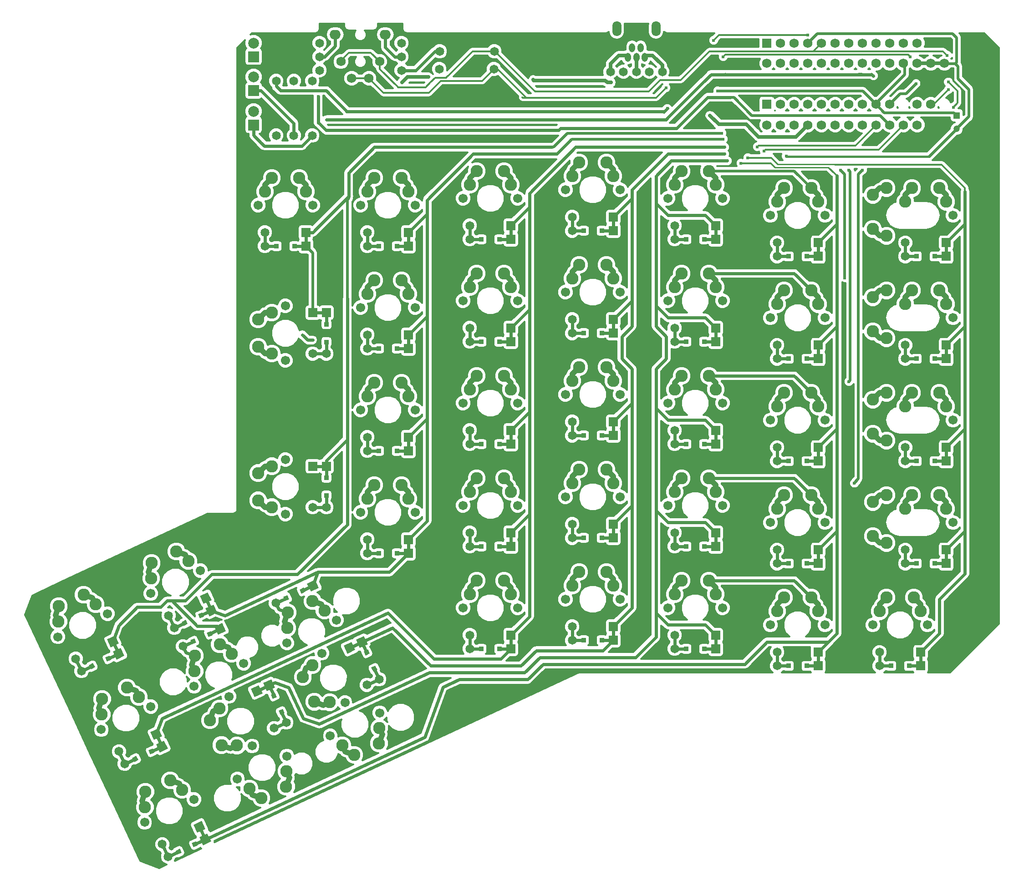
<source format=gbr>
G04 #@! TF.FileFunction,Copper,L1,Top,Signal*
%FSLAX46Y46*%
G04 Gerber Fmt 4.6, Leading zero omitted, Abs format (unit mm)*
G04 Created by KiCad (PCBNEW 4.0.1-stable) date 7/19/2016 2:58:25 PM*
%MOMM*%
G01*
G04 APERTURE LIST*
%ADD10C,0.150000*%
%ADD11C,0.609600*%
%ADD12C,1.651000*%
%ADD13C,2.286000*%
%ADD14C,1.701800*%
%ADD15R,1.752600X1.752600*%
%ADD16C,1.752600*%
%ADD17O,2.057400X1.752600*%
%ADD18R,1.651000X1.651000*%
%ADD19R,0.838200X0.838200*%
%ADD20C,2.283460*%
%ADD21C,2.280920*%
%ADD22R,1.200000X1.200000*%
%ADD23C,1.200000*%
%ADD24R,2.000000X2.000000*%
%ADD25C,2.000000*%
%ADD26O,1.143000X1.651000*%
%ADD27O,1.701800X2.794000*%
%ADD28C,0.609600*%
%ADD29C,0.254000*%
%ADD30C,0.304800*%
%ADD31C,0.508000*%
%ADD32C,1.016000*%
%ADD33C,0.406400*%
%ADD34C,0.812800*%
%ADD35C,0.711200*%
G04 APERTURE END LIST*
D10*
D11*
X53341367Y-147187736D02*
X55286576Y-146280670D01*
X58302224Y-144874450D02*
X60247433Y-143967384D01*
X70605747Y-139135936D02*
X72550956Y-138228870D01*
X75566604Y-136822650D02*
X77511813Y-135915584D01*
X68580000Y-72720200D02*
X70726300Y-72720200D01*
X74053700Y-72720200D02*
X76200000Y-72720200D01*
X80010000Y-92720160D02*
X80010000Y-90573860D01*
X80010000Y-87246460D02*
X80010000Y-85100160D01*
X80010000Y-121295160D02*
X80010000Y-119148860D01*
X80010000Y-115821460D02*
X80010000Y-113675160D01*
X182880000Y-150822660D02*
X185026300Y-150822660D01*
X188353700Y-150822660D02*
X190500000Y-150822660D01*
X87630000Y-91767660D02*
X89776300Y-91767660D01*
X93103700Y-91767660D02*
X95250000Y-91767660D01*
X42515518Y-169049321D02*
X44460727Y-168142255D01*
X47476375Y-166736035D02*
X49421584Y-165828970D01*
X50567318Y-186316241D02*
X52512527Y-185409175D01*
X55528175Y-184002955D02*
X57473384Y-183095890D01*
X34466258Y-151784941D02*
X36411467Y-150877875D01*
X39427115Y-149471655D02*
X41372324Y-148564590D01*
X51730638Y-143735681D02*
X53675847Y-142828615D01*
X56691495Y-141422395D02*
X58636704Y-140515330D01*
X163830000Y-74625200D02*
X165976300Y-74625200D01*
X169303700Y-74625200D02*
X171450000Y-74625200D01*
X144780000Y-71447660D02*
X146926300Y-71447660D01*
X150253700Y-71447660D02*
X152400000Y-71447660D01*
X125730000Y-69850000D02*
X127876300Y-69850000D01*
X131203700Y-69850000D02*
X133350000Y-69850000D01*
X106680000Y-71447660D02*
X108826300Y-71447660D01*
X112153700Y-71447660D02*
X114300000Y-71447660D01*
X144780000Y-147647660D02*
X146926300Y-147647660D01*
X150253700Y-147647660D02*
X152400000Y-147647660D01*
X163830000Y-93672660D02*
X165976300Y-93672660D01*
X169303700Y-93672660D02*
X171450000Y-93672660D01*
X125730000Y-88900000D02*
X127876300Y-88900000D01*
X131203700Y-88900000D02*
X133350000Y-88900000D01*
X106680000Y-90497660D02*
X108826300Y-90497660D01*
X112153700Y-90497660D02*
X114300000Y-90497660D01*
X163830000Y-112722660D02*
X165976300Y-112722660D01*
X169303700Y-112722660D02*
X171450000Y-112722660D01*
X144780000Y-109547660D02*
X146926300Y-109547660D01*
X150253700Y-109547660D02*
X152400000Y-109547660D01*
X125730000Y-107950000D02*
X127876300Y-107950000D01*
X131203700Y-107950000D02*
X133350000Y-107950000D01*
X106680000Y-109547660D02*
X108826300Y-109547660D01*
X112153700Y-109547660D02*
X114300000Y-109547660D01*
X87630000Y-110817660D02*
X89776300Y-110817660D01*
X93103700Y-110817660D02*
X95250000Y-110817660D01*
X163830000Y-131772660D02*
X165976300Y-131772660D01*
X169303700Y-131772660D02*
X171450000Y-131772660D01*
X144780000Y-128597660D02*
X146926300Y-128597660D01*
X150253700Y-128597660D02*
X152400000Y-128597660D01*
X125730000Y-127000000D02*
X127876300Y-127000000D01*
X131203700Y-127000000D02*
X133350000Y-127000000D01*
X106680000Y-128597660D02*
X108826300Y-128597660D01*
X112153700Y-128597660D02*
X114300000Y-128597660D01*
X87630000Y-129867660D02*
X89776300Y-129867660D01*
X93103700Y-129867660D02*
X95250000Y-129867660D01*
X163830000Y-150822660D02*
X165976300Y-150822660D01*
X169303700Y-150822660D02*
X171450000Y-150822660D01*
X125730000Y-146050000D02*
X127876300Y-146050000D01*
X131203700Y-146050000D02*
X133350000Y-146050000D01*
X106680000Y-147647660D02*
X108826300Y-147647660D01*
X112153700Y-147647660D02*
X114300000Y-147647660D01*
X89819101Y-153298162D02*
X88912035Y-151352953D01*
X87505815Y-148337305D02*
X86598750Y-146392096D01*
X72554721Y-161349962D02*
X71647655Y-159404753D01*
X70241435Y-156389105D02*
X69334370Y-154443896D01*
X144780000Y-90497660D02*
X146926300Y-90497660D01*
X150253700Y-90497660D02*
X152400000Y-90497660D01*
X87630000Y-72720200D02*
X89776300Y-72720200D01*
X93103700Y-72720200D02*
X95250000Y-72720200D01*
X187642500Y-74625200D02*
X189788800Y-74625200D01*
X193116200Y-74625200D02*
X195262500Y-74625200D01*
X187642500Y-93672660D02*
X189788800Y-93672660D01*
X193116200Y-93672660D02*
X195262500Y-93672660D01*
X187642500Y-112722660D02*
X189788800Y-112722660D01*
X193116200Y-112722660D02*
X195262500Y-112722660D01*
X187642500Y-131772660D02*
X189788800Y-131772660D01*
X193116200Y-131772660D02*
X195262500Y-131772660D01*
D12*
X53341367Y-147187736D03*
D10*
G36*
X55083862Y-146837623D02*
X54729623Y-146077956D01*
X55489290Y-145723717D01*
X55843529Y-146483384D01*
X55083862Y-146837623D01*
X55083862Y-146837623D01*
G37*
G36*
X59848147Y-145064412D02*
X59150405Y-143568098D01*
X60646719Y-142870356D01*
X61344461Y-144366670D01*
X59848147Y-145064412D01*
X59848147Y-145064412D01*
G37*
G36*
X58099510Y-145431403D02*
X57745271Y-144671736D01*
X58504938Y-144317497D01*
X58859177Y-145077164D01*
X58099510Y-145431403D01*
X58099510Y-145431403D01*
G37*
D12*
X70605747Y-139135936D03*
D10*
G36*
X72348242Y-138785823D02*
X71994003Y-138026156D01*
X72753670Y-137671917D01*
X73107909Y-138431584D01*
X72348242Y-138785823D01*
X72348242Y-138785823D01*
G37*
G36*
X77112527Y-137012612D02*
X76414785Y-135516298D01*
X77911099Y-134818556D01*
X78608841Y-136314870D01*
X77112527Y-137012612D01*
X77112527Y-137012612D01*
G37*
G36*
X75363890Y-137379603D02*
X75009651Y-136619936D01*
X75769318Y-136265697D01*
X76123557Y-137025364D01*
X75363890Y-137379603D01*
X75363890Y-137379603D01*
G37*
D13*
X77434621Y-138754526D03*
X72753017Y-143740174D03*
D14*
X72675456Y-146578921D03*
X81883544Y-142285119D03*
D13*
X79659082Y-140519823D03*
X72830577Y-140901427D03*
X60170241Y-146806326D03*
X55488637Y-151791974D03*
D14*
X55411076Y-154630721D03*
X64619164Y-150336919D03*
D13*
X62394702Y-148571623D03*
X55566197Y-148953227D03*
X85176179Y-167376434D03*
X89857783Y-162390786D03*
D14*
X89935344Y-159552039D03*
X80727256Y-163845841D03*
D13*
X82951718Y-165611137D03*
X89780223Y-165229533D03*
X67909259Y-175425694D03*
X72590863Y-170440046D03*
D14*
X72668424Y-167601299D03*
X63460336Y-171895101D03*
D13*
X65684798Y-173660397D03*
X72513303Y-173278793D03*
D12*
X70665000Y-41985000D03*
X70665000Y-52145000D03*
X73965000Y-41985000D03*
X73965000Y-52145000D03*
X77365000Y-41985000D03*
X77365000Y-52145000D03*
X101085000Y-36465000D03*
X111245000Y-36465000D03*
X100985000Y-39765000D03*
X111145000Y-39765000D03*
X78740000Y-40005000D03*
X78740000Y-37465000D03*
X78740000Y-34925000D03*
X93980000Y-40005000D03*
X93980000Y-37465000D03*
X93980000Y-34925000D03*
D15*
X161925000Y-34925000D03*
D16*
X164465000Y-34925000D03*
X167005000Y-34925000D03*
X169545000Y-34925000D03*
X172085000Y-34925000D03*
X174625000Y-34925000D03*
X177165000Y-34925000D03*
X179705000Y-34925000D03*
X182245000Y-34925000D03*
X184785000Y-34925000D03*
X187325000Y-34925000D03*
X189865000Y-34925000D03*
X189865000Y-50165000D03*
X187325000Y-50165000D03*
X184785000Y-50165000D03*
X182245000Y-50165000D03*
X179705000Y-50165000D03*
X177165000Y-50165000D03*
X174625000Y-50165000D03*
X167005000Y-50165000D03*
X164465000Y-50165000D03*
X161925000Y-50165000D03*
X172085000Y-50165000D03*
X169545000Y-50165000D03*
D17*
X90957400Y-33375600D03*
D16*
X82702400Y-38379400D03*
X87909400Y-41478200D03*
D17*
X81661000Y-33375600D03*
D16*
X84709000Y-41478200D03*
X89916000Y-38379400D03*
D13*
X74930000Y-60020200D03*
X68580000Y-62560200D03*
D14*
X67310000Y-65100200D03*
X77470000Y-65100200D03*
D13*
X76200000Y-62560200D03*
X69850000Y-60020200D03*
D12*
X68580000Y-70180200D03*
D18*
X76200000Y-70180200D03*
D12*
X68580000Y-72720200D03*
D18*
X76200000Y-72720200D03*
D19*
X70726300Y-72720200D03*
X74053700Y-72720200D03*
D13*
X67310000Y-86370160D03*
X69850000Y-92720160D03*
D14*
X72390000Y-93990160D03*
X72390000Y-83830160D03*
D13*
X69850000Y-85100160D03*
X67310000Y-91450160D03*
D12*
X77470000Y-92720160D03*
D18*
X77470000Y-85100160D03*
D12*
X80010000Y-92720160D03*
D18*
X80010000Y-85100160D03*
D19*
X80010000Y-90573860D03*
X80010000Y-87246460D03*
D13*
X67310000Y-114945160D03*
X69850000Y-121295160D03*
D14*
X72390000Y-122565160D03*
X72390000Y-112405160D03*
D13*
X69850000Y-113675160D03*
X67310000Y-120025160D03*
D12*
X77470000Y-121295160D03*
D18*
X77470000Y-113675160D03*
D12*
X80010000Y-121295160D03*
D18*
X80010000Y-113675160D03*
D19*
X80010000Y-119148860D03*
X80010000Y-115821460D03*
D13*
X189230000Y-138122660D03*
X182880000Y-140662660D03*
D14*
X181610000Y-143202660D03*
X191770000Y-143202660D03*
D13*
X190500000Y-140662660D03*
X184150000Y-138122660D03*
D12*
X182880000Y-148282660D03*
D18*
X190500000Y-148282660D03*
D12*
X182880000Y-150822660D03*
D18*
X190500000Y-150822660D03*
D19*
X185026300Y-150822660D03*
X188353700Y-150822660D03*
D13*
X93980000Y-79067660D03*
X87630000Y-81607660D03*
D14*
X86360000Y-84147660D03*
X96520000Y-84147660D03*
D13*
X95250000Y-81607660D03*
X88900000Y-79067660D03*
D12*
X87630000Y-89227660D03*
D18*
X95250000Y-89227660D03*
D12*
X87630000Y-91767660D03*
D18*
X95250000Y-91767660D03*
D19*
X89776300Y-91767660D03*
X93103700Y-91767660D03*
D13*
X42903321Y-154855586D03*
X38221717Y-159841234D03*
D14*
X38144156Y-162679981D03*
X47352244Y-158386179D03*
D13*
X45127782Y-156620883D03*
X38299277Y-157002487D03*
D12*
X41442068Y-166747299D03*
D10*
G36*
X47948847Y-164623976D02*
X47251105Y-163127662D01*
X48747419Y-162429920D01*
X49445161Y-163926234D01*
X47948847Y-164623976D01*
X47948847Y-164623976D01*
G37*
D12*
X42515518Y-169049321D03*
D10*
G36*
X49022298Y-166925998D02*
X48324556Y-165429684D01*
X49820870Y-164731942D01*
X50518612Y-166228256D01*
X49022298Y-166925998D01*
X49022298Y-166925998D01*
G37*
G36*
X44258013Y-168699208D02*
X43903774Y-167939541D01*
X44663441Y-167585302D01*
X45017680Y-168344969D01*
X44258013Y-168699208D01*
X44258013Y-168699208D01*
G37*
G36*
X47273661Y-167292988D02*
X46919422Y-166533321D01*
X47679089Y-166179082D01*
X48033328Y-166938749D01*
X47273661Y-167292988D01*
X47273661Y-167292988D01*
G37*
D13*
X50955121Y-172122506D03*
X46273517Y-177108154D03*
D14*
X46195956Y-179946901D03*
X55404044Y-175653099D03*
D13*
X53179582Y-173887803D03*
X46351077Y-174269407D03*
D12*
X49493868Y-184014219D03*
D10*
G36*
X56000647Y-181890896D02*
X55302905Y-180394582D01*
X56799219Y-179696840D01*
X57496961Y-181193154D01*
X56000647Y-181890896D01*
X56000647Y-181890896D01*
G37*
D12*
X50567318Y-186316241D03*
D10*
G36*
X57074098Y-184192918D02*
X56376356Y-182696604D01*
X57872670Y-181998862D01*
X58570412Y-183495176D01*
X57074098Y-184192918D01*
X57074098Y-184192918D01*
G37*
G36*
X52309813Y-185966128D02*
X51955574Y-185206461D01*
X52715241Y-184852222D01*
X53069480Y-185611889D01*
X52309813Y-185966128D01*
X52309813Y-185966128D01*
G37*
G36*
X55325461Y-184559908D02*
X54971222Y-183800241D01*
X55730889Y-183446002D01*
X56085128Y-184205669D01*
X55325461Y-184559908D01*
X55325461Y-184559908D01*
G37*
D13*
X34854061Y-137591206D03*
X30172457Y-142576854D03*
D14*
X30094896Y-145415601D03*
X39302984Y-141121799D03*
D13*
X37078522Y-139356503D03*
X30250017Y-139738107D03*
D12*
X33392808Y-149482919D03*
D10*
G36*
X39899587Y-147359596D02*
X39201845Y-145863282D01*
X40698159Y-145165540D01*
X41395901Y-146661854D01*
X39899587Y-147359596D01*
X39899587Y-147359596D01*
G37*
D12*
X34466258Y-151784941D03*
D10*
G36*
X40973038Y-149661618D02*
X40275296Y-148165304D01*
X41771610Y-147467562D01*
X42469352Y-148963876D01*
X40973038Y-149661618D01*
X40973038Y-149661618D01*
G37*
G36*
X36208753Y-151434828D02*
X35854514Y-150675161D01*
X36614181Y-150320922D01*
X36968420Y-151080589D01*
X36208753Y-151434828D01*
X36208753Y-151434828D01*
G37*
G36*
X39224401Y-150028608D02*
X38870162Y-149268941D01*
X39629829Y-148914702D01*
X39984068Y-149674369D01*
X39224401Y-150028608D01*
X39224401Y-150028608D01*
G37*
D13*
X52118441Y-129541946D03*
X47436837Y-134527594D03*
D14*
X47359276Y-137366341D03*
X56567364Y-133072539D03*
D13*
X54342902Y-131307243D03*
X47514397Y-131688847D03*
D12*
X50657188Y-141433659D03*
D10*
G36*
X57163967Y-139310336D02*
X56466225Y-137814022D01*
X57962539Y-137116280D01*
X58660281Y-138612594D01*
X57163967Y-139310336D01*
X57163967Y-139310336D01*
G37*
D12*
X51730638Y-143735681D03*
D10*
G36*
X58237418Y-141612358D02*
X57539676Y-140116044D01*
X59035990Y-139418302D01*
X59733732Y-140914616D01*
X58237418Y-141612358D01*
X58237418Y-141612358D01*
G37*
G36*
X53473133Y-143385568D02*
X53118894Y-142625901D01*
X53878561Y-142271662D01*
X54232800Y-143031329D01*
X53473133Y-143385568D01*
X53473133Y-143385568D01*
G37*
G36*
X56488781Y-141979348D02*
X56134542Y-141219681D01*
X56894209Y-140865442D01*
X57248448Y-141625109D01*
X56488781Y-141979348D01*
X56488781Y-141979348D01*
G37*
D13*
X170180000Y-61925200D03*
X163830000Y-64465200D03*
D14*
X162560000Y-67005200D03*
X172720000Y-67005200D03*
D13*
X171450000Y-64465200D03*
X165100000Y-61925200D03*
D12*
X163830000Y-72085200D03*
D18*
X171450000Y-72085200D03*
D12*
X163830000Y-74625200D03*
D18*
X171450000Y-74625200D03*
D19*
X165976300Y-74625200D03*
X169303700Y-74625200D03*
D13*
X151130000Y-58747660D03*
X144780000Y-61287660D03*
D14*
X143510000Y-63827660D03*
X153670000Y-63827660D03*
D13*
X152400000Y-61287660D03*
X146050000Y-58747660D03*
D12*
X144780000Y-68907660D03*
D18*
X152400000Y-68907660D03*
D12*
X144780000Y-71447660D03*
D18*
X152400000Y-71447660D03*
D19*
X146926300Y-71447660D03*
X150253700Y-71447660D03*
D13*
X132080000Y-57150000D03*
X125730000Y-59690000D03*
D14*
X124460000Y-62230000D03*
X134620000Y-62230000D03*
D13*
X133350000Y-59690000D03*
X127000000Y-57150000D03*
D12*
X125730000Y-67310000D03*
D18*
X133350000Y-67310000D03*
D12*
X125730000Y-69850000D03*
D18*
X133350000Y-69850000D03*
D19*
X127876300Y-69850000D03*
X131203700Y-69850000D03*
D13*
X113030000Y-58747660D03*
X106680000Y-61287660D03*
D14*
X105410000Y-63827660D03*
X115570000Y-63827660D03*
D13*
X114300000Y-61287660D03*
X107950000Y-58747660D03*
D12*
X106680000Y-68907660D03*
D18*
X114300000Y-68907660D03*
D12*
X106680000Y-71447660D03*
D18*
X114300000Y-71447660D03*
D19*
X108826300Y-71447660D03*
X112153700Y-71447660D03*
D13*
X151130000Y-134947660D03*
X144780000Y-137487660D03*
D14*
X143510000Y-140027660D03*
X153670000Y-140027660D03*
D13*
X152400000Y-137487660D03*
X146050000Y-134947660D03*
D12*
X144780000Y-145107660D03*
D18*
X152400000Y-145107660D03*
D12*
X144780000Y-147647660D03*
D18*
X152400000Y-147647660D03*
D19*
X146926300Y-147647660D03*
X150253700Y-147647660D03*
D13*
X170180000Y-80972660D03*
X163830000Y-83512660D03*
D14*
X162560000Y-86052660D03*
X172720000Y-86052660D03*
D13*
X171450000Y-83512660D03*
X165100000Y-80972660D03*
D12*
X163830000Y-91132660D03*
D18*
X171450000Y-91132660D03*
D12*
X163830000Y-93672660D03*
D18*
X171450000Y-93672660D03*
D19*
X165976300Y-93672660D03*
X169303700Y-93672660D03*
D13*
X132080000Y-76200000D03*
X125730000Y-78740000D03*
D14*
X124460000Y-81280000D03*
X134620000Y-81280000D03*
D13*
X133350000Y-78740000D03*
X127000000Y-76200000D03*
D12*
X125730000Y-86360000D03*
D18*
X133350000Y-86360000D03*
D12*
X125730000Y-88900000D03*
D18*
X133350000Y-88900000D03*
D19*
X127876300Y-88900000D03*
X131203700Y-88900000D03*
D13*
X113030000Y-77797660D03*
X106680000Y-80337660D03*
D14*
X105410000Y-82877660D03*
X115570000Y-82877660D03*
D13*
X114300000Y-80337660D03*
X107950000Y-77797660D03*
D12*
X106680000Y-87957660D03*
D18*
X114300000Y-87957660D03*
D12*
X106680000Y-90497660D03*
D18*
X114300000Y-90497660D03*
D19*
X108826300Y-90497660D03*
X112153700Y-90497660D03*
D13*
X170180000Y-100022660D03*
X163830000Y-102562660D03*
D14*
X162560000Y-105102660D03*
X172720000Y-105102660D03*
D13*
X171450000Y-102562660D03*
X165100000Y-100022660D03*
D12*
X163830000Y-110182660D03*
D18*
X171450000Y-110182660D03*
D12*
X163830000Y-112722660D03*
D18*
X171450000Y-112722660D03*
D19*
X165976300Y-112722660D03*
X169303700Y-112722660D03*
D13*
X151130000Y-96847660D03*
X144780000Y-99387660D03*
D14*
X143510000Y-101927660D03*
X153670000Y-101927660D03*
D13*
X152400000Y-99387660D03*
X146050000Y-96847660D03*
D12*
X144780000Y-107007660D03*
D18*
X152400000Y-107007660D03*
D12*
X144780000Y-109547660D03*
D18*
X152400000Y-109547660D03*
D19*
X146926300Y-109547660D03*
X150253700Y-109547660D03*
D13*
X132080000Y-95250000D03*
X125730000Y-97790000D03*
D14*
X124460000Y-100330000D03*
X134620000Y-100330000D03*
D13*
X133350000Y-97790000D03*
X127000000Y-95250000D03*
D12*
X125730000Y-105410000D03*
D18*
X133350000Y-105410000D03*
D12*
X125730000Y-107950000D03*
D18*
X133350000Y-107950000D03*
D19*
X127876300Y-107950000D03*
X131203700Y-107950000D03*
D13*
X113030000Y-96847660D03*
X106680000Y-99387660D03*
D14*
X105410000Y-101927660D03*
X115570000Y-101927660D03*
D13*
X114300000Y-99387660D03*
X107950000Y-96847660D03*
D12*
X106680000Y-107007660D03*
D18*
X114300000Y-107007660D03*
D12*
X106680000Y-109547660D03*
D18*
X114300000Y-109547660D03*
D19*
X108826300Y-109547660D03*
X112153700Y-109547660D03*
D13*
X93980000Y-98117660D03*
X87630000Y-100657660D03*
D14*
X86360000Y-103197660D03*
X96520000Y-103197660D03*
D13*
X95250000Y-100657660D03*
X88900000Y-98117660D03*
D12*
X87630000Y-108277660D03*
D18*
X95250000Y-108277660D03*
D12*
X87630000Y-110817660D03*
D18*
X95250000Y-110817660D03*
D19*
X89776300Y-110817660D03*
X93103700Y-110817660D03*
D13*
X170180000Y-119072660D03*
X163830000Y-121612660D03*
D14*
X162560000Y-124152660D03*
X172720000Y-124152660D03*
D13*
X171450000Y-121612660D03*
X165100000Y-119072660D03*
D12*
X163830000Y-129232660D03*
D18*
X171450000Y-129232660D03*
D12*
X163830000Y-131772660D03*
D18*
X171450000Y-131772660D03*
D19*
X165976300Y-131772660D03*
X169303700Y-131772660D03*
D13*
X151130000Y-115897660D03*
X144780000Y-118437660D03*
D14*
X143510000Y-120977660D03*
X153670000Y-120977660D03*
D13*
X152400000Y-118437660D03*
X146050000Y-115897660D03*
D12*
X144780000Y-126057660D03*
D18*
X152400000Y-126057660D03*
D12*
X144780000Y-128597660D03*
D18*
X152400000Y-128597660D03*
D19*
X146926300Y-128597660D03*
X150253700Y-128597660D03*
D13*
X132080000Y-114300000D03*
X125730000Y-116840000D03*
D14*
X124460000Y-119380000D03*
X134620000Y-119380000D03*
D13*
X133350000Y-116840000D03*
X127000000Y-114300000D03*
D12*
X125730000Y-124460000D03*
D18*
X133350000Y-124460000D03*
D12*
X125730000Y-127000000D03*
D18*
X133350000Y-127000000D03*
D19*
X127876300Y-127000000D03*
X131203700Y-127000000D03*
D13*
X113030000Y-115897660D03*
X106680000Y-118437660D03*
D14*
X105410000Y-120977660D03*
X115570000Y-120977660D03*
D13*
X114300000Y-118437660D03*
X107950000Y-115897660D03*
D12*
X106680000Y-126057660D03*
D18*
X114300000Y-126057660D03*
D12*
X106680000Y-128597660D03*
D18*
X114300000Y-128597660D03*
D19*
X108826300Y-128597660D03*
X112153700Y-128597660D03*
D13*
X93980000Y-117167660D03*
X87630000Y-119707660D03*
D14*
X86360000Y-122247660D03*
X96520000Y-122247660D03*
D13*
X95250000Y-119707660D03*
X88900000Y-117167660D03*
D12*
X87630000Y-127327660D03*
D18*
X95250000Y-127327660D03*
D12*
X87630000Y-129867660D03*
D18*
X95250000Y-129867660D03*
D19*
X89776300Y-129867660D03*
X93103700Y-129867660D03*
D13*
X170180000Y-138122660D03*
X163830000Y-140662660D03*
D14*
X162560000Y-143202660D03*
X172720000Y-143202660D03*
D13*
X171450000Y-140662660D03*
X165100000Y-138122660D03*
D12*
X163830000Y-148282660D03*
D18*
X171450000Y-148282660D03*
D12*
X163830000Y-150822660D03*
D18*
X171450000Y-150822660D03*
D19*
X165976300Y-150822660D03*
X169303700Y-150822660D03*
D13*
X132080000Y-133350000D03*
X125730000Y-135890000D03*
D14*
X124460000Y-138430000D03*
X134620000Y-138430000D03*
D13*
X133350000Y-135890000D03*
X127000000Y-133350000D03*
D12*
X125730000Y-143510000D03*
D18*
X133350000Y-143510000D03*
D12*
X125730000Y-146050000D03*
D18*
X133350000Y-146050000D03*
D19*
X127876300Y-146050000D03*
X131203700Y-146050000D03*
D13*
X113030000Y-134947660D03*
X106680000Y-137487660D03*
D14*
X105410000Y-140027660D03*
X115570000Y-140027660D03*
D13*
X114300000Y-137487660D03*
X107950000Y-134947660D03*
D12*
X106680000Y-145107660D03*
D18*
X114300000Y-145107660D03*
D12*
X106680000Y-147647660D03*
D18*
X114300000Y-147647660D03*
D19*
X108826300Y-147647660D03*
X112153700Y-147647660D03*
D13*
X75625366Y-152910359D03*
X80611014Y-157591963D03*
D14*
X83449761Y-157669524D03*
X79155959Y-148461436D03*
D13*
X77390663Y-150685898D03*
X77772267Y-157514403D03*
D12*
X87517079Y-154371612D03*
D10*
G36*
X85393756Y-147864833D02*
X83897442Y-148562575D01*
X83199700Y-147066261D01*
X84696014Y-146368519D01*
X85393756Y-147864833D01*
X85393756Y-147864833D01*
G37*
D12*
X89819101Y-153298162D03*
D10*
G36*
X87695778Y-146791382D02*
X86199464Y-147489124D01*
X85501722Y-145992810D01*
X86998036Y-145295068D01*
X87695778Y-146791382D01*
X87695778Y-146791382D01*
G37*
G36*
X89468988Y-151555667D02*
X88709321Y-151909906D01*
X88355082Y-151150239D01*
X89114749Y-150796000D01*
X89468988Y-151555667D01*
X89468988Y-151555667D01*
G37*
G36*
X88062768Y-148540019D02*
X87303101Y-148894258D01*
X86948862Y-148134591D01*
X87708529Y-147780352D01*
X88062768Y-148540019D01*
X88062768Y-148540019D01*
G37*
D13*
X58360986Y-160962159D03*
X63346634Y-165643763D03*
D14*
X66185381Y-165721324D03*
X61891579Y-156513236D03*
D13*
X60126283Y-158737698D03*
X60507887Y-165566203D03*
D12*
X70252699Y-162423412D03*
D10*
G36*
X68129376Y-155916633D02*
X66633062Y-156614375D01*
X65935320Y-155118061D01*
X67431634Y-154420319D01*
X68129376Y-155916633D01*
X68129376Y-155916633D01*
G37*
D12*
X72554721Y-161349962D03*
D10*
G36*
X70431398Y-154843182D02*
X68935084Y-155540924D01*
X68237342Y-154044610D01*
X69733656Y-153346868D01*
X70431398Y-154843182D01*
X70431398Y-154843182D01*
G37*
G36*
X72204608Y-159607467D02*
X71444941Y-159961706D01*
X71090702Y-159202039D01*
X71850369Y-158847800D01*
X72204608Y-159607467D01*
X72204608Y-159607467D01*
G37*
G36*
X70798388Y-156591819D02*
X70038721Y-156946058D01*
X69684482Y-156186391D01*
X70444149Y-155832152D01*
X70798388Y-156591819D01*
X70798388Y-156591819D01*
G37*
D13*
X151130000Y-77797660D03*
X144780000Y-80337660D03*
D14*
X143510000Y-82877660D03*
X153670000Y-82877660D03*
D13*
X152400000Y-80337660D03*
X146050000Y-77797660D03*
D12*
X144780000Y-87957660D03*
D18*
X152400000Y-87957660D03*
D12*
X144780000Y-90497660D03*
D18*
X152400000Y-90497660D03*
D19*
X146926300Y-90497660D03*
X150253700Y-90497660D03*
D13*
X93980000Y-60020200D03*
X87630000Y-62560200D03*
D14*
X86360000Y-65100200D03*
X96520000Y-65100200D03*
D13*
X95250000Y-62560200D03*
X88900000Y-60020200D03*
D12*
X87630000Y-70180200D03*
D18*
X95250000Y-70180200D03*
D12*
X87630000Y-72720200D03*
D18*
X95250000Y-72720200D03*
D19*
X89776300Y-72720200D03*
X93103700Y-72720200D03*
D13*
X193992500Y-61925200D03*
X187642500Y-64465200D03*
D14*
X196532500Y-67005200D03*
D20*
X195262500Y-64465200D03*
D13*
X188912500Y-61925200D03*
D12*
X187642500Y-72085200D03*
D18*
X195262500Y-72085200D03*
D12*
X187642500Y-74625200D03*
D18*
X195262500Y-74625200D03*
D19*
X189788800Y-74625200D03*
X193116200Y-74625200D03*
D21*
X181610000Y-63195200D03*
X184150000Y-61925200D03*
X184150000Y-70815200D03*
X181610000Y-69545200D03*
D13*
X193992500Y-80972660D03*
X187642500Y-83512660D03*
D14*
X196532500Y-86052660D03*
D20*
X195262500Y-83512660D03*
D13*
X188912500Y-80972660D03*
D12*
X187642500Y-91132660D03*
D18*
X195262500Y-91132660D03*
D12*
X187642500Y-93672660D03*
D18*
X195262500Y-93672660D03*
D19*
X189788800Y-93672660D03*
X193116200Y-93672660D03*
D21*
X181610000Y-82242660D03*
X184150000Y-80972660D03*
X184150000Y-89862660D03*
X181610000Y-88592660D03*
D13*
X193992500Y-100022660D03*
X187642500Y-102562660D03*
D14*
X196532500Y-105102660D03*
D20*
X195262500Y-102562660D03*
D13*
X188912500Y-100022660D03*
D12*
X187642500Y-110182660D03*
D18*
X195262500Y-110182660D03*
D12*
X187642500Y-112722660D03*
D18*
X195262500Y-112722660D03*
D19*
X189788800Y-112722660D03*
X193116200Y-112722660D03*
D21*
X181610000Y-101292660D03*
X184150000Y-100022660D03*
X184150000Y-108912660D03*
X181610000Y-107642660D03*
D13*
X193992500Y-119072660D03*
X187642500Y-121612660D03*
D14*
X196532500Y-124152660D03*
D20*
X195262500Y-121612660D03*
D13*
X188912500Y-119072660D03*
D12*
X187642500Y-129232660D03*
D18*
X195262500Y-129232660D03*
D12*
X187642500Y-131772660D03*
D18*
X195262500Y-131772660D03*
D19*
X189788800Y-131772660D03*
X193116200Y-131772660D03*
D21*
X181610000Y-120342660D03*
X184150000Y-119072660D03*
X184150000Y-127962660D03*
X181610000Y-126692660D03*
D16*
X164450000Y-46330000D03*
X166990000Y-46330000D03*
X169530000Y-46330000D03*
X172070000Y-46330000D03*
X174610000Y-46330000D03*
X177150000Y-46330000D03*
X179690000Y-46330000D03*
X182230000Y-46330000D03*
X184770000Y-46330000D03*
X189850000Y-46330000D03*
X192390000Y-46330000D03*
D15*
X161910000Y-46330000D03*
D16*
X194930000Y-38710000D03*
X192390000Y-38710000D03*
X189850000Y-38710000D03*
X187310000Y-38710000D03*
X184770000Y-38710000D03*
X182230000Y-38710000D03*
X179690000Y-38710000D03*
X177150000Y-38710000D03*
X174610000Y-38710000D03*
X172070000Y-38710000D03*
X169530000Y-38710000D03*
X166990000Y-38710000D03*
X164450000Y-38710000D03*
X161910000Y-38710000D03*
D22*
X197231000Y-48387000D03*
D23*
X197231000Y-50887000D03*
D24*
X66465000Y-37465000D03*
D25*
X66465000Y-34925000D03*
D24*
X66465000Y-43765000D03*
D25*
X66465000Y-41225000D03*
D24*
X66465000Y-50165000D03*
D25*
X66465000Y-47625000D03*
D26*
X136042400Y-37553900D03*
X136842500Y-35806380D03*
X137642600Y-37553900D03*
X138442700Y-35806380D03*
X139242800Y-37553900D03*
D27*
X141290040Y-32230060D03*
X133995160Y-32230060D03*
D12*
X135229600Y-40259000D03*
X132816600Y-40259000D03*
X137642600Y-40259000D03*
X142468600Y-40259000D03*
X140055600Y-40259000D03*
D28*
X158369000Y-56261000D03*
X157099000Y-57277000D03*
X154051000Y-55562500D03*
X154559000Y-56832500D03*
X154051000Y-54292500D03*
X153797000Y-52800000D03*
X153543000Y-51689000D03*
X188595000Y-37465000D03*
X153797000Y-37465000D03*
X143410940Y-47089060D03*
X80165000Y-49165000D03*
X196565000Y-46865000D03*
X195665000Y-42165000D03*
X181737000Y-41021000D03*
X78465000Y-44865000D03*
X161417000Y-54991000D03*
X160147000Y-54229000D03*
X179705000Y-58547000D03*
X178181000Y-116840000D03*
X177165000Y-97917000D03*
X177165000Y-58547000D03*
X176403000Y-78613000D03*
X175641000Y-58547000D03*
X152019000Y-34417000D03*
X169545000Y-33401000D03*
X143165000Y-43265000D03*
X195707000Y-43561000D03*
X195453000Y-37211000D03*
X118465000Y-41765000D03*
X132965000Y-42265000D03*
X98965000Y-41265000D03*
X94065000Y-42265000D03*
X189665000Y-42465000D03*
X165495000Y-55975000D03*
X152781000Y-43815000D03*
X151315000Y-48415000D03*
D11*
X76527660Y-90180160D02*
X75565000Y-89217500D01*
X77470000Y-90180160D02*
X76527660Y-90180160D01*
D29*
X167355000Y-57475000D02*
X174569000Y-57475000D01*
X174569000Y-57475000D02*
X174625000Y-57531000D01*
X163945000Y-57475000D02*
X167355000Y-57475000D01*
X162755000Y-56285000D02*
X163945000Y-57475000D01*
X162755000Y-56261000D02*
X162755000Y-56285000D01*
D30*
X194437000Y-57531000D02*
X174625000Y-57531000D01*
X198755000Y-62547500D02*
X198755000Y-61849000D01*
D11*
X198755000Y-68592700D02*
X198755000Y-62547500D01*
D30*
X198755000Y-61849000D02*
X194437000Y-57531000D01*
X162755000Y-56261000D02*
X158369000Y-56261000D01*
D11*
X195262500Y-129232660D02*
X198755000Y-125740160D01*
X195262500Y-91132660D02*
X198755000Y-87640160D01*
X190500000Y-148282660D02*
X190500000Y-150822660D01*
X198755000Y-133664960D02*
X198755000Y-125740160D01*
X195262500Y-110182660D02*
X195262500Y-112722660D01*
X193992500Y-144790160D02*
X193992500Y-138427460D01*
X198755000Y-125740160D02*
X198755000Y-106690160D01*
X193992500Y-138427460D02*
X198755000Y-133664960D01*
X195262500Y-72085200D02*
X198755000Y-68592700D01*
X195262500Y-91132660D02*
X195262500Y-93672660D01*
X195262500Y-110182660D02*
X198755000Y-106690160D01*
X190500000Y-148282660D02*
X193992500Y-144790160D01*
X195262500Y-129232660D02*
X195262500Y-131772660D01*
X198755000Y-106690160D02*
X198755000Y-87640160D01*
X195262500Y-72085200D02*
X195262500Y-74625200D01*
X198755000Y-87640160D02*
X198755000Y-68592700D01*
D29*
X174493000Y-59177000D02*
X174942500Y-59626500D01*
D30*
X162615000Y-57277000D02*
X157099000Y-57277000D01*
D11*
X174942500Y-60960000D02*
X174942500Y-59626500D01*
X174942500Y-68580000D02*
X174942500Y-60960000D01*
D30*
X174493000Y-59177000D02*
X173445000Y-58129000D01*
D29*
X162615000Y-57277000D02*
X162660142Y-57277000D01*
X162660142Y-57277000D02*
X163445000Y-58061858D01*
X163445000Y-58061858D02*
X168118142Y-58061858D01*
X173411858Y-58061858D02*
X173445000Y-58095000D01*
X173445000Y-58095000D02*
X173445000Y-58129000D01*
X168118142Y-58061858D02*
X173411858Y-58061858D01*
D11*
X98333560Y-164043360D02*
X101711760Y-154759660D01*
X101711760Y-154759660D02*
X104729280Y-153352500D01*
X57472580Y-183095900D02*
X98333560Y-164043360D01*
X174942500Y-144790160D02*
X174942500Y-125740160D01*
X174942500Y-125740160D02*
X174942500Y-106690160D01*
X173360080Y-146372580D02*
X174942500Y-144790160D01*
X171450000Y-91132660D02*
X171450000Y-93672660D01*
X171450000Y-129232660D02*
X171450000Y-131772660D01*
X171450000Y-72085200D02*
X171450000Y-74625200D01*
X171450000Y-110182660D02*
X174942500Y-106690160D01*
X171450000Y-148282660D02*
X171450000Y-150822660D01*
X174942500Y-106690160D02*
X174942500Y-87640160D01*
X56400700Y-180794660D02*
X57472580Y-183095900D01*
X171450000Y-72085200D02*
X171450000Y-72072500D01*
X161919920Y-146372580D02*
X157797500Y-150495000D01*
X171450000Y-91132660D02*
X174942500Y-87640160D01*
X161919920Y-146372580D02*
X173360080Y-146372580D01*
X104729280Y-153352500D02*
X117475000Y-153352500D01*
X120332500Y-150495000D02*
X117475000Y-153352500D01*
X157797500Y-150495000D02*
X120332500Y-150495000D01*
X171450000Y-72072500D02*
X174942500Y-68580000D01*
X171450000Y-129232660D02*
X174942500Y-125740160D01*
X171450000Y-148282660D02*
X173360080Y-146372580D01*
X171450000Y-110182660D02*
X171450000Y-112722660D01*
X174942500Y-68580000D02*
X174942500Y-87640160D01*
X86601300Y-146392900D02*
X92301060Y-143736060D01*
X131445000Y-147955000D02*
X133350000Y-146050000D01*
X92301060Y-143736060D02*
X99377500Y-150812500D01*
X133350000Y-67310000D02*
X136842500Y-63817500D01*
X134937500Y-93662500D02*
X134937500Y-89535000D01*
X133350000Y-105410000D02*
X133350000Y-107950000D01*
X133350000Y-124460000D02*
X136842500Y-120967500D01*
X133350000Y-105410000D02*
X136842500Y-101917500D01*
X136842500Y-140017500D02*
X136842500Y-120967500D01*
X133350000Y-143510000D02*
X133350000Y-146050000D01*
X84297520Y-147464780D02*
X86601300Y-146392900D01*
X131445000Y-147955000D02*
X119062500Y-147955000D01*
X136842500Y-87630000D02*
X136842500Y-82867500D01*
X133350000Y-143510000D02*
X136842500Y-140017500D01*
X133350000Y-124460000D02*
X133350000Y-127000000D01*
X116205000Y-150812500D02*
X99377500Y-150812500D01*
X133350000Y-86360000D02*
X136842500Y-82867500D01*
X119062500Y-147955000D02*
X116205000Y-150812500D01*
X134937500Y-89535000D02*
X136842500Y-87630000D01*
X136842500Y-95567500D02*
X134937500Y-93662500D01*
X133350000Y-67310000D02*
X133350000Y-69850000D01*
X133350000Y-86360000D02*
X133350000Y-88900000D01*
X136842500Y-120967500D02*
X136842500Y-101917500D01*
X136842500Y-101917500D02*
X136842500Y-95567500D01*
X136842500Y-63817500D02*
X136842500Y-62230000D01*
X136842500Y-82867500D02*
X136842500Y-63817500D01*
X136842500Y-62230000D02*
X143510000Y-55562500D01*
X154051000Y-55562500D02*
X143510000Y-55562500D01*
X154559000Y-56832500D02*
X144145000Y-56832500D01*
X144145000Y-56832500D02*
X141287500Y-59690000D01*
X141287500Y-64770000D02*
X141287500Y-59690000D01*
X143510000Y-105092500D02*
X141287500Y-102870000D01*
X143510000Y-143192500D02*
X141287500Y-140970000D01*
X152400000Y-145107660D02*
X150484840Y-143192500D01*
X150484840Y-143192500D02*
X143510000Y-143192500D01*
X143192500Y-93662500D02*
X143192500Y-89535000D01*
X152400000Y-107007660D02*
X150484840Y-105092500D01*
X152400000Y-107007660D02*
X152400000Y-109547660D01*
X141287500Y-87630000D02*
X141287500Y-83820000D01*
X152400000Y-126057660D02*
X150484840Y-124142500D01*
X152400000Y-68907660D02*
X152400000Y-71447660D01*
X152400000Y-68907660D02*
X150484840Y-66992500D01*
X141287500Y-95567500D02*
X143192500Y-93662500D01*
X150484840Y-86042500D02*
X143510000Y-86042500D01*
X141287500Y-140970000D02*
X141287500Y-121920000D01*
X150484840Y-124142500D02*
X143510000Y-124142500D01*
X150484840Y-105092500D02*
X143510000Y-105092500D01*
X143510000Y-86042500D02*
X141287500Y-83820000D01*
X152400000Y-145107660D02*
X152400000Y-147647660D01*
X143510000Y-124142500D02*
X141287500Y-121920000D01*
X152400000Y-87957660D02*
X152400000Y-90497660D01*
X99192080Y-152082500D02*
X116840000Y-152082500D01*
X141287500Y-102870000D02*
X141287500Y-95567500D01*
X119697500Y-149225000D02*
X116840000Y-152082500D01*
X141287500Y-145415000D02*
X141287500Y-140970000D01*
X152400000Y-126057660D02*
X152400000Y-128597660D01*
X141287500Y-145415000D02*
X137477500Y-149225000D01*
X137477500Y-149225000D02*
X119697500Y-149225000D01*
X143192500Y-89535000D02*
X141287500Y-87630000D01*
X152400000Y-87957660D02*
X150484840Y-86042500D01*
X150484840Y-66992500D02*
X143510000Y-66992500D01*
X141287500Y-121920000D02*
X141287500Y-102870000D01*
X70487540Y-153906220D02*
X73017380Y-154828240D01*
X69334380Y-154442160D02*
X70487540Y-153906220D01*
X75702160Y-160583880D02*
X78656180Y-161658300D01*
X73017380Y-154828240D02*
X75702160Y-160583880D01*
X78656180Y-161658300D02*
X99192080Y-152082500D01*
X67033140Y-155516580D02*
X69334380Y-154442160D01*
X143510000Y-66992500D02*
X141287500Y-64770000D01*
X141287500Y-83820000D02*
X141287500Y-64770000D01*
X117792500Y-65415160D02*
X117792500Y-62865000D01*
X154051000Y-54292500D02*
X126365000Y-54292500D01*
X126365000Y-54292500D02*
X117792500Y-62865000D01*
X114300000Y-87957660D02*
X117792500Y-84465160D01*
X114300000Y-145107660D02*
X117792500Y-141615160D01*
X117792500Y-84465160D02*
X117792500Y-65415160D01*
X114300000Y-107007660D02*
X117792500Y-103515160D01*
X114300000Y-87957660D02*
X114300000Y-90497660D01*
X114300000Y-107007660D02*
X114300000Y-109547660D01*
X117792500Y-141615160D02*
X117792500Y-122565160D01*
X114300000Y-68907660D02*
X114300000Y-71447660D01*
X48348900Y-163527740D02*
X49423320Y-165831520D01*
X114300000Y-126057660D02*
X117792500Y-122565160D01*
X117792500Y-122565160D02*
X117792500Y-103515160D01*
X48348900Y-163527740D02*
X49423320Y-160576260D01*
X114300000Y-147647660D02*
X112405160Y-149542500D01*
X114300000Y-145107660D02*
X114300000Y-147647660D01*
X117792500Y-103515160D02*
X117792500Y-84465160D01*
X114300000Y-126057660D02*
X114300000Y-128597660D01*
X49423320Y-160576260D02*
X91450160Y-140980160D01*
X114300000Y-68907660D02*
X117792500Y-65415160D01*
X112405160Y-149542500D02*
X100012500Y-149542500D01*
X100012500Y-149542500D02*
X91450160Y-140980160D01*
D31*
X153797000Y-52800000D02*
X125635000Y-52800000D01*
D11*
X125412500Y-53022500D02*
X122872500Y-55562500D01*
X122872500Y-55562500D02*
X107315000Y-55562500D01*
X98742500Y-66687700D02*
X98742500Y-64135000D01*
X107315000Y-55562500D02*
X98742500Y-64135000D01*
D31*
X125635000Y-52800000D02*
X125412500Y-53022500D01*
D11*
X95250000Y-70180200D02*
X98742500Y-66687700D01*
X95250000Y-89227660D02*
X95250000Y-89217500D01*
X58635900Y-140515340D02*
X61168280Y-141437360D01*
X91732100Y-133385560D02*
X78432660Y-133385560D01*
X95250000Y-89227660D02*
X95250000Y-91767660D01*
X98742500Y-104785160D02*
X98742500Y-104775000D01*
X95250000Y-108277660D02*
X98742500Y-104785160D01*
X98742500Y-104775000D02*
X98742500Y-85725000D01*
X77513180Y-135917940D02*
X78432660Y-133385560D01*
X98742500Y-123835160D02*
X95250000Y-127327660D01*
X57564020Y-138211560D02*
X58635900Y-140515340D01*
X61168280Y-141437360D02*
X78432660Y-133385560D01*
X95250000Y-70180200D02*
X95250000Y-72720200D01*
X95250000Y-129867660D02*
X91732100Y-133385560D01*
X98742500Y-85725000D02*
X98742500Y-66687700D01*
X98742500Y-104785160D02*
X98742500Y-123835160D01*
X95250000Y-89217500D02*
X98742500Y-85725000D01*
X95250000Y-108277660D02*
X95250000Y-110817660D01*
X95250000Y-127327660D02*
X95250000Y-129867660D01*
D31*
X124841000Y-51689000D02*
X153543000Y-51689000D01*
X121793000Y-54292500D02*
X122237500Y-54292500D01*
X122237500Y-54292500D02*
X124333000Y-52197000D01*
X124841000Y-51689000D02*
X124333000Y-52197000D01*
X77470000Y-85100160D02*
X77470000Y-73990200D01*
X77470000Y-73990200D02*
X76200000Y-72720200D01*
X83900000Y-82500000D02*
X83900000Y-64100000D01*
X84200000Y-63800000D02*
X84200000Y-63437500D01*
X83900000Y-64100000D02*
X84200000Y-63800000D01*
D11*
X84200000Y-63437500D02*
X84137500Y-63500000D01*
X84137500Y-59055000D02*
X84137500Y-63500000D01*
X88900000Y-54292500D02*
X84137500Y-59055000D01*
X121793000Y-54292500D02*
X88900000Y-54292500D01*
X121920000Y-54292500D02*
X121793000Y-54292500D01*
X77457300Y-70180200D02*
X84200000Y-63437500D01*
X76200000Y-70180200D02*
X77457300Y-70180200D01*
X83900000Y-103000000D02*
X83900000Y-82500000D01*
X80010000Y-113675160D02*
X80010000Y-112590000D01*
X80010000Y-112590000D02*
X83900000Y-108700000D01*
X83900000Y-111300000D02*
X83900000Y-108700000D01*
X83900000Y-111300000D02*
X83900000Y-124500000D01*
X74600000Y-133800000D02*
X83900000Y-124500000D01*
X51200000Y-138700000D02*
X53800000Y-138700000D01*
X53800000Y-138700000D02*
X58700000Y-133800000D01*
X58700000Y-133800000D02*
X74600000Y-133800000D01*
X83900000Y-108700000D02*
X83900000Y-103000000D01*
X51300000Y-138700000D02*
X51200000Y-138700000D01*
X51200000Y-138700000D02*
X50400000Y-138700000D01*
X51300000Y-138700000D02*
X56000000Y-143400000D01*
X59680049Y-143400000D02*
X56000000Y-143400000D01*
X50400000Y-138700000D02*
X49200000Y-139900000D01*
X44800000Y-139900000D02*
X49200000Y-139900000D01*
X41390660Y-143309340D02*
X44800000Y-139900000D01*
X41374060Y-143309340D02*
X40297100Y-146263360D01*
X41374060Y-143309340D02*
X41390660Y-143309340D01*
X59680049Y-143400000D02*
X60247433Y-143967384D01*
X40297100Y-146263360D02*
X41371520Y-148564600D01*
X77470000Y-113675160D02*
X80010000Y-113675160D01*
X76200000Y-70180200D02*
X76200000Y-72720200D01*
X77470000Y-85100160D02*
X80010000Y-85100160D01*
X78965000Y-43765000D02*
X79965000Y-43765000D01*
X83865000Y-47665000D02*
X80465000Y-44265000D01*
X80165000Y-43965000D02*
X80465000Y-44265000D01*
X70665000Y-42965000D02*
X70665000Y-41985000D01*
X70665000Y-42965000D02*
X71465000Y-43765000D01*
X71465000Y-43765000D02*
X78965000Y-43765000D01*
X79965000Y-43765000D02*
X80165000Y-43965000D01*
D30*
X188188602Y-37058602D02*
X188595000Y-37465000D01*
X186055000Y-37058602D02*
X186664602Y-37058602D01*
X186664602Y-37058602D02*
X188188602Y-37058602D01*
X186563000Y-37058602D02*
X186664602Y-37058602D01*
X154203398Y-37058602D02*
X155829000Y-37058602D01*
X155829000Y-37058602D02*
X186156602Y-37058602D01*
X186055000Y-37058602D02*
X186156602Y-37058602D01*
X153797000Y-37465000D02*
X154203398Y-37058602D01*
D11*
X83765000Y-47665000D02*
X83865000Y-47665000D01*
X83865000Y-47665000D02*
X142835000Y-47665000D01*
X142765000Y-47665000D02*
X142765000Y-47735000D01*
X142835000Y-47665000D02*
X142765000Y-47665000D01*
X143410940Y-47089060D02*
X142765000Y-47735000D01*
X80165000Y-49165000D02*
X80045000Y-49165000D01*
X80865000Y-49165000D02*
X80045000Y-49165000D01*
D30*
X197365000Y-46065000D02*
X196565000Y-46865000D01*
X197365000Y-43865000D02*
X197365000Y-46065000D01*
X195665000Y-42165000D02*
X197365000Y-43865000D01*
D11*
X181481000Y-40765000D02*
X181737000Y-41021000D01*
D30*
X181381000Y-40665000D02*
X181737000Y-41021000D01*
D11*
X80665000Y-49165000D02*
X80865000Y-49165000D01*
X80865000Y-49165000D02*
X143165000Y-49165000D01*
X143165000Y-49165000D02*
X143465000Y-48865000D01*
X150315000Y-42015000D02*
X143465000Y-48865000D01*
X143365000Y-48965000D02*
X143465000Y-48865000D01*
X179465000Y-40765000D02*
X181481000Y-40765000D01*
X154165000Y-40765000D02*
X179465000Y-40765000D01*
X151865000Y-40765000D02*
X151565000Y-40765000D01*
X151565000Y-40765000D02*
X150315000Y-42015000D01*
X154265000Y-40765000D02*
X154165000Y-40765000D01*
X154165000Y-40765000D02*
X151865000Y-40765000D01*
X150315000Y-42015000D02*
X150365000Y-41965000D01*
D30*
X178965000Y-40665000D02*
X179565000Y-40665000D01*
X154165000Y-40665000D02*
X154265000Y-40765000D01*
D11*
X78465000Y-49765000D02*
X78565000Y-49765000D01*
X78465000Y-44865000D02*
X78465000Y-49765000D01*
X79972201Y-51172201D02*
X83157799Y-51172201D01*
X78565000Y-49765000D02*
X79972201Y-51172201D01*
D31*
X183007000Y-48387000D02*
X184785000Y-50165000D01*
X154813000Y-45015000D02*
X155759000Y-45015000D01*
X155759000Y-45015000D02*
X159131000Y-48387000D01*
X159131000Y-48387000D02*
X183007000Y-48387000D01*
X155137000Y-45015000D02*
X154813000Y-45015000D01*
D11*
X150915000Y-45015000D02*
X155137000Y-45015000D01*
X145150598Y-50779402D02*
X150915000Y-45015000D01*
X123565000Y-50779402D02*
X145150598Y-50779402D01*
X123422201Y-50922201D02*
X123565000Y-50779402D01*
X123172201Y-51172201D02*
X123422201Y-50922201D01*
X83157799Y-51172201D02*
X123172201Y-51172201D01*
D30*
X171577000Y-54737000D02*
X182753000Y-54737000D01*
X161417000Y-54991000D02*
X161671000Y-54737000D01*
X161671000Y-54737000D02*
X171577000Y-54737000D01*
X182753000Y-54737000D02*
X187325000Y-50165000D01*
X177150000Y-46330000D02*
X177648000Y-46330000D01*
X177150000Y-46330000D02*
X177402108Y-46330000D01*
D31*
X177150000Y-46330000D02*
X177430000Y-46330000D01*
D32*
X34853880Y-137591800D02*
X36540440Y-138206480D01*
X76240640Y-151223980D02*
X77393800Y-150685500D01*
X85176360Y-167375840D02*
X83487260Y-166761160D01*
X44592240Y-155470860D02*
X45128180Y-156621480D01*
X53807360Y-130154680D02*
X54343300Y-131307840D01*
X50954940Y-172123100D02*
X52644040Y-172737780D01*
X75628500Y-152910540D02*
X76240640Y-151223980D01*
X58976260Y-159273240D02*
X60126880Y-158737300D01*
X83487260Y-166761160D02*
X82951320Y-165610540D01*
X66222880Y-174812960D02*
X65684400Y-173662340D01*
X52644040Y-172737780D02*
X53179980Y-173888400D01*
X58361580Y-160962340D02*
X58976260Y-159273240D01*
X67909440Y-175427640D02*
X66222880Y-174812960D01*
X36540440Y-138206480D02*
X37078920Y-139357100D01*
X52118260Y-129542540D02*
X53807360Y-130154680D01*
X42903140Y-154856180D02*
X44592240Y-155470860D01*
D30*
X165227000Y-53975000D02*
X178435000Y-53975000D01*
X160147000Y-54229000D02*
X160401000Y-53975000D01*
X160401000Y-53975000D02*
X165227000Y-53975000D01*
X178435000Y-53975000D02*
X182245000Y-50165000D01*
X174610000Y-46330000D02*
X175054216Y-46330000D01*
D31*
X182081250Y-50328750D02*
X182245000Y-50165000D01*
X174610000Y-46330000D02*
X174610000Y-46410000D01*
D32*
X132080000Y-133350000D02*
X133350000Y-134620000D01*
X190500000Y-139392660D02*
X190500000Y-140662660D01*
X170180000Y-138122660D02*
X171450000Y-139392660D01*
X189230000Y-138122660D02*
X190500000Y-139392660D01*
D11*
X167005000Y-134947660D02*
X170180000Y-138122660D01*
D32*
X114300000Y-136217660D02*
X114300000Y-137487660D01*
X133350000Y-134620000D02*
X133350000Y-135890000D01*
X113030000Y-134947660D02*
X114300000Y-136217660D01*
X151130000Y-134947660D02*
X152400000Y-136217660D01*
D11*
X151130000Y-134947660D02*
X167005000Y-134947660D01*
D32*
X77434440Y-138755120D02*
X79123540Y-139369800D01*
X152400000Y-136217660D02*
X152400000Y-137487660D01*
X60170060Y-146806920D02*
X61856620Y-147421600D01*
X171450000Y-139392660D02*
X171450000Y-140662660D01*
X79123540Y-139369800D02*
X79659480Y-140520420D01*
X61856620Y-147421600D02*
X62395100Y-148572220D01*
D31*
X178943000Y-75311000D02*
X178943000Y-115951000D01*
X179705000Y-58547000D02*
X178943000Y-59309000D01*
X178943000Y-59309000D02*
X178943000Y-75311000D01*
X178435000Y-116459000D02*
X178435000Y-116586000D01*
X178943000Y-115951000D02*
X178435000Y-116459000D01*
X178435000Y-116586000D02*
X178181000Y-116840000D01*
X178689000Y-116332000D02*
X178435000Y-116586000D01*
D30*
X179705000Y-50165000D02*
X179485000Y-50165000D01*
D33*
X179705000Y-50165000D02*
X179575000Y-50165000D01*
D30*
X172070000Y-46330000D02*
X172070000Y-46610000D01*
D32*
X93980000Y-117167660D02*
X95250000Y-118437660D01*
X193992500Y-119072660D02*
X195262500Y-120342660D01*
X114300000Y-117167660D02*
X114300000Y-118437660D01*
D11*
X151130000Y-115897660D02*
X167005000Y-115897660D01*
D32*
X95250000Y-118437660D02*
X95250000Y-119707660D01*
X132080000Y-114300000D02*
X133350000Y-115570000D01*
X170180000Y-119072660D02*
X171450000Y-120342660D01*
X171450000Y-120342660D02*
X171450000Y-121612660D01*
X151130000Y-115897660D02*
X152400000Y-117167660D01*
X113030000Y-115897660D02*
X114300000Y-117167660D01*
X67310000Y-114945160D02*
X68580000Y-113675160D01*
X133350000Y-115570000D02*
X133350000Y-116840000D01*
X68580000Y-113675160D02*
X69850000Y-113675160D01*
D11*
X167005000Y-115897660D02*
X170180000Y-119072660D01*
D32*
X182880000Y-119072660D02*
X184150000Y-119072660D01*
X152400000Y-117167660D02*
X152400000Y-118437660D01*
X195262500Y-120342660D02*
X195262500Y-121612660D01*
X181610000Y-120342660D02*
X182880000Y-119072660D01*
D31*
X177419000Y-62103000D02*
X177419000Y-97663000D01*
X177419000Y-97663000D02*
X177165000Y-97917000D01*
X177419000Y-58801000D02*
X177419000Y-62103000D01*
X177165000Y-58547000D02*
X177419000Y-58801000D01*
D30*
X169530000Y-46330000D02*
X169630000Y-46330000D01*
D33*
X169530000Y-46330000D02*
X169530000Y-46350000D01*
X177165000Y-50165000D02*
X177105000Y-50165000D01*
D32*
X171450000Y-101292660D02*
X171450000Y-102562660D01*
X132080000Y-95250000D02*
X133350000Y-96520000D01*
X114300000Y-98117660D02*
X114300000Y-99387660D01*
X195262500Y-101292660D02*
X195262500Y-102562660D01*
X170180000Y-100022660D02*
X171450000Y-101292660D01*
X181610000Y-101292660D02*
X182880000Y-100022660D01*
D11*
X151130000Y-96847660D02*
X167005000Y-96847660D01*
D32*
X93980000Y-98117660D02*
X95250000Y-99387660D01*
X182880000Y-100022660D02*
X184150000Y-100022660D01*
X152400000Y-98117660D02*
X152400000Y-99387660D01*
X151130000Y-96847660D02*
X152400000Y-98117660D01*
D11*
X167005000Y-96847660D02*
X170180000Y-100022660D01*
D32*
X193992500Y-100022660D02*
X195262500Y-101292660D01*
X113030000Y-96847660D02*
X114300000Y-98117660D01*
X95250000Y-99387660D02*
X95250000Y-100657660D01*
X133350000Y-96520000D02*
X133350000Y-97790000D01*
D31*
X176403000Y-59309000D02*
X176403000Y-78613000D01*
X175641000Y-58547000D02*
X176403000Y-59309000D01*
D11*
X151130000Y-77797660D02*
X159817660Y-77797660D01*
X167005000Y-77797660D02*
X162765000Y-77797660D01*
X167005000Y-77797660D02*
X170180000Y-80972660D01*
X162765000Y-77797660D02*
X159817660Y-77797660D01*
D32*
X182880000Y-80972660D02*
X184150000Y-80972660D01*
X114300000Y-79067660D02*
X114300000Y-80337660D01*
X93980000Y-79067660D02*
X95250000Y-80337660D01*
X170180000Y-80972660D02*
X171450000Y-82242660D01*
X171450000Y-82242660D02*
X171450000Y-83512660D01*
X67310000Y-86370160D02*
X68580000Y-85100160D01*
X195262500Y-82242660D02*
X195262500Y-83512660D01*
X151130000Y-77797660D02*
X152400000Y-79067660D01*
X152400000Y-79067660D02*
X152400000Y-80337660D01*
X95250000Y-80337660D02*
X95250000Y-81607660D01*
X68580000Y-85100160D02*
X69850000Y-85100160D01*
X133350000Y-77470000D02*
X133350000Y-78740000D01*
X132080000Y-76200000D02*
X133350000Y-77470000D01*
X181610000Y-82242660D02*
X182880000Y-80972660D01*
X193992500Y-80972660D02*
X195262500Y-82242660D01*
X113030000Y-77797660D02*
X114300000Y-79067660D01*
D33*
X164465000Y-46345000D02*
X164450000Y-46330000D01*
D31*
X170180000Y-61925200D02*
X167002460Y-58747660D01*
X167002460Y-58747660D02*
X151130000Y-58747660D01*
D32*
X182880000Y-61925200D02*
X184150000Y-61925200D01*
X133350000Y-58420000D02*
X133350000Y-59690000D01*
X76200000Y-61290200D02*
X76200000Y-62560200D01*
X181610000Y-63195200D02*
X182880000Y-61925200D01*
X93980000Y-60020200D02*
X95250000Y-61290200D01*
X151130000Y-58747660D02*
X152400000Y-60017660D01*
X152400000Y-60017660D02*
X152400000Y-61287660D01*
X171450000Y-63195200D02*
X171450000Y-64465200D01*
X170180000Y-61925200D02*
X171450000Y-63195200D01*
X95250000Y-61290200D02*
X95250000Y-62560200D01*
X114300000Y-60017660D02*
X114300000Y-61287660D01*
X74930000Y-60020200D02*
X76200000Y-61290200D01*
X113030000Y-58747660D02*
X114300000Y-60017660D01*
X195262500Y-63195200D02*
X195262500Y-64465200D01*
X193992500Y-61925200D02*
X195262500Y-63195200D01*
X132080000Y-57150000D02*
X133350000Y-58420000D01*
D30*
X111145000Y-39765000D02*
X108935398Y-41974602D01*
X100565000Y-42665000D02*
X100574602Y-42665000D01*
X99030600Y-44199400D02*
X100565000Y-42665000D01*
X98665000Y-44199400D02*
X98855202Y-44199400D01*
X90630600Y-44199400D02*
X98665000Y-44199400D01*
X90630600Y-44199400D02*
X87909400Y-41478200D01*
X98855202Y-44199400D02*
X99030600Y-44199400D01*
X100574602Y-42665000D02*
X101265000Y-41974602D01*
X101265000Y-41974602D02*
X108935398Y-41974602D01*
X153035000Y-33401000D02*
X169545000Y-33401000D01*
X143129000Y-43307000D02*
X142875000Y-43561000D01*
X141351000Y-45085000D02*
X142875000Y-43561000D01*
X117185000Y-45085000D02*
X140335000Y-45085000D01*
X140335000Y-45085000D02*
X141351000Y-45085000D01*
X153035000Y-33401000D02*
X152019000Y-34417000D01*
X143129000Y-43301000D02*
X143129000Y-43307000D01*
X143165000Y-43265000D02*
X143129000Y-43301000D01*
X111145000Y-39765000D02*
X111865000Y-39765000D01*
X111865000Y-39765000D02*
X117185000Y-45085000D01*
X116522500Y-45085000D02*
X117185000Y-45085000D01*
X116452500Y-45015000D02*
X116522500Y-45085000D01*
X84709000Y-41478200D02*
X87909400Y-41478200D01*
X100265000Y-41365000D02*
X102265000Y-41365000D01*
X98450000Y-43180000D02*
X99365000Y-42265000D01*
X98365000Y-43180000D02*
X98450000Y-43180000D01*
X89916000Y-38379400D02*
X89916000Y-39751000D01*
X89916000Y-39751000D02*
X93281500Y-43116500D01*
X93281500Y-43116500D02*
X93345000Y-43180000D01*
X93345000Y-43180000D02*
X98365000Y-43180000D01*
X100265000Y-41365000D02*
X99365000Y-42265000D01*
X102265000Y-41365000D02*
X102465000Y-41165000D01*
X111245000Y-36465000D02*
X111365000Y-36465000D01*
X111365000Y-36465000D02*
X118814602Y-43914602D01*
X118765000Y-43865000D02*
X118765000Y-43914602D01*
X118814602Y-43914602D02*
X118765000Y-43865000D01*
X111245000Y-36465000D02*
X107165000Y-36465000D01*
X107165000Y-36465000D02*
X102672898Y-40957102D01*
X102672898Y-40957102D02*
X102465000Y-41165000D01*
X102565000Y-41065000D02*
X102465000Y-41165000D01*
X84201000Y-36703000D02*
X88239600Y-36703000D01*
X82702400Y-38201600D02*
X84201000Y-36703000D01*
X88239600Y-36703000D02*
X89916000Y-38379400D01*
X82702400Y-38379400D02*
X82702400Y-38201600D01*
X139572458Y-43914602D02*
X139981398Y-43914602D01*
X145923000Y-41783000D02*
X142113000Y-41783000D01*
X150241000Y-37465000D02*
X147447000Y-40259000D01*
X162179000Y-36449000D02*
X170561000Y-36449000D01*
X150241000Y-37465000D02*
X151257000Y-36449000D01*
X162179000Y-36449000D02*
X151257000Y-36449000D01*
X147447000Y-40259000D02*
X145923000Y-41783000D01*
X140081000Y-43815000D02*
X142113000Y-41783000D01*
X139981940Y-43914060D02*
X140081000Y-43815000D01*
X139981398Y-43914602D02*
X139981940Y-43914060D01*
X185547000Y-36449000D02*
X194691000Y-36449000D01*
X195707000Y-43561000D02*
X192938000Y-46330000D01*
X194691000Y-36449000D02*
X195453000Y-37211000D01*
X170561000Y-36449000D02*
X185547000Y-36449000D01*
X170561000Y-36449000D02*
X172085000Y-34925000D01*
X118765000Y-43914602D02*
X139572458Y-43914602D01*
X139572458Y-43914602D02*
X139573000Y-43914060D01*
X192938000Y-46330000D02*
X192390000Y-46330000D01*
D34*
X192405000Y-46315000D02*
X192390000Y-46330000D01*
D35*
X132265000Y-42265000D02*
X132965000Y-42265000D01*
X131865000Y-41865000D02*
X132265000Y-42265000D01*
X118565000Y-41865000D02*
X129765000Y-41865000D01*
X118465000Y-41765000D02*
X118565000Y-41865000D01*
X129765000Y-41865000D02*
X131865000Y-41865000D01*
X139242800Y-37279580D02*
X140679580Y-37279580D01*
X142468600Y-39068600D02*
X142468600Y-40259000D01*
X140679580Y-37279580D02*
X142468600Y-39068600D01*
X94065000Y-42265000D02*
X95065000Y-41265000D01*
X98965000Y-41265000D02*
X95065000Y-41265000D01*
D31*
X187765000Y-44365000D02*
X189665000Y-42465000D01*
X187765000Y-44365000D02*
X186735000Y-44365000D01*
X186735000Y-44365000D02*
X184770000Y-46330000D01*
X197231000Y-36195000D02*
X197231000Y-38481000D01*
X169545000Y-34925000D02*
X171323000Y-33147000D01*
X173355000Y-33147000D02*
X171323000Y-33147000D01*
X190881000Y-33147000D02*
X173355000Y-33147000D01*
X196469000Y-33147000D02*
X190881000Y-33147000D01*
X197231000Y-33909000D02*
X197231000Y-36195000D01*
X196469000Y-33147000D02*
X197231000Y-33909000D01*
X197231000Y-38481000D02*
X196977000Y-38735000D01*
X196977000Y-38735000D02*
X194955000Y-38735000D01*
X194955000Y-38735000D02*
X194930000Y-38710000D01*
X197231000Y-50887000D02*
X197231000Y-50927000D01*
X197231000Y-50927000D02*
X192153000Y-56005000D01*
X199517000Y-43561000D02*
X199517000Y-48601000D01*
X197485000Y-41529000D02*
X199517000Y-43561000D01*
X196977000Y-38735000D02*
X197485000Y-39243000D01*
X197485000Y-39243000D02*
X197485000Y-41529000D01*
X199517000Y-48601000D02*
X197231000Y-50887000D01*
D35*
X192390000Y-38710000D02*
X194930000Y-38710000D01*
X189850000Y-38710000D02*
X192390000Y-38710000D01*
D11*
X184770000Y-46330000D02*
X185014000Y-46330000D01*
D33*
X165495000Y-55975000D02*
X165525000Y-56005000D01*
X165525000Y-56005000D02*
X182685000Y-56005000D01*
X182685000Y-56005000D02*
X192153000Y-56005000D01*
D31*
X152781000Y-43815000D02*
X154051000Y-43815000D01*
X154051000Y-43815000D02*
X153797000Y-43815000D01*
X163195000Y-43815000D02*
X179715000Y-43815000D01*
X153797000Y-43815000D02*
X163195000Y-43815000D01*
X179715000Y-43815000D02*
X182230000Y-46330000D01*
D35*
X160365000Y-52365000D02*
X167345000Y-52365000D01*
X159865000Y-51865000D02*
X158065000Y-50065000D01*
X152965000Y-50065000D02*
X158065000Y-50065000D01*
X151315000Y-48415000D02*
X152965000Y-50065000D01*
X160365000Y-52365000D02*
X159865000Y-51865000D01*
X167345000Y-52365000D02*
X169545000Y-50165000D01*
X136042400Y-37279580D02*
X134350420Y-37279580D01*
X132816600Y-38813400D02*
X132816600Y-40259000D01*
X134350420Y-37279580D02*
X132816600Y-38813400D01*
D11*
X101085000Y-36465000D02*
X100179380Y-36465000D01*
X96520000Y-40005000D02*
X93980000Y-40005000D01*
X96639380Y-40005000D02*
X98022190Y-38622190D01*
X96639380Y-40005000D02*
X96520000Y-40005000D01*
X100179380Y-36465000D02*
X98022190Y-38622190D01*
X136042400Y-37279580D02*
X135856980Y-37465000D01*
D31*
X196723000Y-47879000D02*
X195453000Y-47879000D01*
X183769000Y-47879000D02*
X182230000Y-46340000D01*
X183769000Y-47879000D02*
X195453000Y-47879000D01*
X196723000Y-47879000D02*
X197231000Y-48387000D01*
X182230000Y-46330000D02*
X182230000Y-46340000D01*
X187579000Y-38979000D02*
X187579000Y-40767000D01*
X185547000Y-42799000D02*
X182230000Y-46116000D01*
X187579000Y-40767000D02*
X185547000Y-42799000D01*
X187579000Y-38979000D02*
X187310000Y-38710000D01*
X182230000Y-46330000D02*
X182230000Y-46116000D01*
D11*
X187325000Y-38725000D02*
X187310000Y-38710000D01*
D32*
X54950360Y-150642320D02*
X55488840Y-151792940D01*
X55565040Y-148953220D02*
X54950360Y-150642320D01*
D11*
X55565040Y-148953220D02*
X53878480Y-148338540D01*
X53878480Y-148338540D02*
X53340000Y-147187920D01*
X71142860Y-140289280D02*
X70606920Y-139136120D01*
X72829420Y-140901420D02*
X71142860Y-140289280D01*
D32*
X72829420Y-140901420D02*
X72217280Y-142590520D01*
X72217280Y-142590520D02*
X72753220Y-143741140D01*
D35*
X137642600Y-37279580D02*
X137642600Y-40259000D01*
X138442700Y-36080700D02*
X138442700Y-35587300D01*
D11*
X92710000Y-37465000D02*
X93980000Y-37465000D01*
X90957400Y-35712400D02*
X92710000Y-37465000D01*
X90957400Y-33375600D02*
X90957400Y-35712400D01*
X81661000Y-33375600D02*
X81661000Y-35496500D01*
X79692500Y-37465000D02*
X78740000Y-37465000D01*
X81661000Y-35496500D02*
X79692500Y-37465000D01*
X66465000Y-43765000D02*
X67865000Y-43765000D01*
X73965000Y-49865000D02*
X73965000Y-52145000D01*
X67865000Y-43765000D02*
X73965000Y-49865000D01*
X68465000Y-54065000D02*
X75445000Y-54065000D01*
X66465000Y-50165000D02*
X66465000Y-52065000D01*
X66465000Y-52065000D02*
X67865000Y-53465000D01*
X68465000Y-54065000D02*
X67865000Y-53465000D01*
X75445000Y-54065000D02*
X77365000Y-52145000D01*
D32*
X29634180Y-141427200D02*
X30172660Y-142577820D01*
X30248860Y-139738100D02*
X29634180Y-141427200D01*
D11*
X33393380Y-149484080D02*
X34465260Y-151785320D01*
D32*
X47513240Y-131688840D02*
X46901100Y-133375400D01*
X46901100Y-133375400D02*
X47437040Y-134526020D01*
D11*
X50657760Y-141432280D02*
X51729640Y-143736060D01*
X41442640Y-166748460D02*
X42517060Y-169052240D01*
D32*
X37685980Y-158691580D02*
X38221920Y-159842200D01*
X38300660Y-157005020D02*
X37685980Y-158691580D01*
X79461360Y-158127700D02*
X80611980Y-157591760D01*
X90393520Y-163540440D02*
X89857580Y-162389820D01*
X89778840Y-165229540D02*
X90393520Y-163540440D01*
D11*
X87518240Y-154371040D02*
X89822020Y-153299160D01*
D32*
X77774800Y-157515560D02*
X79461360Y-158127700D01*
X72514460Y-173278800D02*
X73129140Y-171592240D01*
X73129140Y-171592240D02*
X72590660Y-170441620D01*
X60507880Y-165564820D02*
X62196980Y-166179500D01*
X62196980Y-166179500D02*
X63347600Y-165643560D01*
D11*
X70253860Y-162422840D02*
X72555100Y-161348420D01*
D32*
X45737780Y-175955960D02*
X46273720Y-177109120D01*
D11*
X49494440Y-184015380D02*
X50566320Y-186316620D01*
D32*
X46349920Y-174269400D02*
X45737780Y-175955960D01*
D11*
X106680000Y-145107660D02*
X106680000Y-147647660D01*
D32*
X106680000Y-136217660D02*
X106680000Y-137487660D01*
X107950000Y-134947660D02*
X106680000Y-136217660D01*
D11*
X125730000Y-143510000D02*
X125730000Y-146050000D01*
D32*
X125730000Y-134620000D02*
X125730000Y-135890000D01*
X127000000Y-133350000D02*
X125730000Y-134620000D01*
X146050000Y-134947660D02*
X144780000Y-136217660D01*
X144780000Y-136217660D02*
X144780000Y-137487660D01*
D11*
X144780000Y-145107660D02*
X144780000Y-147647660D01*
D32*
X163830000Y-139392660D02*
X163830000Y-140662660D01*
D11*
X163830000Y-148282660D02*
X163830000Y-150822660D01*
D32*
X165100000Y-138122660D02*
X163830000Y-139392660D01*
X184150000Y-138122660D02*
X182880000Y-139392660D01*
D11*
X182880000Y-148282660D02*
X182880000Y-150822660D01*
D32*
X182880000Y-139392660D02*
X182880000Y-140662660D01*
X68580000Y-121295160D02*
X69850000Y-121295160D01*
D11*
X77470000Y-121295160D02*
X80010000Y-121295160D01*
D32*
X67310000Y-120025160D02*
X68580000Y-121295160D01*
X88900000Y-117167660D02*
X87630000Y-118437660D01*
X87630000Y-118437660D02*
X87630000Y-119707660D01*
D11*
X87630000Y-127327660D02*
X87630000Y-129867660D01*
D32*
X106680000Y-117167660D02*
X106680000Y-118437660D01*
X107950000Y-115897660D02*
X106680000Y-117167660D01*
D11*
X106680000Y-126057660D02*
X106680000Y-128597660D01*
D32*
X125730000Y-115570000D02*
X125730000Y-116840000D01*
D11*
X125730000Y-124460000D02*
X125730000Y-127000000D01*
D32*
X127000000Y-114300000D02*
X125730000Y-115570000D01*
X144780000Y-117167660D02*
X144780000Y-118437660D01*
D11*
X144780000Y-126057660D02*
X144780000Y-128597660D01*
D32*
X146050000Y-115897660D02*
X144780000Y-117167660D01*
D11*
X163830000Y-129232660D02*
X163830000Y-131772660D01*
D32*
X163830000Y-120342660D02*
X163830000Y-121612660D01*
X165100000Y-119072660D02*
X163830000Y-120342660D01*
X181610000Y-126692660D02*
X182880000Y-127962660D01*
X187642500Y-120342660D02*
X187642500Y-121612660D01*
D11*
X187642500Y-129232660D02*
X187642500Y-131772660D01*
D32*
X188912500Y-119072660D02*
X187642500Y-120342660D01*
X182880000Y-127962660D02*
X184150000Y-127962660D01*
D11*
X87630000Y-108277660D02*
X87630000Y-110817660D01*
D32*
X87630000Y-99387660D02*
X87630000Y-100657660D01*
X88900000Y-98117660D02*
X87630000Y-99387660D01*
X107950000Y-96847660D02*
X106680000Y-98117660D01*
X106680000Y-98117660D02*
X106680000Y-99387660D01*
D11*
X106680000Y-107007660D02*
X106680000Y-109547660D01*
X125730000Y-105410000D02*
X125730000Y-107950000D01*
D32*
X127000000Y-95250000D02*
X125730000Y-96520000D01*
X125730000Y-96520000D02*
X125730000Y-97790000D01*
X146050000Y-96847660D02*
X144780000Y-98117660D01*
X144780000Y-98117660D02*
X144780000Y-99387660D01*
D11*
X144780000Y-107007660D02*
X144780000Y-109547660D01*
D32*
X165100000Y-100022660D02*
X163830000Y-101292660D01*
D11*
X163830000Y-110182660D02*
X163830000Y-112722660D01*
D32*
X163830000Y-101292660D02*
X163830000Y-102562660D01*
X182880000Y-108912660D02*
X184150000Y-108912660D01*
D11*
X187642500Y-110182660D02*
X187642500Y-112722660D01*
D32*
X188912500Y-100022660D02*
X187642500Y-101292660D01*
X181610000Y-107642660D02*
X182880000Y-108912660D01*
X187642500Y-101292660D02*
X187642500Y-102562660D01*
X68580000Y-92720160D02*
X69850000Y-92720160D01*
D11*
X77470000Y-92720160D02*
X80010000Y-92720160D01*
D32*
X67310000Y-91450160D02*
X68580000Y-92720160D01*
D11*
X87630000Y-89227660D02*
X87630000Y-91767660D01*
D32*
X87630000Y-80337660D02*
X87630000Y-81607660D01*
X88900000Y-79067660D02*
X87630000Y-80337660D01*
D11*
X106680000Y-87957660D02*
X106680000Y-90497660D01*
D32*
X107950000Y-77797660D02*
X106680000Y-79067660D01*
X106680000Y-79067660D02*
X106680000Y-80337660D01*
X125730000Y-77470000D02*
X125730000Y-78740000D01*
X127000000Y-76200000D02*
X125730000Y-77470000D01*
D11*
X125730000Y-86360000D02*
X125730000Y-88900000D01*
X144780000Y-87957660D02*
X144780000Y-90497660D01*
D32*
X144780000Y-79067660D02*
X144780000Y-80337660D01*
X146050000Y-77797660D02*
X144780000Y-79067660D01*
X163830000Y-82242660D02*
X163830000Y-83512660D01*
D11*
X163830000Y-91132660D02*
X163830000Y-93672660D01*
D32*
X165100000Y-80972660D02*
X163830000Y-82242660D01*
D11*
X187642500Y-91132660D02*
X187642500Y-93672660D01*
D32*
X188912500Y-80972660D02*
X187642500Y-82242660D01*
X187642500Y-82242660D02*
X187642500Y-83512660D01*
X182880000Y-89862660D02*
X184150000Y-89862660D01*
X181610000Y-88592660D02*
X182880000Y-89862660D01*
D11*
X68580000Y-70180200D02*
X68580000Y-72720200D01*
D32*
X69850000Y-60020200D02*
X68580000Y-61290200D01*
X68580000Y-61290200D02*
X68580000Y-62560200D01*
D11*
X87630000Y-70180200D02*
X87630000Y-72720200D01*
D32*
X87630000Y-61290200D02*
X87630000Y-62560200D01*
X88900000Y-60020200D02*
X87630000Y-61290200D01*
D11*
X106680000Y-68907660D02*
X106680000Y-71447660D01*
D32*
X107950000Y-58747660D02*
X106680000Y-60017660D01*
X106680000Y-60017660D02*
X106680000Y-61287660D01*
X127000000Y-57150000D02*
X125730000Y-58420000D01*
X125730000Y-58420000D02*
X125730000Y-59690000D01*
D11*
X125730000Y-67310000D02*
X125730000Y-69850000D01*
D32*
X146050000Y-58747660D02*
X144780000Y-60017660D01*
X144780000Y-60017660D02*
X144780000Y-61287660D01*
D11*
X144780000Y-68907660D02*
X144780000Y-71447660D01*
D32*
X165100000Y-61925200D02*
X163830000Y-63195200D01*
X163830000Y-63195200D02*
X163830000Y-64465200D01*
D11*
X163830000Y-72085200D02*
X163830000Y-74625200D01*
D32*
X181610000Y-69545200D02*
X182880000Y-70815200D01*
X188912500Y-61925200D02*
X187642500Y-63195200D01*
X187642500Y-63195200D02*
X187642500Y-64465200D01*
D11*
X187642500Y-72085200D02*
X187642500Y-74625200D01*
D32*
X182880000Y-70815200D02*
X184150000Y-70815200D01*
D31*
X184770000Y-38710000D02*
X185260000Y-38710000D01*
D30*
X179690000Y-46330000D02*
X179919204Y-46330000D01*
D31*
X179690000Y-46330000D02*
X179830000Y-46330000D01*
D33*
X162355000Y-46775000D02*
X161910000Y-46330000D01*
D31*
X182230000Y-38710000D02*
X182230000Y-38960000D01*
X161925000Y-50165000D02*
X162435000Y-50165000D01*
D30*
G36*
X83362800Y-31750000D02*
X83427571Y-32075625D01*
X83612023Y-32351677D01*
X83888075Y-32536129D01*
X84213700Y-32600900D01*
X85449418Y-32600900D01*
X85330016Y-32720094D01*
X85153701Y-33144708D01*
X85153299Y-33604474D01*
X85328874Y-34029396D01*
X85653694Y-34354784D01*
X86078308Y-34531099D01*
X86538074Y-34531501D01*
X86962996Y-34355926D01*
X87288384Y-34031106D01*
X87464699Y-33606492D01*
X87465101Y-33146726D01*
X87289526Y-32721804D01*
X87168833Y-32600900D01*
X88709500Y-32600900D01*
X89035125Y-32536129D01*
X89311177Y-32351677D01*
X89495629Y-32075625D01*
X89560400Y-31750000D01*
X89560400Y-31330900D01*
X94195900Y-31330900D01*
X94195900Y-32258000D01*
X94260671Y-32583625D01*
X94445123Y-32859677D01*
X94721175Y-33044129D01*
X95046800Y-33108900D01*
X131902200Y-33108900D01*
X132227825Y-33044129D01*
X132493795Y-32866414D01*
X132598901Y-33394816D01*
X132926510Y-33885117D01*
X133416811Y-34212726D01*
X133995160Y-34327767D01*
X134573509Y-34212726D01*
X135063810Y-33885117D01*
X135391419Y-33394816D01*
X135506460Y-32816467D01*
X135506460Y-31643653D01*
X135444249Y-31330900D01*
X139840951Y-31330900D01*
X139778740Y-31643653D01*
X139778740Y-32816467D01*
X139893781Y-33394816D01*
X140221390Y-33885117D01*
X140711691Y-34212726D01*
X141290040Y-34327767D01*
X141868389Y-34212726D01*
X142358690Y-33885117D01*
X142686299Y-33394816D01*
X142795952Y-32843556D01*
X142806723Y-32859677D01*
X143082775Y-33044129D01*
X143408400Y-33108900D01*
X152177628Y-33108900D01*
X151834889Y-33451639D01*
X151827852Y-33451633D01*
X151472973Y-33598266D01*
X151201221Y-33869544D01*
X151053968Y-34224168D01*
X151053633Y-34608148D01*
X151200266Y-34963027D01*
X151471544Y-35234779D01*
X151826168Y-35382032D01*
X152210148Y-35382367D01*
X152565027Y-35235734D01*
X152836779Y-34964456D01*
X152984032Y-34609832D01*
X152984039Y-34601433D01*
X153371672Y-34213800D01*
X160375362Y-34213800D01*
X160375362Y-35636200D01*
X151257000Y-35636200D01*
X150945955Y-35698071D01*
X150682264Y-35874264D01*
X149666267Y-36890261D01*
X149666264Y-36890263D01*
X146872266Y-39684262D01*
X146872263Y-39684264D01*
X145586328Y-40970200D01*
X143782194Y-40970200D01*
X143954242Y-40555861D01*
X143954758Y-39964733D01*
X143729020Y-39418405D01*
X143484600Y-39173558D01*
X143484600Y-39068600D01*
X143407262Y-38679794D01*
X143257136Y-38455115D01*
X143187020Y-38350179D01*
X141398000Y-36561160D01*
X141068387Y-36340918D01*
X141003880Y-36328087D01*
X140679580Y-36263580D01*
X139910161Y-36263580D01*
X139714228Y-36132662D01*
X139667848Y-36123436D01*
X139674600Y-36089491D01*
X139674600Y-35523269D01*
X139580827Y-35051841D01*
X139313785Y-34652184D01*
X138914128Y-34385142D01*
X138442700Y-34291369D01*
X137971272Y-34385142D01*
X137642600Y-34604753D01*
X137313928Y-34385142D01*
X136842500Y-34291369D01*
X136371072Y-34385142D01*
X135971415Y-34652184D01*
X135704373Y-35051841D01*
X135610600Y-35523269D01*
X135610600Y-36089491D01*
X135617352Y-36123436D01*
X135570972Y-36132662D01*
X135375039Y-36263580D01*
X134350420Y-36263580D01*
X134026120Y-36328087D01*
X133961613Y-36340918D01*
X133631999Y-36561160D01*
X132098180Y-38094980D01*
X131877938Y-38424593D01*
X131877938Y-38424594D01*
X131800600Y-38813400D01*
X131800600Y-39173679D01*
X131557649Y-39416206D01*
X131330958Y-39962139D01*
X131330442Y-40553267D01*
X131452636Y-40849000D01*
X118887723Y-40849000D01*
X118853807Y-40826338D01*
X118465000Y-40749001D01*
X118076193Y-40826338D01*
X117746580Y-41046580D01*
X117526338Y-41376193D01*
X117509636Y-41460163D01*
X112730712Y-36681240D01*
X112731158Y-36170733D01*
X112505420Y-35624405D01*
X112087794Y-35206049D01*
X111541861Y-34979358D01*
X110950733Y-34978842D01*
X110404405Y-35204580D01*
X109986049Y-35622206D01*
X109973594Y-35652200D01*
X107165000Y-35652200D01*
X106853955Y-35714071D01*
X106590264Y-35890263D01*
X102470687Y-40009841D01*
X102471158Y-39470733D01*
X102245420Y-38924405D01*
X101827794Y-38506049D01*
X101281861Y-38279358D01*
X100690733Y-38278842D01*
X100144405Y-38504580D01*
X99726049Y-38922206D01*
X99499358Y-39468139D01*
X99498842Y-40059267D01*
X99724580Y-40605595D01*
X99821434Y-40702618D01*
X99798100Y-40718210D01*
X99683420Y-40546580D01*
X99353806Y-40326338D01*
X98965000Y-40249000D01*
X97760378Y-40249000D01*
X98704690Y-39304689D01*
X98704692Y-39304686D01*
X100272746Y-37736632D01*
X100788139Y-37950642D01*
X101379267Y-37951158D01*
X101925595Y-37725420D01*
X102343951Y-37307794D01*
X102570642Y-36761861D01*
X102571158Y-36170733D01*
X102345420Y-35624405D01*
X101927794Y-35206049D01*
X101381861Y-34979358D01*
X100790733Y-34978842D01*
X100244405Y-35204580D01*
X99891258Y-35557111D01*
X99871295Y-35561082D01*
X99810013Y-35573271D01*
X99496880Y-35782501D01*
X97339694Y-37939688D01*
X97339691Y-37939690D01*
X96239582Y-39039800D01*
X95116032Y-39039800D01*
X94822794Y-38746049D01*
X94796796Y-38735254D01*
X94820595Y-38725420D01*
X95238951Y-38307794D01*
X95465642Y-37761861D01*
X95466158Y-37170733D01*
X95240420Y-36624405D01*
X94822794Y-36206049D01*
X94796796Y-36195254D01*
X94820595Y-36185420D01*
X95238951Y-35767794D01*
X95465642Y-35221861D01*
X95466158Y-34630733D01*
X95240420Y-34084405D01*
X94822794Y-33666049D01*
X94276861Y-33439358D01*
X93685733Y-33438842D01*
X93139405Y-33664580D01*
X92721049Y-34082206D01*
X92494358Y-34628139D01*
X92493842Y-35219267D01*
X92719580Y-35765595D01*
X93137206Y-36183951D01*
X93163204Y-36194746D01*
X93139405Y-36204580D01*
X92976850Y-36366851D01*
X91922600Y-35312602D01*
X91922600Y-34667277D01*
X92229502Y-34462211D01*
X92562617Y-33963670D01*
X92679591Y-33375600D01*
X92562617Y-32787530D01*
X92229502Y-32288989D01*
X91730961Y-31955874D01*
X91142891Y-31838900D01*
X90771909Y-31838900D01*
X90183839Y-31955874D01*
X89685298Y-32288989D01*
X89352183Y-32787530D01*
X89235209Y-33375600D01*
X89352183Y-33963670D01*
X89685298Y-34462211D01*
X89992200Y-34667277D01*
X89992200Y-35712400D01*
X90056780Y-36037069D01*
X90065671Y-36081766D01*
X90274901Y-36394899D01*
X92027501Y-38147500D01*
X92264107Y-38305595D01*
X92340634Y-38356729D01*
X92710000Y-38430200D01*
X92843968Y-38430200D01*
X93137206Y-38723951D01*
X93163204Y-38734746D01*
X93139405Y-38744580D01*
X92721049Y-39162206D01*
X92494358Y-39708139D01*
X92493842Y-40299267D01*
X92719580Y-40845595D01*
X93137206Y-41263951D01*
X93484853Y-41408307D01*
X93346580Y-41546580D01*
X93152104Y-41837631D01*
X90891451Y-39576979D01*
X91217991Y-39251007D01*
X91452433Y-38686410D01*
X91452966Y-38075072D01*
X91219511Y-37510066D01*
X90787607Y-37077409D01*
X90223010Y-36842967D01*
X89611672Y-36842434D01*
X89552822Y-36866750D01*
X88814336Y-36128264D01*
X88550645Y-35952071D01*
X88239600Y-35890200D01*
X84201000Y-35890200D01*
X83889955Y-35952071D01*
X83626263Y-36128264D01*
X82911646Y-36842882D01*
X82398072Y-36842434D01*
X81833066Y-37075889D01*
X81400409Y-37507793D01*
X81165967Y-38072390D01*
X81165434Y-38683728D01*
X81398889Y-39248734D01*
X81830793Y-39681391D01*
X82395390Y-39915833D01*
X83006728Y-39916366D01*
X83571734Y-39682911D01*
X84004391Y-39251007D01*
X84238833Y-38686410D01*
X84239366Y-38075072D01*
X84163065Y-37890408D01*
X84537673Y-37515800D01*
X85538474Y-37515800D01*
X85330016Y-37723894D01*
X85153701Y-38148508D01*
X85153299Y-38608274D01*
X85328874Y-39033196D01*
X85653694Y-39358584D01*
X86078308Y-39534899D01*
X86538074Y-39535301D01*
X86962996Y-39359726D01*
X87288384Y-39034906D01*
X87464699Y-38610292D01*
X87465101Y-38150526D01*
X87289526Y-37725604D01*
X87080088Y-37515800D01*
X87902928Y-37515800D01*
X88403025Y-38015897D01*
X88379567Y-38072390D01*
X88379034Y-38683728D01*
X88612489Y-39248734D01*
X89044393Y-39681391D01*
X89103200Y-39705810D01*
X89103200Y-39751000D01*
X89153724Y-40005000D01*
X89165071Y-40062045D01*
X89341264Y-40325736D01*
X92402127Y-43386600D01*
X90967272Y-43386600D01*
X89422375Y-41841703D01*
X89445833Y-41785210D01*
X89446366Y-41173872D01*
X89212911Y-40608866D01*
X88781007Y-40176209D01*
X88216410Y-39941767D01*
X87605072Y-39941234D01*
X87040066Y-40174689D01*
X86607409Y-40606593D01*
X86582990Y-40665400D01*
X86035870Y-40665400D01*
X86012511Y-40608866D01*
X85580607Y-40176209D01*
X85016010Y-39941767D01*
X84404672Y-39941234D01*
X83839666Y-40174689D01*
X83407009Y-40606593D01*
X83172567Y-41171190D01*
X83172034Y-41782528D01*
X83405489Y-42347534D01*
X83837393Y-42780191D01*
X84401990Y-43014633D01*
X85013328Y-43015166D01*
X85578334Y-42781711D01*
X86010991Y-42349807D01*
X86035410Y-42291000D01*
X86582530Y-42291000D01*
X86605889Y-42347534D01*
X87037793Y-42780191D01*
X87602390Y-43014633D01*
X88213728Y-43015166D01*
X88272578Y-42990850D01*
X90055864Y-44774136D01*
X90319555Y-44950329D01*
X90630600Y-45012200D01*
X99030600Y-45012200D01*
X99341645Y-44950329D01*
X99605336Y-44774136D01*
X101120404Y-43259069D01*
X101149338Y-43239736D01*
X101601673Y-42787402D01*
X108935398Y-42787402D01*
X109246443Y-42725531D01*
X109510134Y-42549338D01*
X110820363Y-41239109D01*
X110848139Y-41250642D01*
X111439267Y-41251158D01*
X111978769Y-41028241D01*
X115693759Y-44743231D01*
X115639701Y-45015000D01*
X115701571Y-45326045D01*
X115877764Y-45589736D01*
X115947764Y-45659736D01*
X116211455Y-45835929D01*
X116522500Y-45897800D01*
X141351000Y-45897800D01*
X141662045Y-45835929D01*
X141925736Y-45659736D01*
X143355107Y-44230366D01*
X143356148Y-44230367D01*
X143711027Y-44083734D01*
X143982779Y-43812456D01*
X144130032Y-43457832D01*
X144130367Y-43073852D01*
X143983734Y-42718973D01*
X143860776Y-42595800D01*
X145923000Y-42595800D01*
X146234045Y-42533929D01*
X146497736Y-42357736D01*
X148021736Y-40833737D01*
X148021738Y-40833734D01*
X150815737Y-38039736D01*
X150815739Y-38039733D01*
X151593672Y-37261800D01*
X152836273Y-37261800D01*
X152831968Y-37272168D01*
X152831633Y-37656148D01*
X152978266Y-38011027D01*
X153249544Y-38282779D01*
X153604168Y-38430032D01*
X153988148Y-38430367D01*
X154343027Y-38283734D01*
X154614779Y-38012456D01*
X154673350Y-37871402D01*
X160594302Y-37871402D01*
X160373567Y-38402990D01*
X160373034Y-39014328D01*
X160606489Y-39579334D01*
X160826571Y-39799800D01*
X151565000Y-39799800D01*
X151195634Y-39873271D01*
X150882501Y-40082501D01*
X149682504Y-41282498D01*
X149682501Y-41282500D01*
X149638664Y-41326338D01*
X149632504Y-41332498D01*
X149632501Y-41332500D01*
X144285898Y-46679104D01*
X144229674Y-46543033D01*
X143958396Y-46271281D01*
X143780308Y-46197332D01*
X143780306Y-46197331D01*
X143780304Y-46197331D01*
X143603772Y-46124028D01*
X143219792Y-46123693D01*
X142864913Y-46270326D01*
X142593161Y-46541604D01*
X142592993Y-46542008D01*
X142435201Y-46699800D01*
X84264799Y-46699800D01*
X81147501Y-43582503D01*
X81147499Y-43582500D01*
X80847502Y-43282504D01*
X80847500Y-43282501D01*
X80647499Y-43082501D01*
X80334366Y-42873271D01*
X80312668Y-42868955D01*
X79965000Y-42799800D01*
X78635575Y-42799800D01*
X78850642Y-42281861D01*
X78851158Y-41690733D01*
X78768600Y-41490926D01*
X79034267Y-41491158D01*
X79580595Y-41265420D01*
X79998951Y-40847794D01*
X80225642Y-40301861D01*
X80226158Y-39710733D01*
X80000420Y-39164405D01*
X79582794Y-38746049D01*
X79556796Y-38735254D01*
X79580595Y-38725420D01*
X79922076Y-38384535D01*
X80061866Y-38356729D01*
X80374999Y-38147499D01*
X82343499Y-36179000D01*
X82552729Y-35865867D01*
X82566505Y-35796607D01*
X82626200Y-35496500D01*
X82626200Y-34667277D01*
X82933102Y-34462211D01*
X83266217Y-33963670D01*
X83383191Y-33375600D01*
X83266217Y-32787530D01*
X82933102Y-32288989D01*
X82434561Y-31955874D01*
X81846491Y-31838900D01*
X81475509Y-31838900D01*
X80887439Y-31955874D01*
X80388898Y-32288989D01*
X80055783Y-32787530D01*
X79938809Y-33375600D01*
X80055783Y-33963670D01*
X80388898Y-34462211D01*
X80695800Y-34667277D01*
X80695800Y-35096701D01*
X79584622Y-36207880D01*
X79582794Y-36206049D01*
X79556796Y-36195254D01*
X79580595Y-36185420D01*
X79998951Y-35767794D01*
X80225642Y-35221861D01*
X80226158Y-34630733D01*
X80000420Y-34084405D01*
X79582794Y-33666049D01*
X79036861Y-33439358D01*
X78445733Y-33438842D01*
X77899405Y-33664580D01*
X77481049Y-34082206D01*
X77254358Y-34628139D01*
X77253842Y-35219267D01*
X77479580Y-35765595D01*
X77897206Y-36183951D01*
X77923204Y-36194746D01*
X77899405Y-36204580D01*
X77481049Y-36622206D01*
X77254358Y-37168139D01*
X77253842Y-37759267D01*
X77479580Y-38305595D01*
X77897206Y-38723951D01*
X77923204Y-38734746D01*
X77899405Y-38744580D01*
X77481049Y-39162206D01*
X77254358Y-39708139D01*
X77253842Y-40299267D01*
X77336400Y-40499074D01*
X77070733Y-40498842D01*
X76524405Y-40724580D01*
X76106049Y-41142206D01*
X75879358Y-41688139D01*
X75878842Y-42279267D01*
X76093922Y-42799800D01*
X75235575Y-42799800D01*
X75450642Y-42281861D01*
X75451158Y-41690733D01*
X75225420Y-41144405D01*
X74807794Y-40726049D01*
X74261861Y-40499358D01*
X73670733Y-40498842D01*
X73124405Y-40724580D01*
X72706049Y-41142206D01*
X72479358Y-41688139D01*
X72478842Y-42279267D01*
X72693922Y-42799800D01*
X71935575Y-42799800D01*
X72150642Y-42281861D01*
X72151158Y-41690733D01*
X71925420Y-41144405D01*
X71507794Y-40726049D01*
X70961861Y-40499358D01*
X70370733Y-40498842D01*
X69824405Y-40724580D01*
X69406049Y-41142206D01*
X69179358Y-41688139D01*
X69178842Y-42279267D01*
X69404580Y-42825595D01*
X69738634Y-43160233D01*
X69763010Y-43282779D01*
X69773271Y-43334366D01*
X69982501Y-43647499D01*
X70782501Y-44447500D01*
X71079029Y-44645634D01*
X71095634Y-44656729D01*
X71465000Y-44730200D01*
X77499917Y-44730200D01*
X77499633Y-45056148D01*
X77499800Y-45056552D01*
X77499800Y-49765000D01*
X77573271Y-50134366D01*
X77782501Y-50447499D01*
X78083871Y-50648869D01*
X79289702Y-51854701D01*
X79565414Y-52038926D01*
X79602835Y-52063930D01*
X79972201Y-52137401D01*
X123099442Y-52137401D01*
X121909544Y-53327300D01*
X88900000Y-53327300D01*
X88575398Y-53391867D01*
X88530634Y-53400771D01*
X88217500Y-53610001D01*
X83455001Y-58372501D01*
X83245771Y-58685634D01*
X83172300Y-59055000D01*
X83172300Y-63100201D01*
X77436357Y-68836145D01*
X77287466Y-68734412D01*
X77025500Y-68681362D01*
X75374500Y-68681362D01*
X75129770Y-68727411D01*
X74905001Y-68872046D01*
X74754212Y-69092734D01*
X74701162Y-69354700D01*
X74701162Y-71005700D01*
X74747211Y-71250430D01*
X74877298Y-71452591D01*
X74754212Y-71632734D01*
X74743296Y-71686640D01*
X74734766Y-71680812D01*
X74472800Y-71627762D01*
X73634600Y-71627762D01*
X73389870Y-71673811D01*
X73165101Y-71818446D01*
X73014312Y-72039134D01*
X72961262Y-72301100D01*
X72961262Y-73139300D01*
X73007311Y-73384030D01*
X73151946Y-73608799D01*
X73372634Y-73759588D01*
X73634600Y-73812638D01*
X74472800Y-73812638D01*
X74717530Y-73766589D01*
X74740004Y-73752127D01*
X74747211Y-73790430D01*
X74891846Y-74015199D01*
X75112534Y-74165988D01*
X75374500Y-74219038D01*
X76405681Y-74219038D01*
X76555600Y-74368957D01*
X76555600Y-83618050D01*
X76399770Y-83647371D01*
X76175001Y-83792006D01*
X76024212Y-84012694D01*
X75971162Y-84274660D01*
X75971162Y-85925660D01*
X76017211Y-86170390D01*
X76161846Y-86395159D01*
X76382534Y-86545948D01*
X76644500Y-86598998D01*
X78295500Y-86598998D01*
X78540230Y-86552949D01*
X78742391Y-86422862D01*
X78922534Y-86545948D01*
X78976440Y-86556864D01*
X78970612Y-86565394D01*
X78917562Y-86827360D01*
X78917562Y-87665560D01*
X78963611Y-87910290D01*
X79108246Y-88135059D01*
X79328934Y-88285848D01*
X79590900Y-88338898D01*
X80429100Y-88338898D01*
X80673830Y-88292849D01*
X80898599Y-88148214D01*
X81049388Y-87927526D01*
X81102438Y-87665560D01*
X81102438Y-86827360D01*
X81056389Y-86582630D01*
X81041927Y-86560156D01*
X81080230Y-86552949D01*
X81304999Y-86408314D01*
X81455788Y-86187626D01*
X81508838Y-85925660D01*
X81508838Y-84274660D01*
X81462789Y-84029930D01*
X81318154Y-83805161D01*
X81097466Y-83654372D01*
X80835500Y-83601322D01*
X79184500Y-83601322D01*
X78939770Y-83647371D01*
X78737609Y-83777458D01*
X78557466Y-83654372D01*
X78384400Y-83619325D01*
X78384400Y-73990200D01*
X78314795Y-73640274D01*
X78155095Y-73401266D01*
X78116578Y-73343621D01*
X77698838Y-72925881D01*
X77698838Y-71894700D01*
X77652789Y-71649970D01*
X77522702Y-71447809D01*
X77645788Y-71267666D01*
X77679498Y-71101202D01*
X77826666Y-71071929D01*
X78139799Y-70862699D01*
X82985600Y-66016899D01*
X82985600Y-82244610D01*
X82934800Y-82500000D01*
X82934800Y-108300201D01*
X79327501Y-111907501D01*
X79142613Y-112184204D01*
X78939770Y-112222371D01*
X78737609Y-112352458D01*
X78557466Y-112229372D01*
X78295500Y-112176322D01*
X76644500Y-112176322D01*
X76399770Y-112222371D01*
X76175001Y-112367006D01*
X76024212Y-112587694D01*
X75971162Y-112849660D01*
X75971162Y-114500660D01*
X76017211Y-114745390D01*
X76161846Y-114970159D01*
X76382534Y-115120948D01*
X76644500Y-115173998D01*
X78295500Y-115173998D01*
X78540230Y-115127949D01*
X78742391Y-114997862D01*
X78922534Y-115120948D01*
X78976440Y-115131864D01*
X78970612Y-115140394D01*
X78917562Y-115402360D01*
X78917562Y-116240560D01*
X78963611Y-116485290D01*
X79108246Y-116710059D01*
X79328934Y-116860848D01*
X79590900Y-116913898D01*
X80429100Y-116913898D01*
X80673830Y-116867849D01*
X80898599Y-116723214D01*
X81049388Y-116502526D01*
X81102438Y-116240560D01*
X81102438Y-115402360D01*
X81056389Y-115157630D01*
X81041927Y-115135156D01*
X81080230Y-115127949D01*
X81304999Y-114983314D01*
X81455788Y-114762626D01*
X81508838Y-114500660D01*
X81508838Y-112849660D01*
X81462789Y-112604930D01*
X81422570Y-112542428D01*
X82934800Y-111030199D01*
X82934800Y-124100201D01*
X74200202Y-132834800D01*
X58700000Y-132834800D01*
X58391915Y-132896082D01*
X58330633Y-132908271D01*
X58078661Y-133076634D01*
X58078926Y-132773242D01*
X57849329Y-132217575D01*
X57424564Y-131792068D01*
X56869299Y-131561502D01*
X56268067Y-131560977D01*
X56146038Y-131611398D01*
X56146615Y-130950098D01*
X55872642Y-130287033D01*
X55365780Y-129779286D01*
X54772626Y-129532987D01*
X54731484Y-129477038D01*
X54597817Y-129294252D01*
X54596465Y-129293429D01*
X54595528Y-129292155D01*
X54401808Y-129174969D01*
X54208375Y-129057253D01*
X54206812Y-129057010D01*
X54205459Y-129056192D01*
X53809761Y-128912789D01*
X53648181Y-128521736D01*
X53141319Y-128013989D01*
X52478733Y-127738859D01*
X51761296Y-127738233D01*
X51098231Y-128012206D01*
X50590484Y-128519068D01*
X50315354Y-129181654D01*
X50314728Y-129899091D01*
X50588701Y-130562156D01*
X51095563Y-131069903D01*
X51758149Y-131345033D01*
X52475586Y-131345659D01*
X52539490Y-131319254D01*
X52539189Y-131664388D01*
X52813162Y-132327453D01*
X53320024Y-132835200D01*
X53982610Y-133110330D01*
X54700047Y-133110956D01*
X55056158Y-132963814D01*
X55055802Y-133371836D01*
X55285399Y-133927503D01*
X55710164Y-134353010D01*
X56265429Y-134583576D01*
X56551176Y-134583826D01*
X53400202Y-137734800D01*
X52826350Y-137734800D01*
X53464896Y-137470958D01*
X54212214Y-136724943D01*
X54617158Y-135749729D01*
X54618080Y-134693783D01*
X54214838Y-133717864D01*
X53468823Y-132970546D01*
X52493609Y-132565602D01*
X51437663Y-132564680D01*
X50461744Y-132967922D01*
X49714426Y-133713937D01*
X49309482Y-134689151D01*
X49308560Y-135745097D01*
X49711802Y-136721016D01*
X50457817Y-137468334D01*
X51099539Y-137734800D01*
X50400000Y-137734800D01*
X50091915Y-137796082D01*
X50030633Y-137808271D01*
X49717500Y-138017501D01*
X48800202Y-138934800D01*
X44800000Y-138934800D01*
X44430634Y-139008271D01*
X44117501Y-139217500D01*
X40741588Y-142593414D01*
X40691561Y-142626841D01*
X40679829Y-142644400D01*
X40662787Y-142656881D01*
X40575607Y-142800377D01*
X40482331Y-142939974D01*
X40478210Y-142960690D01*
X40467245Y-142978739D01*
X39785737Y-144848062D01*
X38917280Y-145253030D01*
X38714941Y-145398192D01*
X38572356Y-145624268D01*
X38528961Y-145888005D01*
X38591593Y-146147847D01*
X39289335Y-147644161D01*
X39434497Y-147846500D01*
X39637834Y-147974744D01*
X39602412Y-148190027D01*
X39615300Y-148243495D01*
X39605105Y-148241818D01*
X39345264Y-148304451D01*
X38585597Y-148658690D01*
X38383258Y-148803852D01*
X38240673Y-149029927D01*
X38197278Y-149293665D01*
X38259911Y-149553506D01*
X38614150Y-150313173D01*
X38759312Y-150515512D01*
X38985387Y-150658097D01*
X39249125Y-150701492D01*
X39508966Y-150638859D01*
X40268633Y-150284620D01*
X40470972Y-150139458D01*
X40485229Y-150116854D01*
X40507948Y-150148522D01*
X40734024Y-150291107D01*
X40997761Y-150334502D01*
X41257603Y-150271870D01*
X42753917Y-149574128D01*
X42956256Y-149428966D01*
X43098841Y-149202890D01*
X43142236Y-148939153D01*
X43079604Y-148679311D01*
X42381862Y-147182997D01*
X42236700Y-146980658D01*
X42033363Y-146852414D01*
X42068785Y-146637131D01*
X42006153Y-146377289D01*
X41600254Y-145506835D01*
X42198151Y-143866847D01*
X45199799Y-140865200D01*
X49200000Y-140865200D01*
X49291915Y-140846917D01*
X49171546Y-141136798D01*
X49171030Y-141727926D01*
X49396768Y-142274254D01*
X49814394Y-142692610D01*
X50267047Y-142880568D01*
X50377884Y-143118789D01*
X50244996Y-143438820D01*
X50244480Y-144029948D01*
X50470218Y-144576276D01*
X50887844Y-144994632D01*
X51433777Y-145221323D01*
X52024905Y-145221839D01*
X52571233Y-144996101D01*
X52989589Y-144578475D01*
X53177478Y-144125989D01*
X53368097Y-144037101D01*
X53497857Y-144058452D01*
X53757698Y-143995819D01*
X54517365Y-143641580D01*
X54719704Y-143496418D01*
X54724235Y-143489234D01*
X55317501Y-144082500D01*
X55565563Y-144248250D01*
X55630634Y-144291729D01*
X56000000Y-144365200D01*
X57158368Y-144365200D01*
X57115782Y-144432722D01*
X57072387Y-144696460D01*
X57135020Y-144956301D01*
X57489259Y-145715968D01*
X57634421Y-145918307D01*
X57860496Y-146060892D01*
X58124234Y-146104287D01*
X58384075Y-146041654D01*
X58571324Y-145954338D01*
X58367154Y-146446034D01*
X58366528Y-147163471D01*
X58640501Y-147826536D01*
X59147363Y-148334283D01*
X59809949Y-148609413D01*
X60527386Y-148610039D01*
X60591290Y-148583634D01*
X60590989Y-148928768D01*
X60864962Y-149591833D01*
X61371824Y-150099580D01*
X62034410Y-150374710D01*
X62751847Y-150375336D01*
X63107958Y-150228194D01*
X63107602Y-150636216D01*
X63337199Y-151191883D01*
X63761964Y-151617390D01*
X64317229Y-151847956D01*
X64918461Y-151848481D01*
X65474128Y-151618884D01*
X65899635Y-151194119D01*
X66130201Y-150638854D01*
X66130726Y-150037622D01*
X65901129Y-149481955D01*
X65893228Y-149474040D01*
X66559570Y-149198713D01*
X67174587Y-148584768D01*
X67507843Y-147782199D01*
X67508601Y-146913191D01*
X67176747Y-146110042D01*
X66562802Y-145495025D01*
X65760233Y-145161769D01*
X64891225Y-145161011D01*
X64088076Y-145492865D01*
X63473059Y-146106810D01*
X63139803Y-146909379D01*
X63139786Y-146928316D01*
X62818081Y-146794732D01*
X62780402Y-146743493D01*
X62646350Y-146560505D01*
X62645429Y-146559946D01*
X62644789Y-146559075D01*
X62450338Y-146441447D01*
X62256709Y-146323835D01*
X61862851Y-146180290D01*
X61699981Y-145786116D01*
X61193119Y-145278369D01*
X61081746Y-145232123D01*
X61629026Y-144976922D01*
X61831365Y-144831760D01*
X61973950Y-144605684D01*
X62017345Y-144341947D01*
X61954713Y-144082105D01*
X61256971Y-142585791D01*
X61114251Y-142386856D01*
X61210277Y-142401646D01*
X61210358Y-142401626D01*
X61210441Y-142401639D01*
X61394889Y-142356492D01*
X61576096Y-142312172D01*
X61576163Y-142312123D01*
X61576245Y-142312103D01*
X69143430Y-138782902D01*
X69120105Y-138839075D01*
X69119589Y-139430203D01*
X69345327Y-139976531D01*
X69762953Y-140394887D01*
X70214790Y-140582506D01*
X70267573Y-140696077D01*
X70268205Y-140696942D01*
X70268460Y-140697978D01*
X70379181Y-140848698D01*
X70489874Y-141000069D01*
X70490788Y-141000625D01*
X70491421Y-141001487D01*
X70651834Y-141098630D01*
X70811587Y-141195849D01*
X70812641Y-141196013D01*
X70813558Y-141196568D01*
X71034357Y-141276708D01*
X71256134Y-141813448D01*
X71118792Y-142192421D01*
X71084618Y-142416513D01*
X71049970Y-142640983D01*
X71050226Y-142642033D01*
X71050064Y-142643098D01*
X71104310Y-142863464D01*
X71126552Y-142954529D01*
X70993290Y-143275461D01*
X70363493Y-143013946D01*
X69494485Y-143013188D01*
X68691336Y-143345042D01*
X68076319Y-143958987D01*
X67743063Y-144761556D01*
X67742305Y-145630564D01*
X68074159Y-146433713D01*
X68688104Y-147048730D01*
X69490673Y-147381986D01*
X70359681Y-147382744D01*
X71162830Y-147050890D01*
X71214095Y-146999714D01*
X71393491Y-147433885D01*
X71818256Y-147859392D01*
X72373521Y-148089958D01*
X72974753Y-148090483D01*
X73530420Y-147860886D01*
X73955927Y-147436121D01*
X74186493Y-146880856D01*
X74187018Y-146279624D01*
X73957421Y-145723957D01*
X73582740Y-145348622D01*
X73773227Y-145269914D01*
X74280974Y-144763052D01*
X74556104Y-144100466D01*
X74556730Y-143383029D01*
X74282757Y-142719964D01*
X73922751Y-142359329D01*
X74358534Y-141924305D01*
X74633664Y-141261719D01*
X74634290Y-140544282D01*
X74360317Y-139881217D01*
X73853455Y-139373470D01*
X73233414Y-139116006D01*
X73392474Y-139041835D01*
X73594813Y-138896673D01*
X73737398Y-138670598D01*
X73780793Y-138406860D01*
X73718160Y-138147019D01*
X73363921Y-137387352D01*
X73218759Y-137185013D01*
X72992684Y-137042428D01*
X72905907Y-137028150D01*
X74416205Y-136323774D01*
X74380162Y-136380922D01*
X74336767Y-136644660D01*
X74399400Y-136904501D01*
X74753639Y-137664168D01*
X74898801Y-137866507D01*
X75124876Y-138009092D01*
X75388614Y-138052487D01*
X75648455Y-137989854D01*
X75835704Y-137902538D01*
X75631534Y-138394234D01*
X75630908Y-139111671D01*
X75904881Y-139774736D01*
X76411743Y-140282483D01*
X77074329Y-140557613D01*
X77791766Y-140558239D01*
X77855670Y-140531834D01*
X77855369Y-140876968D01*
X78129342Y-141540033D01*
X78636204Y-142047780D01*
X79298790Y-142322910D01*
X80016227Y-142323536D01*
X80372338Y-142176394D01*
X80371982Y-142584416D01*
X80601579Y-143140083D01*
X81026344Y-143565590D01*
X81581609Y-143796156D01*
X82182841Y-143796681D01*
X82738508Y-143567084D01*
X83164015Y-143142319D01*
X83394581Y-142587054D01*
X83395106Y-141985822D01*
X83165509Y-141430155D01*
X83102286Y-141366822D01*
X83208925Y-141411102D01*
X84264871Y-141412024D01*
X85240790Y-141008782D01*
X85988108Y-140262767D01*
X86393052Y-139287553D01*
X86393974Y-138231607D01*
X85990732Y-137255688D01*
X85244717Y-136508370D01*
X84269503Y-136103426D01*
X83213557Y-136102504D01*
X82237638Y-136505746D01*
X81490320Y-137251761D01*
X81085376Y-138226975D01*
X81084454Y-139282921D01*
X81163514Y-139474261D01*
X80681960Y-138991866D01*
X80085962Y-138744386D01*
X80047333Y-138691708D01*
X79913271Y-138508705D01*
X79913024Y-138508555D01*
X79912854Y-138508323D01*
X79718594Y-138390457D01*
X79523629Y-138272035D01*
X79523343Y-138271991D01*
X79523098Y-138271842D01*
X79126886Y-138127657D01*
X78964361Y-137734316D01*
X78457499Y-137226569D01*
X78346126Y-137180323D01*
X78893406Y-136925122D01*
X79095745Y-136779960D01*
X79238330Y-136553884D01*
X79281725Y-136290147D01*
X79219093Y-136030305D01*
X78814371Y-135162376D01*
X79109060Y-134350760D01*
X91732100Y-134350760D01*
X92101466Y-134277289D01*
X92414599Y-134068059D01*
X95116161Y-131366498D01*
X96075500Y-131366498D01*
X96320230Y-131320449D01*
X96544999Y-131175814D01*
X96695788Y-130955126D01*
X96748838Y-130693160D01*
X96748838Y-129042160D01*
X96702789Y-128797430D01*
X96572702Y-128595269D01*
X96695788Y-128415126D01*
X96748838Y-128153160D01*
X96748838Y-127193820D01*
X97590731Y-126351927D01*
X105193842Y-126351927D01*
X105419580Y-126898255D01*
X105714800Y-127193991D01*
X105714800Y-127461628D01*
X105421049Y-127754866D01*
X105194358Y-128300799D01*
X105193842Y-128891927D01*
X105419580Y-129438255D01*
X105837206Y-129856611D01*
X106383139Y-130083302D01*
X106974267Y-130083818D01*
X107520595Y-129858080D01*
X107816331Y-129562860D01*
X108036656Y-129562860D01*
X108145234Y-129637048D01*
X108407200Y-129690098D01*
X109245400Y-129690098D01*
X109490130Y-129644049D01*
X109714899Y-129499414D01*
X109865688Y-129278726D01*
X109918738Y-129016760D01*
X109918738Y-128178560D01*
X109872689Y-127933830D01*
X109728054Y-127709061D01*
X109507366Y-127558272D01*
X109245400Y-127505222D01*
X108407200Y-127505222D01*
X108162470Y-127551271D01*
X108036299Y-127632460D01*
X107816032Y-127632460D01*
X107645200Y-127461329D01*
X107645200Y-127193692D01*
X107938951Y-126900454D01*
X108165642Y-126354521D01*
X108166158Y-125763393D01*
X107940420Y-125217065D01*
X107522794Y-124798709D01*
X106976861Y-124572018D01*
X106385733Y-124571502D01*
X105839405Y-124797240D01*
X105421049Y-125214866D01*
X105194358Y-125760799D01*
X105193842Y-126351927D01*
X97590731Y-126351927D01*
X99425000Y-124517659D01*
X99634229Y-124204526D01*
X99644546Y-124152660D01*
X99707700Y-123835160D01*
X99707700Y-121276957D01*
X103898438Y-121276957D01*
X104128035Y-121832624D01*
X104552800Y-122258131D01*
X105108065Y-122488697D01*
X105709297Y-122489222D01*
X106264964Y-122259625D01*
X106690471Y-121834860D01*
X106828139Y-121503317D01*
X107835240Y-121503317D01*
X108238482Y-122479236D01*
X108984497Y-123226554D01*
X109959711Y-123631498D01*
X111015657Y-123632420D01*
X111991576Y-123229178D01*
X112738894Y-122483163D01*
X113143838Y-121507949D01*
X113144760Y-120452003D01*
X112741518Y-119476084D01*
X111995503Y-118728766D01*
X111020289Y-118323822D01*
X109964343Y-118322900D01*
X108988424Y-118726142D01*
X108241106Y-119472157D01*
X107836162Y-120447371D01*
X107835240Y-121503317D01*
X106828139Y-121503317D01*
X106921037Y-121279595D01*
X106921562Y-120678363D01*
X106740895Y-120241115D01*
X107037145Y-120241373D01*
X107700210Y-119967400D01*
X108207957Y-119460538D01*
X108483087Y-118797952D01*
X108483713Y-118080515D01*
X108324151Y-117694346D01*
X108970210Y-117427400D01*
X109477957Y-116920538D01*
X109753087Y-116257952D01*
X109753713Y-115540515D01*
X109479740Y-114877450D01*
X108972878Y-114369703D01*
X108310292Y-114094573D01*
X107592855Y-114093947D01*
X106929790Y-114367920D01*
X106422043Y-114874782D01*
X106146913Y-115537368D01*
X106146467Y-116048826D01*
X105853816Y-116341476D01*
X105600539Y-116720532D01*
X105539349Y-117028151D01*
X105152043Y-117414782D01*
X104876913Y-118077368D01*
X104876287Y-118794805D01*
X105150260Y-119457870D01*
X105158515Y-119466140D01*
X105110703Y-119466098D01*
X104555036Y-119695695D01*
X104129529Y-120120460D01*
X103898963Y-120675725D01*
X103898438Y-121276957D01*
X99707700Y-121276957D01*
X99707700Y-107301927D01*
X105193842Y-107301927D01*
X105419580Y-107848255D01*
X105714800Y-108143991D01*
X105714800Y-108411628D01*
X105421049Y-108704866D01*
X105194358Y-109250799D01*
X105193842Y-109841927D01*
X105419580Y-110388255D01*
X105837206Y-110806611D01*
X106383139Y-111033302D01*
X106974267Y-111033818D01*
X107520595Y-110808080D01*
X107816331Y-110512860D01*
X108036656Y-110512860D01*
X108145234Y-110587048D01*
X108407200Y-110640098D01*
X109245400Y-110640098D01*
X109490130Y-110594049D01*
X109714899Y-110449414D01*
X109865688Y-110228726D01*
X109918738Y-109966760D01*
X109918738Y-109128560D01*
X109872689Y-108883830D01*
X109728054Y-108659061D01*
X109507366Y-108508272D01*
X109245400Y-108455222D01*
X108407200Y-108455222D01*
X108162470Y-108501271D01*
X108036299Y-108582460D01*
X107816032Y-108582460D01*
X107645200Y-108411329D01*
X107645200Y-108143692D01*
X107938951Y-107850454D01*
X108165642Y-107304521D01*
X108166158Y-106713393D01*
X107940420Y-106167065D01*
X107522794Y-105748709D01*
X106976861Y-105522018D01*
X106385733Y-105521502D01*
X105839405Y-105747240D01*
X105421049Y-106164866D01*
X105194358Y-106710799D01*
X105193842Y-107301927D01*
X99707700Y-107301927D01*
X99707700Y-102226957D01*
X103898438Y-102226957D01*
X104128035Y-102782624D01*
X104552800Y-103208131D01*
X105108065Y-103438697D01*
X105709297Y-103439222D01*
X106264964Y-103209625D01*
X106690471Y-102784860D01*
X106828139Y-102453317D01*
X107835240Y-102453317D01*
X108238482Y-103429236D01*
X108984497Y-104176554D01*
X109959711Y-104581498D01*
X111015657Y-104582420D01*
X111991576Y-104179178D01*
X112738894Y-103433163D01*
X113143838Y-102457949D01*
X113144760Y-101402003D01*
X112741518Y-100426084D01*
X111995503Y-99678766D01*
X111020289Y-99273822D01*
X109964343Y-99272900D01*
X108988424Y-99676142D01*
X108241106Y-100422157D01*
X107836162Y-101397371D01*
X107835240Y-102453317D01*
X106828139Y-102453317D01*
X106921037Y-102229595D01*
X106921562Y-101628363D01*
X106740895Y-101191115D01*
X107037145Y-101191373D01*
X107700210Y-100917400D01*
X108207957Y-100410538D01*
X108483087Y-99747952D01*
X108483713Y-99030515D01*
X108324151Y-98644346D01*
X108970210Y-98377400D01*
X109477957Y-97870538D01*
X109753087Y-97207952D01*
X109753713Y-96490515D01*
X109479740Y-95827450D01*
X108972878Y-95319703D01*
X108310292Y-95044573D01*
X107592855Y-95043947D01*
X106929790Y-95317920D01*
X106422043Y-95824782D01*
X106146913Y-96487368D01*
X106146467Y-96998826D01*
X105853816Y-97291476D01*
X105600539Y-97670532D01*
X105539349Y-97978151D01*
X105152043Y-98364782D01*
X104876913Y-99027368D01*
X104876287Y-99744805D01*
X105150260Y-100407870D01*
X105158515Y-100416140D01*
X105110703Y-100416098D01*
X104555036Y-100645695D01*
X104129529Y-101070460D01*
X103898963Y-101625725D01*
X103898438Y-102226957D01*
X99707700Y-102226957D01*
X99707700Y-88251927D01*
X105193842Y-88251927D01*
X105419580Y-88798255D01*
X105714800Y-89093991D01*
X105714800Y-89361628D01*
X105421049Y-89654866D01*
X105194358Y-90200799D01*
X105193842Y-90791927D01*
X105419580Y-91338255D01*
X105837206Y-91756611D01*
X106383139Y-91983302D01*
X106974267Y-91983818D01*
X107520595Y-91758080D01*
X107816331Y-91462860D01*
X108036656Y-91462860D01*
X108145234Y-91537048D01*
X108407200Y-91590098D01*
X109245400Y-91590098D01*
X109490130Y-91544049D01*
X109714899Y-91399414D01*
X109865688Y-91178726D01*
X109918738Y-90916760D01*
X109918738Y-90078560D01*
X109872689Y-89833830D01*
X109728054Y-89609061D01*
X109507366Y-89458272D01*
X109245400Y-89405222D01*
X108407200Y-89405222D01*
X108162470Y-89451271D01*
X108036299Y-89532460D01*
X107816032Y-89532460D01*
X107645200Y-89361329D01*
X107645200Y-89093692D01*
X107938951Y-88800454D01*
X108165642Y-88254521D01*
X108166158Y-87663393D01*
X107940420Y-87117065D01*
X107522794Y-86698709D01*
X106976861Y-86472018D01*
X106385733Y-86471502D01*
X105839405Y-86697240D01*
X105421049Y-87114866D01*
X105194358Y-87660799D01*
X105193842Y-88251927D01*
X99707700Y-88251927D01*
X99707700Y-83176957D01*
X103898438Y-83176957D01*
X104128035Y-83732624D01*
X104552800Y-84158131D01*
X105108065Y-84388697D01*
X105709297Y-84389222D01*
X106264964Y-84159625D01*
X106690471Y-83734860D01*
X106828139Y-83403317D01*
X107835240Y-83403317D01*
X108238482Y-84379236D01*
X108984497Y-85126554D01*
X109959711Y-85531498D01*
X111015657Y-85532420D01*
X111991576Y-85129178D01*
X112738894Y-84383163D01*
X113143838Y-83407949D01*
X113144760Y-82352003D01*
X112741518Y-81376084D01*
X111995503Y-80628766D01*
X111020289Y-80223822D01*
X109964343Y-80222900D01*
X108988424Y-80626142D01*
X108241106Y-81372157D01*
X107836162Y-82347371D01*
X107835240Y-83403317D01*
X106828139Y-83403317D01*
X106921037Y-83179595D01*
X106921562Y-82578363D01*
X106740895Y-82141115D01*
X107037145Y-82141373D01*
X107700210Y-81867400D01*
X108207957Y-81360538D01*
X108483087Y-80697952D01*
X108483713Y-79980515D01*
X108324151Y-79594346D01*
X108970210Y-79327400D01*
X109477957Y-78820538D01*
X109753087Y-78157952D01*
X109753713Y-77440515D01*
X109479740Y-76777450D01*
X108972878Y-76269703D01*
X108310292Y-75994573D01*
X107592855Y-75993947D01*
X106929790Y-76267920D01*
X106422043Y-76774782D01*
X106146913Y-77437368D01*
X106146467Y-77948826D01*
X105853816Y-78241476D01*
X105600539Y-78620532D01*
X105539349Y-78928151D01*
X105152043Y-79314782D01*
X104876913Y-79977368D01*
X104876287Y-80694805D01*
X105150260Y-81357870D01*
X105158515Y-81366140D01*
X105110703Y-81366098D01*
X104555036Y-81595695D01*
X104129529Y-82020460D01*
X103898963Y-82575725D01*
X103898438Y-83176957D01*
X99707700Y-83176957D01*
X99707700Y-69201927D01*
X105193842Y-69201927D01*
X105419580Y-69748255D01*
X105714800Y-70043991D01*
X105714800Y-70311628D01*
X105421049Y-70604866D01*
X105194358Y-71150799D01*
X105193842Y-71741927D01*
X105419580Y-72288255D01*
X105837206Y-72706611D01*
X106383139Y-72933302D01*
X106974267Y-72933818D01*
X107520595Y-72708080D01*
X107816331Y-72412860D01*
X108036656Y-72412860D01*
X108145234Y-72487048D01*
X108407200Y-72540098D01*
X109245400Y-72540098D01*
X109490130Y-72494049D01*
X109714899Y-72349414D01*
X109865688Y-72128726D01*
X109918738Y-71866760D01*
X109918738Y-71028560D01*
X109872689Y-70783830D01*
X109728054Y-70559061D01*
X109507366Y-70408272D01*
X109245400Y-70355222D01*
X108407200Y-70355222D01*
X108162470Y-70401271D01*
X108036299Y-70482460D01*
X107816032Y-70482460D01*
X107645200Y-70311329D01*
X107645200Y-70043692D01*
X107938951Y-69750454D01*
X108165642Y-69204521D01*
X108166158Y-68613393D01*
X107940420Y-68067065D01*
X107522794Y-67648709D01*
X106976861Y-67422018D01*
X106385733Y-67421502D01*
X105839405Y-67647240D01*
X105421049Y-68064866D01*
X105194358Y-68610799D01*
X105193842Y-69201927D01*
X99707700Y-69201927D01*
X99707700Y-64534798D01*
X106354106Y-57888393D01*
X106146913Y-58387368D01*
X106146467Y-58898826D01*
X105853816Y-59191476D01*
X105600539Y-59570532D01*
X105539349Y-59878151D01*
X105152043Y-60264782D01*
X104876913Y-60927368D01*
X104876287Y-61644805D01*
X105150260Y-62307870D01*
X105158515Y-62316140D01*
X105110703Y-62316098D01*
X104555036Y-62545695D01*
X104129529Y-62970460D01*
X103898963Y-63525725D01*
X103898438Y-64126957D01*
X104128035Y-64682624D01*
X104552800Y-65108131D01*
X105108065Y-65338697D01*
X105709297Y-65339222D01*
X106264964Y-65109625D01*
X106690471Y-64684860D01*
X106828139Y-64353317D01*
X107835240Y-64353317D01*
X108238482Y-65329236D01*
X108984497Y-66076554D01*
X109959711Y-66481498D01*
X111015657Y-66482420D01*
X111991576Y-66079178D01*
X112738894Y-65333163D01*
X113143838Y-64357949D01*
X113144760Y-63302003D01*
X112741518Y-62326084D01*
X111995503Y-61578766D01*
X111020289Y-61173822D01*
X109964343Y-61172900D01*
X108988424Y-61576142D01*
X108241106Y-62322157D01*
X107836162Y-63297371D01*
X107835240Y-64353317D01*
X106828139Y-64353317D01*
X106921037Y-64129595D01*
X106921562Y-63528363D01*
X106740895Y-63091115D01*
X107037145Y-63091373D01*
X107700210Y-62817400D01*
X108207957Y-62310538D01*
X108483087Y-61647952D01*
X108483713Y-60930515D01*
X108324151Y-60544346D01*
X108970210Y-60277400D01*
X109477957Y-59770538D01*
X109753087Y-59107952D01*
X109753713Y-58390515D01*
X109479740Y-57727450D01*
X108972878Y-57219703D01*
X108310292Y-56944573D01*
X107592855Y-56943947D01*
X107091323Y-57151176D01*
X107714799Y-56527700D01*
X122764801Y-56527700D01*
X117110001Y-62182501D01*
X116900771Y-62495634D01*
X116827300Y-62865000D01*
X116827300Y-62947988D01*
X116427200Y-62547189D01*
X115871935Y-62316623D01*
X115821905Y-62316579D01*
X115827957Y-62310538D01*
X116103087Y-61647952D01*
X116103713Y-60930515D01*
X115829740Y-60267450D01*
X115440533Y-59877564D01*
X115379461Y-59570532D01*
X115218547Y-59329708D01*
X115126184Y-59191476D01*
X115126181Y-59191474D01*
X114833270Y-58898562D01*
X114833713Y-58390515D01*
X114559740Y-57727450D01*
X114052878Y-57219703D01*
X113390292Y-56944573D01*
X112672855Y-56943947D01*
X112009790Y-57217920D01*
X111502043Y-57724782D01*
X111226913Y-58387368D01*
X111226287Y-59104805D01*
X111500260Y-59767870D01*
X112007122Y-60275617D01*
X112655713Y-60544936D01*
X112496913Y-60927368D01*
X112496287Y-61644805D01*
X112770260Y-62307870D01*
X113277122Y-62815617D01*
X113939708Y-63090747D01*
X114239473Y-63091009D01*
X114058963Y-63525725D01*
X114058438Y-64126957D01*
X114288035Y-64682624D01*
X114712800Y-65108131D01*
X115268065Y-65338697D01*
X115869297Y-65339222D01*
X116424964Y-65109625D01*
X116827300Y-64707991D01*
X116827300Y-65015361D01*
X114433840Y-67408822D01*
X113474500Y-67408822D01*
X113229770Y-67454871D01*
X113005001Y-67599506D01*
X112854212Y-67820194D01*
X112801162Y-68082160D01*
X112801162Y-69733160D01*
X112847211Y-69977890D01*
X112977298Y-70180051D01*
X112854212Y-70360194D01*
X112843296Y-70414100D01*
X112834766Y-70408272D01*
X112572800Y-70355222D01*
X111734600Y-70355222D01*
X111489870Y-70401271D01*
X111265101Y-70545906D01*
X111114312Y-70766594D01*
X111061262Y-71028560D01*
X111061262Y-71866760D01*
X111107311Y-72111490D01*
X111251946Y-72336259D01*
X111472634Y-72487048D01*
X111734600Y-72540098D01*
X112572800Y-72540098D01*
X112817530Y-72494049D01*
X112840004Y-72479587D01*
X112847211Y-72517890D01*
X112991846Y-72742659D01*
X113212534Y-72893448D01*
X113474500Y-72946498D01*
X115125500Y-72946498D01*
X115370230Y-72900449D01*
X115594999Y-72755814D01*
X115745788Y-72535126D01*
X115798838Y-72273160D01*
X115798838Y-70622160D01*
X115752789Y-70377430D01*
X115622702Y-70175269D01*
X115745788Y-69995126D01*
X115798838Y-69733160D01*
X115798838Y-68773820D01*
X116827300Y-67745359D01*
X116827300Y-81997988D01*
X116427200Y-81597189D01*
X115871935Y-81366623D01*
X115821905Y-81366579D01*
X115827957Y-81360538D01*
X116103087Y-80697952D01*
X116103713Y-79980515D01*
X115829740Y-79317450D01*
X115440533Y-78927564D01*
X115379461Y-78620532D01*
X115218547Y-78379708D01*
X115126184Y-78241476D01*
X115126181Y-78241474D01*
X114833270Y-77948562D01*
X114833713Y-77440515D01*
X114559740Y-76777450D01*
X114052878Y-76269703D01*
X113390292Y-75994573D01*
X112672855Y-75993947D01*
X112009790Y-76267920D01*
X111502043Y-76774782D01*
X111226913Y-77437368D01*
X111226287Y-78154805D01*
X111500260Y-78817870D01*
X112007122Y-79325617D01*
X112655713Y-79594936D01*
X112496913Y-79977368D01*
X112496287Y-80694805D01*
X112770260Y-81357870D01*
X113277122Y-81865617D01*
X113939708Y-82140747D01*
X114239473Y-82141009D01*
X114058963Y-82575725D01*
X114058438Y-83176957D01*
X114288035Y-83732624D01*
X114712800Y-84158131D01*
X115268065Y-84388697D01*
X115869297Y-84389222D01*
X116424964Y-84159625D01*
X116827300Y-83757991D01*
X116827300Y-84065361D01*
X114433840Y-86458822D01*
X113474500Y-86458822D01*
X113229770Y-86504871D01*
X113005001Y-86649506D01*
X112854212Y-86870194D01*
X112801162Y-87132160D01*
X112801162Y-88783160D01*
X112847211Y-89027890D01*
X112977298Y-89230051D01*
X112854212Y-89410194D01*
X112843296Y-89464100D01*
X112834766Y-89458272D01*
X112572800Y-89405222D01*
X111734600Y-89405222D01*
X111489870Y-89451271D01*
X111265101Y-89595906D01*
X111114312Y-89816594D01*
X111061262Y-90078560D01*
X111061262Y-90916760D01*
X111107311Y-91161490D01*
X111251946Y-91386259D01*
X111472634Y-91537048D01*
X111734600Y-91590098D01*
X112572800Y-91590098D01*
X112817530Y-91544049D01*
X112840004Y-91529587D01*
X112847211Y-91567890D01*
X112991846Y-91792659D01*
X113212534Y-91943448D01*
X113474500Y-91996498D01*
X115125500Y-91996498D01*
X115370230Y-91950449D01*
X115594999Y-91805814D01*
X115745788Y-91585126D01*
X115798838Y-91323160D01*
X115798838Y-89672160D01*
X115752789Y-89427430D01*
X115622702Y-89225269D01*
X115745788Y-89045126D01*
X115798838Y-88783160D01*
X115798838Y-87823820D01*
X116827300Y-86795359D01*
X116827300Y-101047988D01*
X116427200Y-100647189D01*
X115871935Y-100416623D01*
X115821905Y-100416579D01*
X115827957Y-100410538D01*
X116103087Y-99747952D01*
X116103713Y-99030515D01*
X115829740Y-98367450D01*
X115440533Y-97977564D01*
X115428486Y-97917000D01*
X115379461Y-97670532D01*
X115218547Y-97429708D01*
X115126184Y-97291476D01*
X115126181Y-97291474D01*
X114833270Y-96998562D01*
X114833713Y-96490515D01*
X114559740Y-95827450D01*
X114052878Y-95319703D01*
X113390292Y-95044573D01*
X112672855Y-95043947D01*
X112009790Y-95317920D01*
X111502043Y-95824782D01*
X111226913Y-96487368D01*
X111226287Y-97204805D01*
X111500260Y-97867870D01*
X112007122Y-98375617D01*
X112655713Y-98644936D01*
X112496913Y-99027368D01*
X112496287Y-99744805D01*
X112770260Y-100407870D01*
X113277122Y-100915617D01*
X113939708Y-101190747D01*
X114239473Y-101191009D01*
X114058963Y-101625725D01*
X114058438Y-102226957D01*
X114288035Y-102782624D01*
X114712800Y-103208131D01*
X115268065Y-103438697D01*
X115869297Y-103439222D01*
X116424964Y-103209625D01*
X116827300Y-102807991D01*
X116827300Y-103115361D01*
X114433840Y-105508822D01*
X113474500Y-105508822D01*
X113229770Y-105554871D01*
X113005001Y-105699506D01*
X112854212Y-105920194D01*
X112801162Y-106182160D01*
X112801162Y-107833160D01*
X112847211Y-108077890D01*
X112977298Y-108280051D01*
X112854212Y-108460194D01*
X112843296Y-108514100D01*
X112834766Y-108508272D01*
X112572800Y-108455222D01*
X111734600Y-108455222D01*
X111489870Y-108501271D01*
X111265101Y-108645906D01*
X111114312Y-108866594D01*
X111061262Y-109128560D01*
X111061262Y-109966760D01*
X111107311Y-110211490D01*
X111251946Y-110436259D01*
X111472634Y-110587048D01*
X111734600Y-110640098D01*
X112572800Y-110640098D01*
X112817530Y-110594049D01*
X112840004Y-110579587D01*
X112847211Y-110617890D01*
X112991846Y-110842659D01*
X113212534Y-110993448D01*
X113474500Y-111046498D01*
X115125500Y-111046498D01*
X115370230Y-111000449D01*
X115594999Y-110855814D01*
X115745788Y-110635126D01*
X115798838Y-110373160D01*
X115798838Y-108722160D01*
X115752789Y-108477430D01*
X115622702Y-108275269D01*
X115745788Y-108095126D01*
X115798838Y-107833160D01*
X115798838Y-106873820D01*
X116827300Y-105845359D01*
X116827300Y-120097988D01*
X116427200Y-119697189D01*
X115871935Y-119466623D01*
X115821905Y-119466579D01*
X115827957Y-119460538D01*
X116103087Y-118797952D01*
X116103713Y-118080515D01*
X115829740Y-117417450D01*
X115440533Y-117027564D01*
X115379461Y-116720532D01*
X115233794Y-116502526D01*
X115126184Y-116341476D01*
X115126181Y-116341474D01*
X114833270Y-116048562D01*
X114833713Y-115540515D01*
X114559740Y-114877450D01*
X114052878Y-114369703D01*
X113390292Y-114094573D01*
X112672855Y-114093947D01*
X112009790Y-114367920D01*
X111502043Y-114874782D01*
X111226913Y-115537368D01*
X111226287Y-116254805D01*
X111500260Y-116917870D01*
X112007122Y-117425617D01*
X112655713Y-117694936D01*
X112496913Y-118077368D01*
X112496287Y-118794805D01*
X112770260Y-119457870D01*
X113277122Y-119965617D01*
X113939708Y-120240747D01*
X114239473Y-120241009D01*
X114058963Y-120675725D01*
X114058438Y-121276957D01*
X114288035Y-121832624D01*
X114712800Y-122258131D01*
X115268065Y-122488697D01*
X115869297Y-122489222D01*
X116424964Y-122259625D01*
X116827300Y-121857991D01*
X116827300Y-122165361D01*
X114433840Y-124558822D01*
X113474500Y-124558822D01*
X113229770Y-124604871D01*
X113005001Y-124749506D01*
X112854212Y-124970194D01*
X112801162Y-125232160D01*
X112801162Y-126883160D01*
X112847211Y-127127890D01*
X112977298Y-127330051D01*
X112854212Y-127510194D01*
X112843296Y-127564100D01*
X112834766Y-127558272D01*
X112572800Y-127505222D01*
X111734600Y-127505222D01*
X111489870Y-127551271D01*
X111265101Y-127695906D01*
X111114312Y-127916594D01*
X111061262Y-128178560D01*
X111061262Y-129016760D01*
X111107311Y-129261490D01*
X111251946Y-129486259D01*
X111472634Y-129637048D01*
X111734600Y-129690098D01*
X112572800Y-129690098D01*
X112817530Y-129644049D01*
X112840004Y-129629587D01*
X112847211Y-129667890D01*
X112991846Y-129892659D01*
X113212534Y-130043448D01*
X113474500Y-130096498D01*
X115125500Y-130096498D01*
X115370230Y-130050449D01*
X115594999Y-129905814D01*
X115745788Y-129685126D01*
X115798838Y-129423160D01*
X115798838Y-127772160D01*
X115752789Y-127527430D01*
X115622702Y-127325269D01*
X115745788Y-127145126D01*
X115798838Y-126883160D01*
X115798838Y-125923820D01*
X116827300Y-124895359D01*
X116827300Y-139147988D01*
X116427200Y-138747189D01*
X115871935Y-138516623D01*
X115821905Y-138516579D01*
X115827957Y-138510538D01*
X116103087Y-137847952D01*
X116103713Y-137130515D01*
X115829740Y-136467450D01*
X115440533Y-136077564D01*
X115379461Y-135770532D01*
X115260713Y-135592813D01*
X115126184Y-135391476D01*
X115126181Y-135391474D01*
X114833270Y-135098562D01*
X114833713Y-134590515D01*
X114559740Y-133927450D01*
X114052878Y-133419703D01*
X113390292Y-133144573D01*
X112672855Y-133143947D01*
X112009790Y-133417920D01*
X111502043Y-133924782D01*
X111226913Y-134587368D01*
X111226287Y-135304805D01*
X111500260Y-135967870D01*
X112007122Y-136475617D01*
X112655713Y-136744936D01*
X112496913Y-137127368D01*
X112496287Y-137844805D01*
X112770260Y-138507870D01*
X113277122Y-139015617D01*
X113939708Y-139290747D01*
X114239473Y-139291009D01*
X114058963Y-139725725D01*
X114058438Y-140326957D01*
X114288035Y-140882624D01*
X114712800Y-141308131D01*
X115268065Y-141538697D01*
X115869297Y-141539222D01*
X116424964Y-141309625D01*
X116827300Y-140907991D01*
X116827300Y-141215361D01*
X114433840Y-143608822D01*
X113474500Y-143608822D01*
X113229770Y-143654871D01*
X113005001Y-143799506D01*
X112854212Y-144020194D01*
X112801162Y-144282160D01*
X112801162Y-145933160D01*
X112847211Y-146177890D01*
X112977298Y-146380051D01*
X112854212Y-146560194D01*
X112843296Y-146614100D01*
X112834766Y-146608272D01*
X112572800Y-146555222D01*
X111734600Y-146555222D01*
X111489870Y-146601271D01*
X111265101Y-146745906D01*
X111114312Y-146966594D01*
X111061262Y-147228560D01*
X111061262Y-148066760D01*
X111107311Y-148311490D01*
X111251946Y-148536259D01*
X111312012Y-148577300D01*
X109671563Y-148577300D01*
X109714899Y-148549414D01*
X109865688Y-148328726D01*
X109918738Y-148066760D01*
X109918738Y-147228560D01*
X109872689Y-146983830D01*
X109728054Y-146759061D01*
X109507366Y-146608272D01*
X109245400Y-146555222D01*
X108407200Y-146555222D01*
X108162470Y-146601271D01*
X108036299Y-146682460D01*
X107816032Y-146682460D01*
X107645200Y-146511329D01*
X107645200Y-146243692D01*
X107938951Y-145950454D01*
X108165642Y-145404521D01*
X108166158Y-144813393D01*
X107940420Y-144267065D01*
X107522794Y-143848709D01*
X106976861Y-143622018D01*
X106385733Y-143621502D01*
X105839405Y-143847240D01*
X105421049Y-144264866D01*
X105194358Y-144810799D01*
X105193842Y-145401927D01*
X105419580Y-145948255D01*
X105714800Y-146243991D01*
X105714800Y-146511628D01*
X105421049Y-146804866D01*
X105194358Y-147350799D01*
X105193842Y-147941927D01*
X105419580Y-148488255D01*
X105508470Y-148577300D01*
X100412299Y-148577300D01*
X92161956Y-140326957D01*
X103898438Y-140326957D01*
X104128035Y-140882624D01*
X104552800Y-141308131D01*
X105108065Y-141538697D01*
X105709297Y-141539222D01*
X106264964Y-141309625D01*
X106690471Y-140884860D01*
X106828139Y-140553317D01*
X107835240Y-140553317D01*
X108238482Y-141529236D01*
X108984497Y-142276554D01*
X109959711Y-142681498D01*
X111015657Y-142682420D01*
X111991576Y-142279178D01*
X112738894Y-141533163D01*
X113143838Y-140557949D01*
X113144760Y-139502003D01*
X112741518Y-138526084D01*
X111995503Y-137778766D01*
X111020289Y-137373822D01*
X109964343Y-137372900D01*
X108988424Y-137776142D01*
X108241106Y-138522157D01*
X107836162Y-139497371D01*
X107835240Y-140553317D01*
X106828139Y-140553317D01*
X106921037Y-140329595D01*
X106921562Y-139728363D01*
X106740895Y-139291115D01*
X107037145Y-139291373D01*
X107700210Y-139017400D01*
X108207957Y-138510538D01*
X108483087Y-137847952D01*
X108483713Y-137130515D01*
X108324151Y-136744346D01*
X108970210Y-136477400D01*
X109477957Y-135970538D01*
X109753087Y-135307952D01*
X109753713Y-134590515D01*
X109479740Y-133927450D01*
X108972878Y-133419703D01*
X108310292Y-133144573D01*
X107592855Y-133143947D01*
X106929790Y-133417920D01*
X106422043Y-133924782D01*
X106146913Y-134587368D01*
X106146467Y-135098826D01*
X105853816Y-135391476D01*
X105600539Y-135770532D01*
X105539349Y-136078151D01*
X105152043Y-136464782D01*
X104876913Y-137127368D01*
X104876287Y-137844805D01*
X105150260Y-138507870D01*
X105158515Y-138516140D01*
X105110703Y-138516098D01*
X104555036Y-138745695D01*
X104129529Y-139170460D01*
X103898963Y-139725725D01*
X103898438Y-140326957D01*
X92161956Y-140326957D01*
X92132659Y-140297661D01*
X92114895Y-140285791D01*
X92102259Y-140268557D01*
X91958930Y-140181579D01*
X91819526Y-140088431D01*
X91798566Y-140084262D01*
X91780301Y-140073178D01*
X91614593Y-140047668D01*
X91450160Y-140014961D01*
X91429206Y-140019129D01*
X91408083Y-140015877D01*
X91245217Y-140055726D01*
X91080794Y-140088431D01*
X91063026Y-140100303D01*
X91042272Y-140105381D01*
X79767066Y-145362737D01*
X79933338Y-144962309D01*
X79934260Y-143906363D01*
X79531018Y-142930444D01*
X78785003Y-142183126D01*
X77809789Y-141778182D01*
X76753843Y-141777260D01*
X75777924Y-142180502D01*
X75030606Y-142926517D01*
X74625662Y-143901731D01*
X74624740Y-144957677D01*
X75027982Y-145933596D01*
X75773997Y-146680914D01*
X76390772Y-146937021D01*
X62503632Y-153412259D01*
X62668958Y-153014109D01*
X62669880Y-151958163D01*
X62266638Y-150982244D01*
X61520623Y-150234926D01*
X60545409Y-149829982D01*
X59489463Y-149829060D01*
X58513544Y-150232302D01*
X57766226Y-150978317D01*
X57361282Y-151953531D01*
X57360360Y-153009477D01*
X57763602Y-153985396D01*
X58509617Y-154732714D01*
X59124309Y-154987956D01*
X49015432Y-159701481D01*
X48863789Y-159812664D01*
X48711732Y-159924144D01*
X48711725Y-159924155D01*
X48711717Y-159924161D01*
X48629123Y-160060265D01*
X48516345Y-160246097D01*
X47837342Y-162111349D01*
X46966540Y-162517410D01*
X46764201Y-162662572D01*
X46621616Y-162888648D01*
X46578221Y-163152385D01*
X46640853Y-163412227D01*
X47338595Y-164908541D01*
X47483757Y-165110880D01*
X47687094Y-165239124D01*
X47651672Y-165454407D01*
X47664560Y-165507875D01*
X47654365Y-165506198D01*
X47394524Y-165568831D01*
X46634857Y-165923070D01*
X46432518Y-166068232D01*
X46289933Y-166294307D01*
X46246538Y-166558045D01*
X46309171Y-166817886D01*
X46663410Y-167577553D01*
X46808572Y-167779892D01*
X47034647Y-167922477D01*
X47298385Y-167965872D01*
X47558226Y-167903239D01*
X48317893Y-167549000D01*
X48520232Y-167403838D01*
X48534489Y-167381234D01*
X48557208Y-167412902D01*
X48783284Y-167555487D01*
X49047021Y-167598882D01*
X49306863Y-167536250D01*
X50803177Y-166838508D01*
X51005516Y-166693346D01*
X51148101Y-166467270D01*
X51191496Y-166203533D01*
X51128864Y-165943691D01*
X51119378Y-165923348D01*
X58704174Y-165923348D01*
X58978147Y-166586413D01*
X59485009Y-167094160D01*
X60147595Y-167369290D01*
X60865032Y-167369916D01*
X61420640Y-167140343D01*
X61796889Y-167277264D01*
X61796891Y-167277265D01*
X61796894Y-167277265D01*
X61797423Y-167277458D01*
X62021529Y-167311939D01*
X62247443Y-167346810D01*
X62247724Y-167346741D01*
X62248007Y-167346785D01*
X62469466Y-167292582D01*
X62560989Y-167270228D01*
X62986342Y-167446850D01*
X63703779Y-167447476D01*
X64366844Y-167173503D01*
X64874591Y-166666641D01*
X64909555Y-166582438D01*
X65328181Y-167001795D01*
X65883446Y-167232361D01*
X66484678Y-167232886D01*
X67040345Y-167003289D01*
X67465852Y-166578524D01*
X67696418Y-166023259D01*
X67696943Y-165422027D01*
X67467346Y-164866360D01*
X67042581Y-164440853D01*
X66487316Y-164210287D01*
X65886084Y-164209762D01*
X65330417Y-164439359D01*
X64955082Y-164814040D01*
X64876374Y-164623553D01*
X64369512Y-164115806D01*
X63706926Y-163840676D01*
X62989489Y-163840050D01*
X62326424Y-164114023D01*
X61965789Y-164474029D01*
X61530765Y-164038246D01*
X60868179Y-163763116D01*
X60150742Y-163762490D01*
X59487677Y-164036463D01*
X58979930Y-164543325D01*
X58704800Y-165205911D01*
X58704174Y-165923348D01*
X51119378Y-165923348D01*
X50431122Y-164447377D01*
X50285960Y-164245038D01*
X50082623Y-164116794D01*
X50118045Y-163901511D01*
X50055413Y-163641669D01*
X49650607Y-162773558D01*
X50193542Y-161282092D01*
X60380262Y-156532270D01*
X60380017Y-156812533D01*
X60430438Y-156934562D01*
X59769138Y-156933985D01*
X59106073Y-157207958D01*
X58598326Y-157714820D01*
X58350846Y-158310818D01*
X58298168Y-158349447D01*
X58115165Y-158483509D01*
X58115015Y-158483756D01*
X58114783Y-158483926D01*
X57996917Y-158678186D01*
X57878495Y-158873151D01*
X57878451Y-158873437D01*
X57878302Y-158873682D01*
X57734117Y-159269894D01*
X57340776Y-159432419D01*
X56833029Y-159939281D01*
X56557899Y-160601867D01*
X56557273Y-161319304D01*
X56831246Y-161982369D01*
X57338108Y-162490116D01*
X58000694Y-162765246D01*
X58718131Y-162765872D01*
X59381196Y-162491899D01*
X59888943Y-161985037D01*
X60030995Y-161642937D01*
X61383720Y-161642937D01*
X61786962Y-162618856D01*
X62532977Y-163366174D01*
X63508191Y-163771118D01*
X64564137Y-163772040D01*
X65540056Y-163368798D01*
X66192312Y-162717679D01*
X68766541Y-162717679D01*
X68992279Y-163264007D01*
X69409905Y-163682363D01*
X69955838Y-163909054D01*
X70546966Y-163909570D01*
X71093294Y-163683832D01*
X71511650Y-163266206D01*
X71699864Y-162812936D01*
X71936829Y-162702300D01*
X72257860Y-162835604D01*
X72848988Y-162836120D01*
X73395316Y-162610382D01*
X73813672Y-162192756D01*
X74040363Y-161646823D01*
X74040879Y-161055695D01*
X73815141Y-160509367D01*
X73397515Y-160091011D01*
X72945029Y-159903122D01*
X72856141Y-159712503D01*
X72877492Y-159582743D01*
X72814859Y-159322902D01*
X72460620Y-158563235D01*
X72315458Y-158360896D01*
X72089383Y-158218311D01*
X71825645Y-158174916D01*
X71565804Y-158237549D01*
X70806137Y-158591788D01*
X70603798Y-158736950D01*
X70461213Y-158963025D01*
X70417818Y-159226763D01*
X70480451Y-159486604D01*
X70834690Y-160246271D01*
X70979852Y-160448610D01*
X71106756Y-160528648D01*
X71202020Y-160732943D01*
X71108275Y-160958708D01*
X70869010Y-161070417D01*
X70549560Y-160937770D01*
X69958432Y-160937254D01*
X69412104Y-161162992D01*
X68993748Y-161580618D01*
X68767057Y-162126551D01*
X68766541Y-162717679D01*
X66192312Y-162717679D01*
X66287374Y-162622783D01*
X66692318Y-161647569D01*
X66693240Y-160591623D01*
X66289998Y-159615704D01*
X65543983Y-158868386D01*
X64568769Y-158463442D01*
X63512823Y-158462520D01*
X62536904Y-158865762D01*
X61789586Y-159611777D01*
X61384642Y-160586991D01*
X61383720Y-161642937D01*
X60030995Y-161642937D01*
X60164073Y-161322451D01*
X60164699Y-160605014D01*
X60138294Y-160541110D01*
X60483428Y-160541411D01*
X61146493Y-160267438D01*
X61654240Y-159760576D01*
X61929370Y-159097990D01*
X61929996Y-158380553D01*
X61782854Y-158024442D01*
X62190876Y-158024798D01*
X62746543Y-157795201D01*
X63172050Y-157370436D01*
X63402616Y-156815171D01*
X63403141Y-156213939D01*
X63173544Y-155658272D01*
X62881694Y-155365913D01*
X77644640Y-148482308D01*
X77644397Y-148760733D01*
X77694818Y-148882762D01*
X77033518Y-148882185D01*
X76370453Y-149156158D01*
X75862706Y-149663020D01*
X75613749Y-150262574D01*
X75561945Y-150300630D01*
X75378782Y-150435082D01*
X75378669Y-150435268D01*
X75378495Y-150435396D01*
X75260503Y-150630236D01*
X75142489Y-150824952D01*
X75142456Y-150825166D01*
X75142344Y-150825351D01*
X75000027Y-151217462D01*
X74605156Y-151380619D01*
X74097409Y-151887481D01*
X73822279Y-152550067D01*
X73821653Y-153267504D01*
X74095626Y-153930569D01*
X74602488Y-154438316D01*
X75265074Y-154713446D01*
X75982511Y-154714072D01*
X76645576Y-154440099D01*
X77153323Y-153933237D01*
X77295375Y-153591137D01*
X78648100Y-153591137D01*
X79051342Y-154567056D01*
X79797357Y-155314374D01*
X80772571Y-155719318D01*
X81828517Y-155720240D01*
X82804436Y-155316998D01*
X83456692Y-154665879D01*
X86030921Y-154665879D01*
X86256659Y-155212207D01*
X86674285Y-155630563D01*
X87220218Y-155857254D01*
X87811346Y-155857770D01*
X88357674Y-155632032D01*
X88776030Y-155214406D01*
X88963380Y-154763217D01*
X89203551Y-154651473D01*
X89522240Y-154783804D01*
X90113368Y-154784320D01*
X90659696Y-154558582D01*
X91078052Y-154140956D01*
X91304743Y-153595023D01*
X91305259Y-153003895D01*
X91079521Y-152457567D01*
X90661895Y-152039211D01*
X90209409Y-151851322D01*
X90120521Y-151660703D01*
X90141872Y-151530943D01*
X90079239Y-151271102D01*
X89725000Y-150511435D01*
X89579838Y-150309096D01*
X89353763Y-150166511D01*
X89090025Y-150123116D01*
X88830184Y-150185749D01*
X88070517Y-150539988D01*
X87868178Y-150685150D01*
X87725593Y-150911225D01*
X87682198Y-151174963D01*
X87744831Y-151434804D01*
X88099070Y-152194471D01*
X88244232Y-152396810D01*
X88371136Y-152476848D01*
X88466400Y-152681143D01*
X88371604Y-152909438D01*
X88135269Y-153019397D01*
X87813940Y-152885970D01*
X87222812Y-152885454D01*
X86676484Y-153111192D01*
X86258128Y-153528818D01*
X86031437Y-154074751D01*
X86030921Y-154665879D01*
X83456692Y-154665879D01*
X83551754Y-154570983D01*
X83956698Y-153595769D01*
X83957620Y-152539823D01*
X83554378Y-151563904D01*
X82808363Y-150816586D01*
X81833149Y-150411642D01*
X80777203Y-150410720D01*
X79801284Y-150813962D01*
X79053966Y-151559977D01*
X78649022Y-152535191D01*
X78648100Y-153591137D01*
X77295375Y-153591137D01*
X77428453Y-153270651D01*
X77429079Y-152553214D01*
X77402674Y-152489310D01*
X77747808Y-152489611D01*
X78410873Y-152215638D01*
X78918620Y-151708776D01*
X79193750Y-151046190D01*
X79194376Y-150328753D01*
X79047234Y-149972642D01*
X79455256Y-149972998D01*
X80010923Y-149743401D01*
X80436430Y-149318636D01*
X80666996Y-148763371D01*
X80667521Y-148162139D01*
X80437924Y-147606472D01*
X80147326Y-147315366D01*
X91245539Y-142140537D01*
X91946406Y-142841405D01*
X91931694Y-142844331D01*
X91913974Y-142856171D01*
X91893275Y-142861233D01*
X87526622Y-144896669D01*
X87463126Y-144808164D01*
X87237050Y-144665579D01*
X86973313Y-144622184D01*
X86713471Y-144684816D01*
X85217157Y-145382558D01*
X85014818Y-145527720D01*
X84886574Y-145731057D01*
X84671291Y-145695635D01*
X84411449Y-145758267D01*
X82915135Y-146456009D01*
X82712796Y-146601171D01*
X82570211Y-146827247D01*
X82526816Y-147090984D01*
X82589448Y-147350826D01*
X83287190Y-148847140D01*
X83432352Y-149049479D01*
X83658428Y-149192064D01*
X83922165Y-149235459D01*
X84182007Y-149172827D01*
X85678321Y-148475085D01*
X85880660Y-148329923D01*
X86008904Y-148126586D01*
X86224187Y-148162008D01*
X86277655Y-148149120D01*
X86275978Y-148159315D01*
X86338611Y-148419156D01*
X86692850Y-149178823D01*
X86838012Y-149381162D01*
X87064087Y-149523747D01*
X87327825Y-149567142D01*
X87587666Y-149504509D01*
X88347333Y-149150270D01*
X88549672Y-149005108D01*
X88692257Y-148779033D01*
X88735652Y-148515295D01*
X88673019Y-148255454D01*
X88318780Y-147495787D01*
X88173618Y-147293448D01*
X88151014Y-147279191D01*
X88182682Y-147256472D01*
X88325267Y-147030396D01*
X88368662Y-146766659D01*
X88339913Y-146647386D01*
X92096379Y-144896377D01*
X98527443Y-151327442D01*
X84961076Y-157653380D01*
X84961323Y-157370227D01*
X84731726Y-156814560D01*
X84306961Y-156389053D01*
X83751696Y-156158487D01*
X83150464Y-156157962D01*
X82594797Y-156387559D01*
X82219462Y-156762240D01*
X82140754Y-156571753D01*
X81633892Y-156064006D01*
X80971306Y-155788876D01*
X80253869Y-155788250D01*
X79590804Y-156062223D01*
X79230169Y-156422229D01*
X78795145Y-155986446D01*
X78132559Y-155711316D01*
X77415122Y-155710690D01*
X76752057Y-155984663D01*
X76244310Y-156491525D01*
X75969180Y-157154111D01*
X75968554Y-157871548D01*
X76242527Y-158534613D01*
X76749389Y-159042360D01*
X77411975Y-159317490D01*
X78129412Y-159318116D01*
X78684554Y-159088736D01*
X79062732Y-159225996D01*
X79287292Y-159260352D01*
X79511823Y-159295010D01*
X79512592Y-159294822D01*
X79513375Y-159294942D01*
X79734456Y-159240633D01*
X79825369Y-159218428D01*
X80250722Y-159395050D01*
X80968159Y-159395676D01*
X81631224Y-159121703D01*
X82138971Y-158614841D01*
X82173935Y-158530638D01*
X82461647Y-158818852D01*
X78610500Y-160614625D01*
X76407846Y-159813488D01*
X73892097Y-154420219D01*
X73780756Y-154268409D01*
X73669766Y-154116900D01*
X73669532Y-154116758D01*
X73669371Y-154116538D01*
X73509466Y-154019534D01*
X73347889Y-153921391D01*
X70818048Y-152999371D01*
X70631918Y-152970640D01*
X70446667Y-152941885D01*
X70446263Y-152941983D01*
X70445854Y-152941920D01*
X70285620Y-152981057D01*
X70198746Y-152859964D01*
X69972670Y-152717379D01*
X69708933Y-152673984D01*
X69449091Y-152736616D01*
X67952777Y-153434358D01*
X67750438Y-153579520D01*
X67622194Y-153782857D01*
X67406911Y-153747435D01*
X67147069Y-153810067D01*
X65650755Y-154507809D01*
X65448416Y-154652971D01*
X65305831Y-154879047D01*
X65262436Y-155142784D01*
X65325068Y-155402626D01*
X66022810Y-156898940D01*
X66167972Y-157101279D01*
X66394048Y-157243864D01*
X66657785Y-157287259D01*
X66917627Y-157224627D01*
X68413941Y-156526885D01*
X68616280Y-156381723D01*
X68744524Y-156178386D01*
X68959807Y-156213808D01*
X69013275Y-156200920D01*
X69011598Y-156211115D01*
X69074231Y-156470956D01*
X69428470Y-157230623D01*
X69573632Y-157432962D01*
X69799707Y-157575547D01*
X70063445Y-157618942D01*
X70323286Y-157556309D01*
X71082953Y-157202070D01*
X71285292Y-157056908D01*
X71427877Y-156830833D01*
X71471272Y-156567095D01*
X71408639Y-156307254D01*
X71054400Y-155547587D01*
X70909238Y-155345248D01*
X70886634Y-155330991D01*
X70918302Y-155308272D01*
X71029969Y-155131218D01*
X72311538Y-155598296D01*
X74827443Y-160991901D01*
X74827473Y-160991941D01*
X74827484Y-160991988D01*
X74936974Y-161141244D01*
X75050169Y-161295582D01*
X75050211Y-161295608D01*
X75050241Y-161295648D01*
X75215379Y-161395805D01*
X75372156Y-161490912D01*
X75372203Y-161490919D01*
X75372247Y-161490946D01*
X78326267Y-162565366D01*
X78514669Y-162594320D01*
X78698272Y-162622582D01*
X78698385Y-162622554D01*
X78698499Y-162622572D01*
X78879311Y-162578284D01*
X79064082Y-162533072D01*
X82842491Y-160771216D01*
X82677462Y-161168651D01*
X82676540Y-162224597D01*
X83079782Y-163200516D01*
X83825797Y-163947834D01*
X84801011Y-164352778D01*
X85856957Y-164353700D01*
X86832876Y-163950458D01*
X87580194Y-163204443D01*
X87985138Y-162229229D01*
X87986060Y-161173283D01*
X87582818Y-160197364D01*
X86836803Y-159450046D01*
X86222690Y-159195044D01*
X99406054Y-153047700D01*
X103099126Y-153047700D01*
X101303833Y-153884899D01*
X101303809Y-153884917D01*
X101303783Y-153884923D01*
X101154722Y-153994235D01*
X101000128Y-154107593D01*
X101000114Y-154107617D01*
X101000090Y-154107634D01*
X100897837Y-154276171D01*
X100804763Y-154429559D01*
X100804759Y-154429585D01*
X100804744Y-154429610D01*
X97563274Y-163337558D01*
X91304882Y-166255704D01*
X91308180Y-166252411D01*
X91583310Y-165589825D01*
X91583936Y-164872388D01*
X91354363Y-164316780D01*
X91491284Y-163940531D01*
X91491285Y-163940529D01*
X91491285Y-163940526D01*
X91491478Y-163939997D01*
X91525959Y-163715891D01*
X91560830Y-163489977D01*
X91560761Y-163489696D01*
X91560805Y-163489413D01*
X91506602Y-163267954D01*
X91484248Y-163176431D01*
X91660870Y-162751078D01*
X91661496Y-162033641D01*
X91624635Y-161944432D01*
X92324145Y-162645163D01*
X93299359Y-163050107D01*
X94355305Y-163051029D01*
X95331224Y-162647787D01*
X96078542Y-161901772D01*
X96483486Y-160926558D01*
X96484408Y-159870612D01*
X96081166Y-158894693D01*
X95335151Y-158147375D01*
X94359937Y-157742431D01*
X93303991Y-157741509D01*
X92328072Y-158144751D01*
X91580754Y-158890766D01*
X91438698Y-159232876D01*
X91217309Y-158697075D01*
X90792544Y-158271568D01*
X90237279Y-158041002D01*
X89636047Y-158040477D01*
X89080380Y-158270074D01*
X88654873Y-158694839D01*
X88424307Y-159250104D01*
X88423782Y-159851336D01*
X88653379Y-160407003D01*
X89028060Y-160782338D01*
X88837573Y-160861046D01*
X88329826Y-161367908D01*
X88054696Y-162030494D01*
X88054070Y-162747931D01*
X88328043Y-163410996D01*
X88688049Y-163771631D01*
X88252266Y-164206655D01*
X87977136Y-164869241D01*
X87976510Y-165586678D01*
X88250483Y-166249743D01*
X88757345Y-166757490D01*
X89419931Y-167032620D01*
X89638261Y-167032811D01*
X86701102Y-168402341D01*
X86704136Y-168399312D01*
X86979266Y-167736726D01*
X86979892Y-167019289D01*
X86705919Y-166356224D01*
X86199057Y-165848477D01*
X85536471Y-165573347D01*
X84819034Y-165572721D01*
X84755130Y-165599126D01*
X84755431Y-165253992D01*
X84481458Y-164590927D01*
X83974596Y-164083180D01*
X83312010Y-163808050D01*
X82594573Y-163807424D01*
X82238462Y-163954566D01*
X82238818Y-163546544D01*
X82009221Y-162990877D01*
X81584456Y-162565370D01*
X81029191Y-162334804D01*
X80427959Y-162334279D01*
X79872292Y-162563876D01*
X79446785Y-162988641D01*
X79216219Y-163543906D01*
X79215694Y-164145138D01*
X79445291Y-164700805D01*
X79451709Y-164707234D01*
X78781770Y-164984047D01*
X78166753Y-165597992D01*
X77833497Y-166400561D01*
X77832739Y-167269569D01*
X78164593Y-168072718D01*
X78778538Y-168687735D01*
X79581107Y-169020991D01*
X80450115Y-169021749D01*
X81253264Y-168689895D01*
X81868281Y-168075950D01*
X82201537Y-167273381D01*
X82201555Y-167252335D01*
X82524839Y-167386575D01*
X82562978Y-167438584D01*
X82697529Y-167622255D01*
X82697778Y-167622406D01*
X82697947Y-167622637D01*
X82891746Y-167740223D01*
X83087171Y-167858925D01*
X83087457Y-167858969D01*
X83087702Y-167859118D01*
X83483914Y-168003303D01*
X83646439Y-168396644D01*
X84153301Y-168904391D01*
X84815887Y-169179521D01*
X85033916Y-169179711D01*
X74034372Y-174308547D01*
X74041260Y-174301671D01*
X74316390Y-173639085D01*
X74317016Y-172921648D01*
X74089175Y-172370232D01*
X74226905Y-171992329D01*
X74227069Y-171991264D01*
X74227629Y-171990339D01*
X74261879Y-171765750D01*
X74296450Y-171541778D01*
X74296194Y-171540730D01*
X74296357Y-171539662D01*
X74242095Y-171319232D01*
X74218537Y-171222779D01*
X74349317Y-170907825D01*
X74977847Y-171168814D01*
X75846855Y-171169572D01*
X76650004Y-170837718D01*
X77265021Y-170223773D01*
X77598277Y-169421204D01*
X77599035Y-168552196D01*
X77267181Y-167749047D01*
X76653236Y-167134030D01*
X75850667Y-166800774D01*
X74981659Y-166800016D01*
X74178510Y-167131870D01*
X74129786Y-167180509D01*
X73950389Y-166746335D01*
X73525624Y-166320828D01*
X72970359Y-166090262D01*
X72369127Y-166089737D01*
X71813460Y-166319334D01*
X71387953Y-166744099D01*
X71157387Y-167299364D01*
X71156862Y-167900596D01*
X71386459Y-168456263D01*
X71761140Y-168831598D01*
X71570653Y-168910306D01*
X71062906Y-169417168D01*
X70787776Y-170079754D01*
X70787150Y-170797191D01*
X71061123Y-171460256D01*
X71421129Y-171820891D01*
X70985346Y-172255915D01*
X70710216Y-172918501D01*
X70709590Y-173635938D01*
X70983563Y-174299003D01*
X71490425Y-174806750D01*
X72153011Y-175081880D01*
X72375429Y-175082074D01*
X69430592Y-176455184D01*
X69437216Y-176448572D01*
X69712346Y-175785986D01*
X69712972Y-175068549D01*
X69438999Y-174405484D01*
X68932137Y-173897737D01*
X68269551Y-173622607D01*
X67552114Y-173621981D01*
X67488210Y-173648386D01*
X67488511Y-173303252D01*
X67214538Y-172640187D01*
X66707676Y-172132440D01*
X66045090Y-171857310D01*
X65327653Y-171856684D01*
X64971542Y-172003826D01*
X64971898Y-171595804D01*
X64742301Y-171040137D01*
X64317536Y-170614630D01*
X63762271Y-170384064D01*
X63161039Y-170383539D01*
X62605372Y-170613136D01*
X62179865Y-171037901D01*
X61949299Y-171593166D01*
X61948774Y-172194398D01*
X62178371Y-172750065D01*
X62247723Y-172819538D01*
X62132415Y-172771658D01*
X61076469Y-172770736D01*
X60100550Y-173173978D01*
X59353232Y-173919993D01*
X58948288Y-174895207D01*
X58947366Y-175951153D01*
X59350608Y-176927072D01*
X60096623Y-177674390D01*
X61071837Y-178079334D01*
X62127783Y-178080256D01*
X63103702Y-177677014D01*
X63851020Y-176930999D01*
X64255964Y-175955785D01*
X64256886Y-174899839D01*
X64174241Y-174699824D01*
X64661920Y-175188354D01*
X65258732Y-175436172D01*
X65298835Y-175490707D01*
X65433150Y-175674055D01*
X65434072Y-175674615D01*
X65434712Y-175675485D01*
X65629039Y-175793039D01*
X65822791Y-175910725D01*
X66217885Y-176054720D01*
X66379519Y-176445904D01*
X66886381Y-176953651D01*
X67548967Y-177228781D01*
X67771084Y-177228975D01*
X58399884Y-181598551D01*
X58337760Y-181511958D01*
X58134423Y-181383714D01*
X58169845Y-181168431D01*
X58107213Y-180908589D01*
X57409471Y-179412275D01*
X57264309Y-179209936D01*
X57038233Y-179067351D01*
X56774496Y-179023956D01*
X56514654Y-179086588D01*
X55018340Y-179784330D01*
X54816001Y-179929492D01*
X54673416Y-180155568D01*
X54630021Y-180419305D01*
X54692653Y-180679147D01*
X55390395Y-182175461D01*
X55535557Y-182377800D01*
X55738894Y-182506044D01*
X55703472Y-182721327D01*
X55716360Y-182774795D01*
X55706165Y-182773118D01*
X55446324Y-182835751D01*
X54686657Y-183189990D01*
X54484318Y-183335152D01*
X54341733Y-183561227D01*
X54298338Y-183824965D01*
X54360971Y-184084806D01*
X54715210Y-184844473D01*
X54860372Y-185046812D01*
X55086447Y-185189397D01*
X55350185Y-185232792D01*
X55610026Y-185170159D01*
X56369693Y-184815920D01*
X56572032Y-184670758D01*
X56586289Y-184648154D01*
X56609008Y-184679822D01*
X56771524Y-184782320D01*
X51862893Y-187070835D01*
X52014158Y-186706549D01*
X52204777Y-186617661D01*
X52334537Y-186639012D01*
X52594378Y-186576379D01*
X53354045Y-186222140D01*
X53556384Y-186076978D01*
X53698969Y-185850903D01*
X53742364Y-185587165D01*
X53679731Y-185327324D01*
X53325492Y-184567657D01*
X53180330Y-184365318D01*
X52954255Y-184222733D01*
X52690517Y-184179338D01*
X52430676Y-184241971D01*
X51671009Y-184596210D01*
X51468670Y-184741372D01*
X51388632Y-184868276D01*
X51184337Y-184963540D01*
X50956845Y-184869077D01*
X50846331Y-184631811D01*
X50979510Y-184311080D01*
X50980026Y-183719952D01*
X50754288Y-183173624D01*
X50336662Y-182755268D01*
X49790729Y-182528577D01*
X49199601Y-182528061D01*
X48653273Y-182753799D01*
X48234917Y-183171425D01*
X48008226Y-183717358D01*
X48007710Y-184308486D01*
X48233448Y-184854814D01*
X48651074Y-185273170D01*
X49102923Y-185460794D01*
X49214316Y-185699946D01*
X49081676Y-186019380D01*
X49081160Y-186610508D01*
X49306898Y-187156836D01*
X49724524Y-187575192D01*
X50270457Y-187801883D01*
X50294824Y-187801904D01*
X48943626Y-188431863D01*
X45387125Y-187138590D01*
X40876482Y-177465299D01*
X44469804Y-177465299D01*
X44743777Y-178128364D01*
X45250639Y-178636111D01*
X45334842Y-178671075D01*
X44915485Y-179089701D01*
X44684919Y-179644966D01*
X44684394Y-180246198D01*
X44913991Y-180801865D01*
X45338756Y-181227372D01*
X45894021Y-181457938D01*
X46495253Y-181458463D01*
X47050920Y-181228866D01*
X47476427Y-180804101D01*
X47706993Y-180248836D01*
X47707518Y-179647604D01*
X47477921Y-179091937D01*
X47103240Y-178716602D01*
X47293727Y-178637894D01*
X47606509Y-178325657D01*
X48145240Y-178325657D01*
X48548482Y-179301576D01*
X49294497Y-180048894D01*
X50269711Y-180453838D01*
X51325657Y-180454760D01*
X52301576Y-180051518D01*
X53048894Y-179305503D01*
X53453838Y-178330289D01*
X53454760Y-177274343D01*
X53051518Y-176298424D01*
X52305503Y-175551106D01*
X51330289Y-175146162D01*
X50274343Y-175145240D01*
X49298424Y-175548482D01*
X48551106Y-176294497D01*
X48146162Y-177269711D01*
X48145240Y-178325657D01*
X47606509Y-178325657D01*
X47801474Y-178131032D01*
X48076604Y-177468446D01*
X48077230Y-176751009D01*
X47803257Y-176087944D01*
X47443251Y-175727309D01*
X47879034Y-175292285D01*
X48154164Y-174629699D01*
X48154790Y-173912262D01*
X47880817Y-173249197D01*
X47373955Y-172741450D01*
X46743474Y-172479651D01*
X49151408Y-172479651D01*
X49425381Y-173142716D01*
X49932243Y-173650463D01*
X50594829Y-173925593D01*
X51312266Y-173926219D01*
X51376170Y-173899814D01*
X51375869Y-174244948D01*
X51649842Y-174908013D01*
X52156704Y-175415760D01*
X52819290Y-175690890D01*
X53536727Y-175691516D01*
X53892838Y-175544374D01*
X53892482Y-175952396D01*
X54122079Y-176508063D01*
X54546844Y-176933570D01*
X55102109Y-177164136D01*
X55703341Y-177164661D01*
X56259008Y-176935064D01*
X56684515Y-176510299D01*
X56915081Y-175955034D01*
X56915606Y-175353802D01*
X56686009Y-174798135D01*
X56261244Y-174372628D01*
X55705979Y-174142062D01*
X55104747Y-174141537D01*
X54982718Y-174191958D01*
X54983295Y-173530658D01*
X54709322Y-172867593D01*
X54202460Y-172359846D01*
X53606462Y-172112366D01*
X53567833Y-172059688D01*
X53433771Y-171876685D01*
X53433524Y-171876535D01*
X53433354Y-171876303D01*
X53239094Y-171758437D01*
X53044129Y-171640015D01*
X53043843Y-171639971D01*
X53043598Y-171639822D01*
X52647386Y-171495637D01*
X52484861Y-171102296D01*
X51977999Y-170594549D01*
X51315413Y-170319419D01*
X50597976Y-170318793D01*
X49934911Y-170592766D01*
X49427164Y-171099628D01*
X49152034Y-171762214D01*
X49151408Y-172479651D01*
X46743474Y-172479651D01*
X46711369Y-172466320D01*
X45993932Y-172465694D01*
X45330867Y-172739667D01*
X44823120Y-173246529D01*
X44547990Y-173909115D01*
X44547364Y-174626552D01*
X44776253Y-175180506D01*
X44639484Y-175557332D01*
X44605193Y-175781463D01*
X44570428Y-176005438D01*
X44570734Y-176006695D01*
X44570538Y-176007975D01*
X44624679Y-176228375D01*
X44647389Y-176321697D01*
X44470430Y-176747862D01*
X44469804Y-177465299D01*
X40876482Y-177465299D01*
X36015907Y-167041566D01*
X39955910Y-167041566D01*
X40181648Y-167587894D01*
X40599274Y-168006250D01*
X41051882Y-168194189D01*
X41162871Y-168432173D01*
X41029876Y-168752460D01*
X41029360Y-169343588D01*
X41255098Y-169889916D01*
X41672724Y-170308272D01*
X42218657Y-170534963D01*
X42809785Y-170535479D01*
X43356113Y-170309741D01*
X43392059Y-170273857D01*
X65409620Y-170273857D01*
X65812862Y-171249776D01*
X66558877Y-171997094D01*
X67534091Y-172402038D01*
X68590037Y-172402960D01*
X69565956Y-171999718D01*
X70313274Y-171253703D01*
X70718218Y-170278489D01*
X70719140Y-169222543D01*
X70315898Y-168246624D01*
X69569883Y-167499306D01*
X68594669Y-167094362D01*
X67538723Y-167093440D01*
X66562804Y-167496682D01*
X65815486Y-168242697D01*
X65410542Y-169217911D01*
X65409620Y-170273857D01*
X43392059Y-170273857D01*
X43774469Y-169892115D01*
X43962358Y-169439629D01*
X44152977Y-169350741D01*
X44282737Y-169372092D01*
X44542578Y-169309459D01*
X45302245Y-168955220D01*
X45504584Y-168810058D01*
X45647169Y-168583983D01*
X45690564Y-168320245D01*
X45627931Y-168060404D01*
X45273692Y-167300737D01*
X45128530Y-167098398D01*
X44902455Y-166955813D01*
X44638717Y-166912418D01*
X44378876Y-166975051D01*
X43619209Y-167329290D01*
X43416870Y-167474452D01*
X43336832Y-167601356D01*
X43132537Y-167696620D01*
X42905966Y-167602540D01*
X42794815Y-167364208D01*
X42927710Y-167044160D01*
X42928226Y-166453032D01*
X42702488Y-165906704D01*
X42284862Y-165488348D01*
X41738929Y-165261657D01*
X41147801Y-165261141D01*
X40601473Y-165486879D01*
X40183117Y-165904505D01*
X39956426Y-166450438D01*
X39955910Y-167041566D01*
X36015907Y-167041566D01*
X32824936Y-160198379D01*
X36418004Y-160198379D01*
X36691977Y-160861444D01*
X37198839Y-161369191D01*
X37283042Y-161404155D01*
X36863685Y-161822781D01*
X36633119Y-162378046D01*
X36632594Y-162979278D01*
X36862191Y-163534945D01*
X37286956Y-163960452D01*
X37842221Y-164191018D01*
X38443453Y-164191543D01*
X38999120Y-163961946D01*
X39424627Y-163537181D01*
X39655193Y-162981916D01*
X39655718Y-162380684D01*
X39426121Y-161825017D01*
X39051440Y-161449682D01*
X39241927Y-161370974D01*
X39554709Y-161058737D01*
X40093440Y-161058737D01*
X40496682Y-162034656D01*
X41242697Y-162781974D01*
X42217911Y-163186918D01*
X43273857Y-163187840D01*
X44249776Y-162784598D01*
X44997094Y-162038583D01*
X45402038Y-161063369D01*
X45402960Y-160007423D01*
X44999718Y-159031504D01*
X44253703Y-158284186D01*
X43278489Y-157879242D01*
X42222543Y-157878320D01*
X41246624Y-158281562D01*
X40499306Y-159027577D01*
X40094362Y-160002791D01*
X40093440Y-161058737D01*
X39554709Y-161058737D01*
X39749674Y-160864112D01*
X40024804Y-160201526D01*
X40025430Y-159484089D01*
X39751457Y-158821024D01*
X39391451Y-158460389D01*
X39827234Y-158025365D01*
X40102364Y-157362779D01*
X40102990Y-156645342D01*
X39829017Y-155982277D01*
X39322155Y-155474530D01*
X38691674Y-155212731D01*
X41099608Y-155212731D01*
X41373581Y-155875796D01*
X41880443Y-156383543D01*
X42543029Y-156658673D01*
X43260466Y-156659299D01*
X43324370Y-156632894D01*
X43324069Y-156978028D01*
X43598042Y-157641093D01*
X44104904Y-158148840D01*
X44767490Y-158423970D01*
X45484927Y-158424596D01*
X45841038Y-158277454D01*
X45840682Y-158685476D01*
X46070279Y-159241143D01*
X46495044Y-159666650D01*
X47050309Y-159897216D01*
X47651541Y-159897741D01*
X48207208Y-159668144D01*
X48632715Y-159243379D01*
X48863281Y-158688114D01*
X48863806Y-158086882D01*
X48634209Y-157531215D01*
X48209444Y-157105708D01*
X47654179Y-156875142D01*
X47052947Y-156874617D01*
X46930918Y-156925038D01*
X46931495Y-156263738D01*
X46657522Y-155600673D01*
X46150660Y-155092926D01*
X45554662Y-154845446D01*
X45516033Y-154792768D01*
X45381971Y-154609765D01*
X45381724Y-154609615D01*
X45381554Y-154609383D01*
X45187294Y-154491517D01*
X44992329Y-154373095D01*
X44992043Y-154373051D01*
X44991798Y-154372902D01*
X44824850Y-154312148D01*
X48856932Y-154312148D01*
X49260174Y-155288067D01*
X50006189Y-156035385D01*
X50981403Y-156440329D01*
X52037349Y-156441251D01*
X53013268Y-156038009D01*
X53760586Y-155291994D01*
X53905189Y-154943752D01*
X54129111Y-155485685D01*
X54553876Y-155911192D01*
X55109141Y-156141758D01*
X55710373Y-156142283D01*
X56266040Y-155912686D01*
X56691547Y-155487921D01*
X56922113Y-154932656D01*
X56922638Y-154331424D01*
X56693041Y-153775757D01*
X56318360Y-153400422D01*
X56508847Y-153321714D01*
X57016594Y-152814852D01*
X57291724Y-152152266D01*
X57292350Y-151434829D01*
X57018377Y-150771764D01*
X56658371Y-150411129D01*
X57094154Y-149976105D01*
X57369284Y-149313519D01*
X57369910Y-148596082D01*
X57095937Y-147933017D01*
X56589075Y-147425270D01*
X55969034Y-147167806D01*
X56128094Y-147093635D01*
X56330433Y-146948473D01*
X56473018Y-146722398D01*
X56516413Y-146458660D01*
X56453780Y-146198819D01*
X56099541Y-145439152D01*
X55954379Y-145236813D01*
X55728304Y-145094228D01*
X55464566Y-145050833D01*
X55204725Y-145113466D01*
X54445058Y-145467705D01*
X54242719Y-145612867D01*
X54162681Y-145739771D01*
X53958386Y-145835035D01*
X53638228Y-145702094D01*
X53047100Y-145701578D01*
X52500772Y-145927316D01*
X52082416Y-146344942D01*
X51855725Y-146890875D01*
X51855209Y-147482003D01*
X52080947Y-148028331D01*
X52498573Y-148446687D01*
X52951424Y-148634727D01*
X53004276Y-148747660D01*
X53115567Y-148899003D01*
X53226094Y-149049880D01*
X53226856Y-149050343D01*
X53227384Y-149051061D01*
X53387670Y-149148022D01*
X53547972Y-149245389D01*
X53768904Y-149325909D01*
X53990706Y-149862711D01*
X53852402Y-150242762D01*
X53852282Y-150243541D01*
X53851871Y-150244221D01*
X53817570Y-150469149D01*
X53783075Y-150693347D01*
X53783263Y-150694116D01*
X53783144Y-150694898D01*
X53837431Y-150915430D01*
X53860603Y-151010107D01*
X53685550Y-151431682D01*
X53684924Y-152149119D01*
X53725372Y-152247011D01*
X53017195Y-151537597D01*
X52041981Y-151132653D01*
X50986035Y-151131731D01*
X50010116Y-151534973D01*
X49262798Y-152280988D01*
X48857854Y-153256202D01*
X48856932Y-154312148D01*
X44824850Y-154312148D01*
X44595586Y-154228717D01*
X44433061Y-153835376D01*
X43926199Y-153327629D01*
X43263613Y-153052499D01*
X42546176Y-153051873D01*
X41883111Y-153325846D01*
X41375364Y-153832708D01*
X41100234Y-154495294D01*
X41099608Y-155212731D01*
X38691674Y-155212731D01*
X38659569Y-155199400D01*
X37942132Y-155198774D01*
X37279067Y-155472747D01*
X36771320Y-155979609D01*
X36496190Y-156642195D01*
X36495564Y-157359632D01*
X36725246Y-157915505D01*
X36588215Y-158291491D01*
X36526220Y-158693133D01*
X36518670Y-158742043D01*
X36527587Y-158778553D01*
X36595251Y-159055591D01*
X36418630Y-159480942D01*
X36418004Y-160198379D01*
X32824936Y-160198379D01*
X27965545Y-149777186D01*
X31906650Y-149777186D01*
X32132388Y-150323514D01*
X32550014Y-150741870D01*
X33001863Y-150929494D01*
X33113256Y-151168646D01*
X32980616Y-151488080D01*
X32980100Y-152079208D01*
X33205838Y-152625536D01*
X33623464Y-153043892D01*
X34169397Y-153270583D01*
X34760525Y-153271099D01*
X35306853Y-153045361D01*
X35725209Y-152627735D01*
X35913098Y-152175249D01*
X36103717Y-152086361D01*
X36233477Y-152107712D01*
X36493318Y-152045079D01*
X37252985Y-151690840D01*
X37455324Y-151545678D01*
X37597909Y-151319603D01*
X37641304Y-151055865D01*
X37578671Y-150796024D01*
X37224432Y-150036357D01*
X37079270Y-149834018D01*
X36853195Y-149691433D01*
X36589457Y-149648038D01*
X36329616Y-149710671D01*
X35569949Y-150064910D01*
X35367610Y-150210072D01*
X35287572Y-150336976D01*
X35083277Y-150432240D01*
X34855785Y-150337777D01*
X34745271Y-150100511D01*
X34878450Y-149779780D01*
X34878966Y-149188652D01*
X34653228Y-148642324D01*
X34235602Y-148223968D01*
X33689669Y-147997277D01*
X33098541Y-147996761D01*
X32552213Y-148222499D01*
X32133857Y-148640125D01*
X31907166Y-149186058D01*
X31906650Y-149777186D01*
X27965545Y-149777186D01*
X24774574Y-142933999D01*
X28368744Y-142933999D01*
X28642717Y-143597064D01*
X29149579Y-144104811D01*
X29233782Y-144139775D01*
X28814425Y-144558401D01*
X28583859Y-145113666D01*
X28583334Y-145714898D01*
X28812931Y-146270565D01*
X29237696Y-146696072D01*
X29792961Y-146926638D01*
X30394193Y-146927163D01*
X30949860Y-146697566D01*
X31375367Y-146272801D01*
X31605933Y-145717536D01*
X31606458Y-145116304D01*
X31376861Y-144560637D01*
X31002180Y-144185302D01*
X31192667Y-144106594D01*
X31505449Y-143794357D01*
X32044180Y-143794357D01*
X32447422Y-144770276D01*
X33193437Y-145517594D01*
X34168651Y-145922538D01*
X35224597Y-145923460D01*
X36200516Y-145520218D01*
X36947834Y-144774203D01*
X37352778Y-143798989D01*
X37353700Y-142743043D01*
X36950458Y-141767124D01*
X36204443Y-141019806D01*
X35229229Y-140614862D01*
X34173283Y-140613940D01*
X33197364Y-141017182D01*
X32450046Y-141763197D01*
X32045102Y-142738411D01*
X32044180Y-143794357D01*
X31505449Y-143794357D01*
X31700414Y-143599732D01*
X31975544Y-142937146D01*
X31976170Y-142219709D01*
X31702197Y-141556644D01*
X31342191Y-141196009D01*
X31777974Y-140760985D01*
X32053104Y-140098399D01*
X32053730Y-139380962D01*
X31779757Y-138717897D01*
X31272895Y-138210150D01*
X30642414Y-137948351D01*
X33050348Y-137948351D01*
X33324321Y-138611416D01*
X33831183Y-139119163D01*
X34493769Y-139394293D01*
X35211206Y-139394919D01*
X35275110Y-139368514D01*
X35274809Y-139713648D01*
X35548782Y-140376713D01*
X36055644Y-140884460D01*
X36718230Y-141159590D01*
X37435667Y-141160216D01*
X37791778Y-141013074D01*
X37791422Y-141421096D01*
X38021019Y-141976763D01*
X38445784Y-142402270D01*
X39001049Y-142632836D01*
X39602281Y-142633361D01*
X40157948Y-142403764D01*
X40583455Y-141978999D01*
X40814021Y-141423734D01*
X40814546Y-140822502D01*
X40584949Y-140266835D01*
X40160184Y-139841328D01*
X39604919Y-139610762D01*
X39003687Y-139610237D01*
X38881658Y-139660658D01*
X38882235Y-138999358D01*
X38608262Y-138336293D01*
X38101400Y-137828546D01*
X37501901Y-137579612D01*
X37464222Y-137528373D01*
X37330170Y-137345385D01*
X37329249Y-137344826D01*
X37328609Y-137343955D01*
X37134158Y-137226327D01*
X36940529Y-137108715D01*
X36546671Y-136965170D01*
X36383801Y-136570996D01*
X35876939Y-136063249D01*
X35214353Y-135788119D01*
X34496916Y-135787493D01*
X33833851Y-136061466D01*
X33326104Y-136568328D01*
X33050974Y-137230914D01*
X33050348Y-137948351D01*
X30642414Y-137948351D01*
X30610309Y-137935020D01*
X29892872Y-137934394D01*
X29229807Y-138208367D01*
X28722060Y-138715229D01*
X28446930Y-139377815D01*
X28446304Y-140095252D01*
X28674526Y-140647591D01*
X28536222Y-141027642D01*
X28536102Y-141028421D01*
X28535691Y-141029101D01*
X28501390Y-141254029D01*
X28466895Y-141478227D01*
X28467083Y-141478996D01*
X28466964Y-141479778D01*
X28521251Y-141700310D01*
X28544423Y-141794987D01*
X28369370Y-142216562D01*
X28368744Y-142933999D01*
X24774574Y-142933999D01*
X24001160Y-141275377D01*
X25296610Y-137718776D01*
X31374277Y-134884739D01*
X45633124Y-134884739D01*
X45907097Y-135547804D01*
X46413959Y-136055551D01*
X46498162Y-136090515D01*
X46078805Y-136509141D01*
X45848239Y-137064406D01*
X45847714Y-137665638D01*
X46077311Y-138221305D01*
X46502076Y-138646812D01*
X47057341Y-138877378D01*
X47658573Y-138877903D01*
X48214240Y-138648306D01*
X48639747Y-138223541D01*
X48870313Y-137668276D01*
X48870838Y-137067044D01*
X48641241Y-136511377D01*
X48266560Y-136136042D01*
X48457047Y-136057334D01*
X48964794Y-135550472D01*
X49239924Y-134887886D01*
X49240550Y-134170449D01*
X48966577Y-133507384D01*
X48606571Y-133146749D01*
X49042354Y-132711725D01*
X49317484Y-132049139D01*
X49318110Y-131331702D01*
X49044137Y-130668637D01*
X48537275Y-130160890D01*
X47874689Y-129885760D01*
X47157252Y-129885134D01*
X46494187Y-130159107D01*
X45986440Y-130665969D01*
X45711310Y-131328555D01*
X45710684Y-132045992D01*
X45939573Y-132599946D01*
X45802804Y-132976772D01*
X45768448Y-133201332D01*
X45733790Y-133425863D01*
X45733978Y-133426632D01*
X45733858Y-133427415D01*
X45788167Y-133648496D01*
X45810763Y-133741009D01*
X45633750Y-134167302D01*
X45633124Y-134884739D01*
X31374277Y-134884739D01*
X57897437Y-122516900D01*
X62611000Y-122516900D01*
X62936625Y-122452129D01*
X63212677Y-122267677D01*
X63397129Y-121991625D01*
X63461900Y-121666000D01*
X63461900Y-120382305D01*
X65506287Y-120382305D01*
X65780260Y-121045370D01*
X66287122Y-121553117D01*
X66949708Y-121828247D01*
X67461166Y-121828693D01*
X67753814Y-122121341D01*
X67753816Y-122121344D01*
X67981044Y-122273172D01*
X68132872Y-122374621D01*
X68440490Y-122435810D01*
X68827122Y-122823117D01*
X69489708Y-123098247D01*
X70207145Y-123098873D01*
X70870210Y-122824900D01*
X70878480Y-122816645D01*
X70878438Y-122864457D01*
X71108035Y-123420124D01*
X71532800Y-123845631D01*
X72088065Y-124076197D01*
X72689297Y-124076722D01*
X73244964Y-123847125D01*
X73670471Y-123422360D01*
X73901037Y-122867095D01*
X73901562Y-122265863D01*
X73671965Y-121710196D01*
X73551407Y-121589427D01*
X75983842Y-121589427D01*
X76209580Y-122135755D01*
X76627206Y-122554111D01*
X77173139Y-122780802D01*
X77764267Y-122781318D01*
X78310595Y-122555580D01*
X78606331Y-122260360D01*
X78873968Y-122260360D01*
X79167206Y-122554111D01*
X79713139Y-122780802D01*
X80304267Y-122781318D01*
X80850595Y-122555580D01*
X81268951Y-122137954D01*
X81495642Y-121592021D01*
X81496158Y-121000893D01*
X81270420Y-120454565D01*
X80975200Y-120158829D01*
X80975200Y-119938504D01*
X81049388Y-119829926D01*
X81102438Y-119567960D01*
X81102438Y-118729760D01*
X81056389Y-118485030D01*
X80911754Y-118260261D01*
X80691066Y-118109472D01*
X80429100Y-118056422D01*
X79590900Y-118056422D01*
X79346170Y-118102471D01*
X79121401Y-118247106D01*
X78970612Y-118467794D01*
X78917562Y-118729760D01*
X78917562Y-119567960D01*
X78963611Y-119812690D01*
X79044800Y-119938861D01*
X79044800Y-120159128D01*
X78873669Y-120329960D01*
X78606032Y-120329960D01*
X78312794Y-120036209D01*
X77766861Y-119809518D01*
X77175733Y-119809002D01*
X76629405Y-120034740D01*
X76211049Y-120452366D01*
X75984358Y-120998299D01*
X75983842Y-121589427D01*
X73551407Y-121589427D01*
X73247200Y-121284689D01*
X72691935Y-121054123D01*
X72090703Y-121053598D01*
X71653455Y-121234265D01*
X71653713Y-120938015D01*
X71379740Y-120274950D01*
X70872878Y-119767203D01*
X70210292Y-119492073D01*
X69492855Y-119491447D01*
X69106686Y-119651009D01*
X68839740Y-119004950D01*
X68332878Y-118497203D01*
X67670292Y-118222073D01*
X66952855Y-118221447D01*
X66289790Y-118495420D01*
X65782043Y-119002282D01*
X65506913Y-119664868D01*
X65506287Y-120382305D01*
X63461900Y-120382305D01*
X63461900Y-118010817D01*
X69735240Y-118010817D01*
X70138482Y-118986736D01*
X70884497Y-119734054D01*
X71859711Y-120138998D01*
X72915657Y-120139920D01*
X73891576Y-119736678D01*
X74638894Y-118990663D01*
X75043838Y-118015449D01*
X75044760Y-116959503D01*
X74641518Y-115983584D01*
X73895503Y-115236266D01*
X72920289Y-114831322D01*
X71864343Y-114830400D01*
X70888424Y-115233642D01*
X70141106Y-115979657D01*
X69736162Y-116954871D01*
X69735240Y-118010817D01*
X63461900Y-118010817D01*
X63461900Y-115302305D01*
X65506287Y-115302305D01*
X65780260Y-115965370D01*
X66287122Y-116473117D01*
X66949708Y-116748247D01*
X67667145Y-116748873D01*
X68330210Y-116474900D01*
X68837957Y-115968038D01*
X69107276Y-115319447D01*
X69489708Y-115478247D01*
X70207145Y-115478873D01*
X70870210Y-115204900D01*
X71377957Y-114698038D01*
X71653087Y-114035452D01*
X71653349Y-113735687D01*
X72088065Y-113916197D01*
X72689297Y-113916722D01*
X73244964Y-113687125D01*
X73670471Y-113262360D01*
X73901037Y-112707095D01*
X73901562Y-112105863D01*
X73671965Y-111550196D01*
X73247200Y-111124689D01*
X72691935Y-110894123D01*
X72090703Y-110893598D01*
X71535036Y-111123195D01*
X71109529Y-111547960D01*
X70878963Y-112103225D01*
X70878919Y-112153255D01*
X70872878Y-112147203D01*
X70210292Y-111872073D01*
X69492855Y-111871447D01*
X68829790Y-112145420D01*
X68439904Y-112534627D01*
X68132872Y-112595699D01*
X68048190Y-112652282D01*
X67753816Y-112848976D01*
X67753814Y-112848979D01*
X67460902Y-113141890D01*
X66952855Y-113141447D01*
X66289790Y-113415420D01*
X65782043Y-113922282D01*
X65506913Y-114584868D01*
X65506287Y-115302305D01*
X63461900Y-115302305D01*
X63461900Y-91807305D01*
X65506287Y-91807305D01*
X65780260Y-92470370D01*
X66287122Y-92978117D01*
X66949708Y-93253247D01*
X67461166Y-93253693D01*
X67753814Y-93546341D01*
X67753816Y-93546344D01*
X67942862Y-93672660D01*
X68132872Y-93799621D01*
X68440490Y-93860810D01*
X68827122Y-94248117D01*
X69489708Y-94523247D01*
X70207145Y-94523873D01*
X70870210Y-94249900D01*
X70878480Y-94241645D01*
X70878438Y-94289457D01*
X71108035Y-94845124D01*
X71532800Y-95270631D01*
X72088065Y-95501197D01*
X72689297Y-95501722D01*
X73244964Y-95272125D01*
X73670471Y-94847360D01*
X73901037Y-94292095D01*
X73901562Y-93690863D01*
X73671965Y-93135196D01*
X73551407Y-93014427D01*
X75983842Y-93014427D01*
X76209580Y-93560755D01*
X76627206Y-93979111D01*
X77173139Y-94205802D01*
X77764267Y-94206318D01*
X78310595Y-93980580D01*
X78606331Y-93685360D01*
X78873968Y-93685360D01*
X79167206Y-93979111D01*
X79713139Y-94205802D01*
X80304267Y-94206318D01*
X80850595Y-93980580D01*
X81268951Y-93562954D01*
X81495642Y-93017021D01*
X81496158Y-92425893D01*
X81270420Y-91879565D01*
X80975200Y-91583829D01*
X80975200Y-91363504D01*
X81049388Y-91254926D01*
X81102438Y-90992960D01*
X81102438Y-90154760D01*
X81056389Y-89910030D01*
X80911754Y-89685261D01*
X80691066Y-89534472D01*
X80429100Y-89481422D01*
X79590900Y-89481422D01*
X79346170Y-89527471D01*
X79121401Y-89672106D01*
X78970612Y-89892794D01*
X78917562Y-90154760D01*
X78917562Y-90992960D01*
X78963611Y-91237690D01*
X79044800Y-91363861D01*
X79044800Y-91584128D01*
X78873669Y-91754960D01*
X78606032Y-91754960D01*
X78312794Y-91461209D01*
X77766861Y-91234518D01*
X77175733Y-91234002D01*
X76629405Y-91459740D01*
X76211049Y-91877366D01*
X75984358Y-92423299D01*
X75983842Y-93014427D01*
X73551407Y-93014427D01*
X73247200Y-92709689D01*
X72691935Y-92479123D01*
X72090703Y-92478598D01*
X71653455Y-92659265D01*
X71653713Y-92363015D01*
X71379740Y-91699950D01*
X70872878Y-91192203D01*
X70210292Y-90917073D01*
X69492855Y-90916447D01*
X69106686Y-91076009D01*
X68839740Y-90429950D01*
X68332878Y-89922203D01*
X67670292Y-89647073D01*
X66952855Y-89646447D01*
X66289790Y-89920420D01*
X65782043Y-90427282D01*
X65506913Y-91089868D01*
X65506287Y-91807305D01*
X63461900Y-91807305D01*
X63461900Y-89435817D01*
X69735240Y-89435817D01*
X70138482Y-90411736D01*
X70884497Y-91159054D01*
X71859711Y-91563998D01*
X72915657Y-91564920D01*
X73891576Y-91161678D01*
X74638894Y-90415663D01*
X74864317Y-89872784D01*
X74882501Y-89899999D01*
X75845161Y-90862660D01*
X76097189Y-91031060D01*
X76158294Y-91071889D01*
X76527660Y-91145360D01*
X77470000Y-91145360D01*
X77839366Y-91071889D01*
X78152499Y-90862659D01*
X78361729Y-90549526D01*
X78435200Y-90180160D01*
X78361729Y-89810794D01*
X78152499Y-89497661D01*
X77839366Y-89288431D01*
X77470000Y-89214960D01*
X76927459Y-89214960D01*
X76247499Y-88535001D01*
X75934366Y-88325771D01*
X75565000Y-88252301D01*
X75195634Y-88325771D01*
X75044723Y-88426607D01*
X75044760Y-88384503D01*
X74641518Y-87408584D01*
X73895503Y-86661266D01*
X72920289Y-86256322D01*
X71864343Y-86255400D01*
X70888424Y-86658642D01*
X70141106Y-87404657D01*
X69736162Y-88379871D01*
X69735240Y-89435817D01*
X63461900Y-89435817D01*
X63461900Y-86727305D01*
X65506287Y-86727305D01*
X65780260Y-87390370D01*
X66287122Y-87898117D01*
X66949708Y-88173247D01*
X67667145Y-88173873D01*
X68330210Y-87899900D01*
X68837957Y-87393038D01*
X69107276Y-86744447D01*
X69489708Y-86903247D01*
X70207145Y-86903873D01*
X70870210Y-86629900D01*
X71377957Y-86123038D01*
X71653087Y-85460452D01*
X71653349Y-85160687D01*
X72088065Y-85341197D01*
X72689297Y-85341722D01*
X73244964Y-85112125D01*
X73670471Y-84687360D01*
X73901037Y-84132095D01*
X73901562Y-83530863D01*
X73671965Y-82975196D01*
X73247200Y-82549689D01*
X72691935Y-82319123D01*
X72090703Y-82318598D01*
X71535036Y-82548195D01*
X71109529Y-82972960D01*
X70878963Y-83528225D01*
X70878919Y-83578255D01*
X70872878Y-83572203D01*
X70210292Y-83297073D01*
X69492855Y-83296447D01*
X68829790Y-83570420D01*
X68439904Y-83959627D01*
X68132872Y-84020699D01*
X68020485Y-84095794D01*
X67753816Y-84273976D01*
X67753814Y-84273979D01*
X67460902Y-84566890D01*
X66952855Y-84566447D01*
X66289790Y-84840420D01*
X65782043Y-85347282D01*
X65506913Y-86009868D01*
X65506287Y-86727305D01*
X63461900Y-86727305D01*
X63461900Y-70474467D01*
X67093842Y-70474467D01*
X67319580Y-71020795D01*
X67614800Y-71316531D01*
X67614800Y-71584168D01*
X67321049Y-71877406D01*
X67094358Y-72423339D01*
X67093842Y-73014467D01*
X67319580Y-73560795D01*
X67737206Y-73979151D01*
X68283139Y-74205842D01*
X68874267Y-74206358D01*
X69420595Y-73980620D01*
X69716331Y-73685400D01*
X69936656Y-73685400D01*
X70045234Y-73759588D01*
X70307200Y-73812638D01*
X71145400Y-73812638D01*
X71390130Y-73766589D01*
X71614899Y-73621954D01*
X71765688Y-73401266D01*
X71818738Y-73139300D01*
X71818738Y-72301100D01*
X71772689Y-72056370D01*
X71628054Y-71831601D01*
X71407366Y-71680812D01*
X71145400Y-71627762D01*
X70307200Y-71627762D01*
X70062470Y-71673811D01*
X69936299Y-71755000D01*
X69716032Y-71755000D01*
X69545200Y-71583869D01*
X69545200Y-71316232D01*
X69838951Y-71022994D01*
X70065642Y-70477061D01*
X70066158Y-69885933D01*
X69840420Y-69339605D01*
X69422794Y-68921249D01*
X68876861Y-68694558D01*
X68285733Y-68694042D01*
X67739405Y-68919780D01*
X67321049Y-69337406D01*
X67094358Y-69883339D01*
X67093842Y-70474467D01*
X63461900Y-70474467D01*
X63461900Y-65399497D01*
X65798438Y-65399497D01*
X66028035Y-65955164D01*
X66452800Y-66380671D01*
X67008065Y-66611237D01*
X67609297Y-66611762D01*
X68164964Y-66382165D01*
X68590471Y-65957400D01*
X68728139Y-65625857D01*
X69735240Y-65625857D01*
X70138482Y-66601776D01*
X70884497Y-67349094D01*
X71859711Y-67754038D01*
X72915657Y-67754960D01*
X73891576Y-67351718D01*
X74638894Y-66605703D01*
X75043838Y-65630489D01*
X75044760Y-64574543D01*
X74641518Y-63598624D01*
X73895503Y-62851306D01*
X72920289Y-62446362D01*
X71864343Y-62445440D01*
X70888424Y-62848682D01*
X70141106Y-63594697D01*
X69736162Y-64569911D01*
X69735240Y-65625857D01*
X68728139Y-65625857D01*
X68821037Y-65402135D01*
X68821562Y-64800903D01*
X68640895Y-64363655D01*
X68937145Y-64363913D01*
X69600210Y-64089940D01*
X70107957Y-63583078D01*
X70383087Y-62920492D01*
X70383713Y-62203055D01*
X70224151Y-61816886D01*
X70870210Y-61549940D01*
X71377957Y-61043078D01*
X71653087Y-60380492D01*
X71653089Y-60377345D01*
X73126287Y-60377345D01*
X73400260Y-61040410D01*
X73907122Y-61548157D01*
X74555713Y-61817476D01*
X74396913Y-62199908D01*
X74396287Y-62917345D01*
X74670260Y-63580410D01*
X75177122Y-64088157D01*
X75839708Y-64363287D01*
X76139473Y-64363549D01*
X75958963Y-64798265D01*
X75958438Y-65399497D01*
X76188035Y-65955164D01*
X76612800Y-66380671D01*
X77168065Y-66611237D01*
X77769297Y-66611762D01*
X78324964Y-66382165D01*
X78750471Y-65957400D01*
X78981037Y-65402135D01*
X78981562Y-64800903D01*
X78751965Y-64245236D01*
X78327200Y-63819729D01*
X77771935Y-63589163D01*
X77721905Y-63589119D01*
X77727957Y-63583078D01*
X78003087Y-62920492D01*
X78003713Y-62203055D01*
X77729740Y-61539990D01*
X77340533Y-61150104D01*
X77279461Y-60843072D01*
X77104837Y-60581729D01*
X77026184Y-60464016D01*
X77026181Y-60464014D01*
X76733270Y-60171102D01*
X76733713Y-59663055D01*
X76459740Y-58999990D01*
X75952878Y-58492243D01*
X75290292Y-58217113D01*
X74572855Y-58216487D01*
X73909790Y-58490460D01*
X73402043Y-58997322D01*
X73126913Y-59659908D01*
X73126287Y-60377345D01*
X71653089Y-60377345D01*
X71653713Y-59663055D01*
X71379740Y-58999990D01*
X70872878Y-58492243D01*
X70210292Y-58217113D01*
X69492855Y-58216487D01*
X68829790Y-58490460D01*
X68322043Y-58997322D01*
X68046913Y-59659908D01*
X68046467Y-60171366D01*
X67753816Y-60464016D01*
X67500539Y-60843072D01*
X67439349Y-61150691D01*
X67052043Y-61537322D01*
X66776913Y-62199908D01*
X66776287Y-62917345D01*
X67050260Y-63580410D01*
X67058515Y-63588680D01*
X67010703Y-63588638D01*
X66455036Y-63818235D01*
X66029529Y-64243000D01*
X65798963Y-64798265D01*
X65798438Y-65399497D01*
X63461900Y-65399497D01*
X63461900Y-42765000D01*
X64791662Y-42765000D01*
X64791662Y-44765000D01*
X64837711Y-45009730D01*
X64982346Y-45234499D01*
X65203034Y-45385288D01*
X65465000Y-45438338D01*
X67465000Y-45438338D01*
X67709730Y-45392289D01*
X67934499Y-45247654D01*
X67954047Y-45219045D01*
X72999800Y-50264799D01*
X72999800Y-51008968D01*
X72706049Y-51302206D01*
X72479358Y-51848139D01*
X72478842Y-52439267D01*
X72704580Y-52985595D01*
X72818586Y-53099800D01*
X71811749Y-53099800D01*
X71923951Y-52987794D01*
X72150642Y-52441861D01*
X72151158Y-51850733D01*
X71925420Y-51304405D01*
X71507794Y-50886049D01*
X70961861Y-50659358D01*
X70370733Y-50658842D01*
X69824405Y-50884580D01*
X69406049Y-51302206D01*
X69179358Y-51848139D01*
X69178842Y-52439267D01*
X69404580Y-52985595D01*
X69518586Y-53099800D01*
X68864799Y-53099800D01*
X68547499Y-52782501D01*
X67581429Y-51816431D01*
X67709730Y-51792289D01*
X67934499Y-51647654D01*
X68085288Y-51426966D01*
X68138338Y-51165000D01*
X68138338Y-49165000D01*
X68092289Y-48920270D01*
X67947654Y-48695501D01*
X67826064Y-48612423D01*
X67871798Y-48566769D01*
X68125111Y-47956723D01*
X68125687Y-47296175D01*
X67873439Y-46685688D01*
X67406769Y-46218202D01*
X66796723Y-45964889D01*
X66136175Y-45964313D01*
X65525688Y-46216561D01*
X65058202Y-46683231D01*
X64804889Y-47293277D01*
X64804313Y-47953825D01*
X65056561Y-48564312D01*
X65104422Y-48612257D01*
X64995501Y-48682346D01*
X64844712Y-48903034D01*
X64791662Y-49165000D01*
X64791662Y-51165000D01*
X64837711Y-51409730D01*
X64982346Y-51634499D01*
X65203034Y-51785288D01*
X65465000Y-51838338D01*
X65499800Y-51838338D01*
X65499800Y-52065000D01*
X65561646Y-52375922D01*
X65573271Y-52434366D01*
X65782501Y-52747499D01*
X67182501Y-54147499D01*
X67782500Y-54747499D01*
X68095633Y-54956729D01*
X68156915Y-54968918D01*
X68465000Y-55030200D01*
X75445000Y-55030200D01*
X75814366Y-54956729D01*
X76127499Y-54747499D01*
X77244202Y-53630796D01*
X77659267Y-53631158D01*
X78205595Y-53405420D01*
X78623951Y-52987794D01*
X78850642Y-52441861D01*
X78851158Y-51850733D01*
X78625420Y-51304405D01*
X78207794Y-50886049D01*
X77661861Y-50659358D01*
X77070733Y-50658842D01*
X76524405Y-50884580D01*
X76106049Y-51302206D01*
X75879358Y-51848139D01*
X75878993Y-52266009D01*
X75271345Y-52873657D01*
X75450642Y-52441861D01*
X75451158Y-51850733D01*
X75225420Y-51304405D01*
X74930200Y-51008669D01*
X74930200Y-49865000D01*
X74856729Y-49495634D01*
X74823951Y-49446579D01*
X74647500Y-49182501D01*
X68547499Y-43082501D01*
X68234366Y-42873271D01*
X68212668Y-42868955D01*
X68138338Y-42854170D01*
X68138338Y-42765000D01*
X68092289Y-42520270D01*
X67947654Y-42295501D01*
X67826064Y-42212423D01*
X67871798Y-42166769D01*
X68125111Y-41556723D01*
X68125687Y-40896175D01*
X67873439Y-40285688D01*
X67406769Y-39818202D01*
X66796723Y-39564889D01*
X66136175Y-39564313D01*
X65525688Y-39816561D01*
X65058202Y-40283231D01*
X64804889Y-40893277D01*
X64804313Y-41553825D01*
X65056561Y-42164312D01*
X65104422Y-42212257D01*
X64995501Y-42282346D01*
X64844712Y-42503034D01*
X64791662Y-42765000D01*
X63461900Y-42765000D01*
X63461900Y-35787441D01*
X64902450Y-34358325D01*
X64804889Y-34593277D01*
X64804313Y-35253825D01*
X65056561Y-35864312D01*
X65104422Y-35912257D01*
X64995501Y-35982346D01*
X64844712Y-36203034D01*
X64791662Y-36465000D01*
X64791662Y-38465000D01*
X64837711Y-38709730D01*
X64982346Y-38934499D01*
X65203034Y-39085288D01*
X65465000Y-39138338D01*
X67465000Y-39138338D01*
X67709730Y-39092289D01*
X67934499Y-38947654D01*
X68085288Y-38726966D01*
X68138338Y-38465000D01*
X68138338Y-36465000D01*
X68092289Y-36220270D01*
X67947654Y-35995501D01*
X67826064Y-35912423D01*
X67871798Y-35866769D01*
X68125111Y-35256723D01*
X68125687Y-34596175D01*
X67873439Y-33985688D01*
X67406769Y-33518202D01*
X66796723Y-33264889D01*
X66136175Y-33264313D01*
X65911736Y-33357049D01*
X66161870Y-33108900D01*
X77876400Y-33108900D01*
X78202025Y-33044129D01*
X78478077Y-32859677D01*
X78662529Y-32583625D01*
X78727300Y-32258000D01*
X78727300Y-31330900D01*
X83362800Y-31330900D01*
X83362800Y-31750000D01*
X83362800Y-31750000D01*
G37*
X83362800Y-31750000D02*
X83427571Y-32075625D01*
X83612023Y-32351677D01*
X83888075Y-32536129D01*
X84213700Y-32600900D01*
X85449418Y-32600900D01*
X85330016Y-32720094D01*
X85153701Y-33144708D01*
X85153299Y-33604474D01*
X85328874Y-34029396D01*
X85653694Y-34354784D01*
X86078308Y-34531099D01*
X86538074Y-34531501D01*
X86962996Y-34355926D01*
X87288384Y-34031106D01*
X87464699Y-33606492D01*
X87465101Y-33146726D01*
X87289526Y-32721804D01*
X87168833Y-32600900D01*
X88709500Y-32600900D01*
X89035125Y-32536129D01*
X89311177Y-32351677D01*
X89495629Y-32075625D01*
X89560400Y-31750000D01*
X89560400Y-31330900D01*
X94195900Y-31330900D01*
X94195900Y-32258000D01*
X94260671Y-32583625D01*
X94445123Y-32859677D01*
X94721175Y-33044129D01*
X95046800Y-33108900D01*
X131902200Y-33108900D01*
X132227825Y-33044129D01*
X132493795Y-32866414D01*
X132598901Y-33394816D01*
X132926510Y-33885117D01*
X133416811Y-34212726D01*
X133995160Y-34327767D01*
X134573509Y-34212726D01*
X135063810Y-33885117D01*
X135391419Y-33394816D01*
X135506460Y-32816467D01*
X135506460Y-31643653D01*
X135444249Y-31330900D01*
X139840951Y-31330900D01*
X139778740Y-31643653D01*
X139778740Y-32816467D01*
X139893781Y-33394816D01*
X140221390Y-33885117D01*
X140711691Y-34212726D01*
X141290040Y-34327767D01*
X141868389Y-34212726D01*
X142358690Y-33885117D01*
X142686299Y-33394816D01*
X142795952Y-32843556D01*
X142806723Y-32859677D01*
X143082775Y-33044129D01*
X143408400Y-33108900D01*
X152177628Y-33108900D01*
X151834889Y-33451639D01*
X151827852Y-33451633D01*
X151472973Y-33598266D01*
X151201221Y-33869544D01*
X151053968Y-34224168D01*
X151053633Y-34608148D01*
X151200266Y-34963027D01*
X151471544Y-35234779D01*
X151826168Y-35382032D01*
X152210148Y-35382367D01*
X152565027Y-35235734D01*
X152836779Y-34964456D01*
X152984032Y-34609832D01*
X152984039Y-34601433D01*
X153371672Y-34213800D01*
X160375362Y-34213800D01*
X160375362Y-35636200D01*
X151257000Y-35636200D01*
X150945955Y-35698071D01*
X150682264Y-35874264D01*
X149666267Y-36890261D01*
X149666264Y-36890263D01*
X146872266Y-39684262D01*
X146872263Y-39684264D01*
X145586328Y-40970200D01*
X143782194Y-40970200D01*
X143954242Y-40555861D01*
X143954758Y-39964733D01*
X143729020Y-39418405D01*
X143484600Y-39173558D01*
X143484600Y-39068600D01*
X143407262Y-38679794D01*
X143257136Y-38455115D01*
X143187020Y-38350179D01*
X141398000Y-36561160D01*
X141068387Y-36340918D01*
X141003880Y-36328087D01*
X140679580Y-36263580D01*
X139910161Y-36263580D01*
X139714228Y-36132662D01*
X139667848Y-36123436D01*
X139674600Y-36089491D01*
X139674600Y-35523269D01*
X139580827Y-35051841D01*
X139313785Y-34652184D01*
X138914128Y-34385142D01*
X138442700Y-34291369D01*
X137971272Y-34385142D01*
X137642600Y-34604753D01*
X137313928Y-34385142D01*
X136842500Y-34291369D01*
X136371072Y-34385142D01*
X135971415Y-34652184D01*
X135704373Y-35051841D01*
X135610600Y-35523269D01*
X135610600Y-36089491D01*
X135617352Y-36123436D01*
X135570972Y-36132662D01*
X135375039Y-36263580D01*
X134350420Y-36263580D01*
X134026120Y-36328087D01*
X133961613Y-36340918D01*
X133631999Y-36561160D01*
X132098180Y-38094980D01*
X131877938Y-38424593D01*
X131877938Y-38424594D01*
X131800600Y-38813400D01*
X131800600Y-39173679D01*
X131557649Y-39416206D01*
X131330958Y-39962139D01*
X131330442Y-40553267D01*
X131452636Y-40849000D01*
X118887723Y-40849000D01*
X118853807Y-40826338D01*
X118465000Y-40749001D01*
X118076193Y-40826338D01*
X117746580Y-41046580D01*
X117526338Y-41376193D01*
X117509636Y-41460163D01*
X112730712Y-36681240D01*
X112731158Y-36170733D01*
X112505420Y-35624405D01*
X112087794Y-35206049D01*
X111541861Y-34979358D01*
X110950733Y-34978842D01*
X110404405Y-35204580D01*
X109986049Y-35622206D01*
X109973594Y-35652200D01*
X107165000Y-35652200D01*
X106853955Y-35714071D01*
X106590264Y-35890263D01*
X102470687Y-40009841D01*
X102471158Y-39470733D01*
X102245420Y-38924405D01*
X101827794Y-38506049D01*
X101281861Y-38279358D01*
X100690733Y-38278842D01*
X100144405Y-38504580D01*
X99726049Y-38922206D01*
X99499358Y-39468139D01*
X99498842Y-40059267D01*
X99724580Y-40605595D01*
X99821434Y-40702618D01*
X99798100Y-40718210D01*
X99683420Y-40546580D01*
X99353806Y-40326338D01*
X98965000Y-40249000D01*
X97760378Y-40249000D01*
X98704690Y-39304689D01*
X98704692Y-39304686D01*
X100272746Y-37736632D01*
X100788139Y-37950642D01*
X101379267Y-37951158D01*
X101925595Y-37725420D01*
X102343951Y-37307794D01*
X102570642Y-36761861D01*
X102571158Y-36170733D01*
X102345420Y-35624405D01*
X101927794Y-35206049D01*
X101381861Y-34979358D01*
X100790733Y-34978842D01*
X100244405Y-35204580D01*
X99891258Y-35557111D01*
X99871295Y-35561082D01*
X99810013Y-35573271D01*
X99496880Y-35782501D01*
X97339694Y-37939688D01*
X97339691Y-37939690D01*
X96239582Y-39039800D01*
X95116032Y-39039800D01*
X94822794Y-38746049D01*
X94796796Y-38735254D01*
X94820595Y-38725420D01*
X95238951Y-38307794D01*
X95465642Y-37761861D01*
X95466158Y-37170733D01*
X95240420Y-36624405D01*
X94822794Y-36206049D01*
X94796796Y-36195254D01*
X94820595Y-36185420D01*
X95238951Y-35767794D01*
X95465642Y-35221861D01*
X95466158Y-34630733D01*
X95240420Y-34084405D01*
X94822794Y-33666049D01*
X94276861Y-33439358D01*
X93685733Y-33438842D01*
X93139405Y-33664580D01*
X92721049Y-34082206D01*
X92494358Y-34628139D01*
X92493842Y-35219267D01*
X92719580Y-35765595D01*
X93137206Y-36183951D01*
X93163204Y-36194746D01*
X93139405Y-36204580D01*
X92976850Y-36366851D01*
X91922600Y-35312602D01*
X91922600Y-34667277D01*
X92229502Y-34462211D01*
X92562617Y-33963670D01*
X92679591Y-33375600D01*
X92562617Y-32787530D01*
X92229502Y-32288989D01*
X91730961Y-31955874D01*
X91142891Y-31838900D01*
X90771909Y-31838900D01*
X90183839Y-31955874D01*
X89685298Y-32288989D01*
X89352183Y-32787530D01*
X89235209Y-33375600D01*
X89352183Y-33963670D01*
X89685298Y-34462211D01*
X89992200Y-34667277D01*
X89992200Y-35712400D01*
X90056780Y-36037069D01*
X90065671Y-36081766D01*
X90274901Y-36394899D01*
X92027501Y-38147500D01*
X92264107Y-38305595D01*
X92340634Y-38356729D01*
X92710000Y-38430200D01*
X92843968Y-38430200D01*
X93137206Y-38723951D01*
X93163204Y-38734746D01*
X93139405Y-38744580D01*
X92721049Y-39162206D01*
X92494358Y-39708139D01*
X92493842Y-40299267D01*
X92719580Y-40845595D01*
X93137206Y-41263951D01*
X93484853Y-41408307D01*
X93346580Y-41546580D01*
X93152104Y-41837631D01*
X90891451Y-39576979D01*
X91217991Y-39251007D01*
X91452433Y-38686410D01*
X91452966Y-38075072D01*
X91219511Y-37510066D01*
X90787607Y-37077409D01*
X90223010Y-36842967D01*
X89611672Y-36842434D01*
X89552822Y-36866750D01*
X88814336Y-36128264D01*
X88550645Y-35952071D01*
X88239600Y-35890200D01*
X84201000Y-35890200D01*
X83889955Y-35952071D01*
X83626263Y-36128264D01*
X82911646Y-36842882D01*
X82398072Y-36842434D01*
X81833066Y-37075889D01*
X81400409Y-37507793D01*
X81165967Y-38072390D01*
X81165434Y-38683728D01*
X81398889Y-39248734D01*
X81830793Y-39681391D01*
X82395390Y-39915833D01*
X83006728Y-39916366D01*
X83571734Y-39682911D01*
X84004391Y-39251007D01*
X84238833Y-38686410D01*
X84239366Y-38075072D01*
X84163065Y-37890408D01*
X84537673Y-37515800D01*
X85538474Y-37515800D01*
X85330016Y-37723894D01*
X85153701Y-38148508D01*
X85153299Y-38608274D01*
X85328874Y-39033196D01*
X85653694Y-39358584D01*
X86078308Y-39534899D01*
X86538074Y-39535301D01*
X86962996Y-39359726D01*
X87288384Y-39034906D01*
X87464699Y-38610292D01*
X87465101Y-38150526D01*
X87289526Y-37725604D01*
X87080088Y-37515800D01*
X87902928Y-37515800D01*
X88403025Y-38015897D01*
X88379567Y-38072390D01*
X88379034Y-38683728D01*
X88612489Y-39248734D01*
X89044393Y-39681391D01*
X89103200Y-39705810D01*
X89103200Y-39751000D01*
X89153724Y-40005000D01*
X89165071Y-40062045D01*
X89341264Y-40325736D01*
X92402127Y-43386600D01*
X90967272Y-43386600D01*
X89422375Y-41841703D01*
X89445833Y-41785210D01*
X89446366Y-41173872D01*
X89212911Y-40608866D01*
X88781007Y-40176209D01*
X88216410Y-39941767D01*
X87605072Y-39941234D01*
X87040066Y-40174689D01*
X86607409Y-40606593D01*
X86582990Y-40665400D01*
X86035870Y-40665400D01*
X86012511Y-40608866D01*
X85580607Y-40176209D01*
X85016010Y-39941767D01*
X84404672Y-39941234D01*
X83839666Y-40174689D01*
X83407009Y-40606593D01*
X83172567Y-41171190D01*
X83172034Y-41782528D01*
X83405489Y-42347534D01*
X83837393Y-42780191D01*
X84401990Y-43014633D01*
X85013328Y-43015166D01*
X85578334Y-42781711D01*
X86010991Y-42349807D01*
X86035410Y-42291000D01*
X86582530Y-42291000D01*
X86605889Y-42347534D01*
X87037793Y-42780191D01*
X87602390Y-43014633D01*
X88213728Y-43015166D01*
X88272578Y-42990850D01*
X90055864Y-44774136D01*
X90319555Y-44950329D01*
X90630600Y-45012200D01*
X99030600Y-45012200D01*
X99341645Y-44950329D01*
X99605336Y-44774136D01*
X101120404Y-43259069D01*
X101149338Y-43239736D01*
X101601673Y-42787402D01*
X108935398Y-42787402D01*
X109246443Y-42725531D01*
X109510134Y-42549338D01*
X110820363Y-41239109D01*
X110848139Y-41250642D01*
X111439267Y-41251158D01*
X111978769Y-41028241D01*
X115693759Y-44743231D01*
X115639701Y-45015000D01*
X115701571Y-45326045D01*
X115877764Y-45589736D01*
X115947764Y-45659736D01*
X116211455Y-45835929D01*
X116522500Y-45897800D01*
X141351000Y-45897800D01*
X141662045Y-45835929D01*
X141925736Y-45659736D01*
X143355107Y-44230366D01*
X143356148Y-44230367D01*
X143711027Y-44083734D01*
X143982779Y-43812456D01*
X144130032Y-43457832D01*
X144130367Y-43073852D01*
X143983734Y-42718973D01*
X143860776Y-42595800D01*
X145923000Y-42595800D01*
X146234045Y-42533929D01*
X146497736Y-42357736D01*
X148021736Y-40833737D01*
X148021738Y-40833734D01*
X150815737Y-38039736D01*
X150815739Y-38039733D01*
X151593672Y-37261800D01*
X152836273Y-37261800D01*
X152831968Y-37272168D01*
X152831633Y-37656148D01*
X152978266Y-38011027D01*
X153249544Y-38282779D01*
X153604168Y-38430032D01*
X153988148Y-38430367D01*
X154343027Y-38283734D01*
X154614779Y-38012456D01*
X154673350Y-37871402D01*
X160594302Y-37871402D01*
X160373567Y-38402990D01*
X160373034Y-39014328D01*
X160606489Y-39579334D01*
X160826571Y-39799800D01*
X151565000Y-39799800D01*
X151195634Y-39873271D01*
X150882501Y-40082501D01*
X149682504Y-41282498D01*
X149682501Y-41282500D01*
X149638664Y-41326338D01*
X149632504Y-41332498D01*
X149632501Y-41332500D01*
X144285898Y-46679104D01*
X144229674Y-46543033D01*
X143958396Y-46271281D01*
X143780308Y-46197332D01*
X143780306Y-46197331D01*
X143780304Y-46197331D01*
X143603772Y-46124028D01*
X143219792Y-46123693D01*
X142864913Y-46270326D01*
X142593161Y-46541604D01*
X142592993Y-46542008D01*
X142435201Y-46699800D01*
X84264799Y-46699800D01*
X81147501Y-43582503D01*
X81147499Y-43582500D01*
X80847502Y-43282504D01*
X80847500Y-43282501D01*
X80647499Y-43082501D01*
X80334366Y-42873271D01*
X80312668Y-42868955D01*
X79965000Y-42799800D01*
X78635575Y-42799800D01*
X78850642Y-42281861D01*
X78851158Y-41690733D01*
X78768600Y-41490926D01*
X79034267Y-41491158D01*
X79580595Y-41265420D01*
X79998951Y-40847794D01*
X80225642Y-40301861D01*
X80226158Y-39710733D01*
X80000420Y-39164405D01*
X79582794Y-38746049D01*
X79556796Y-38735254D01*
X79580595Y-38725420D01*
X79922076Y-38384535D01*
X80061866Y-38356729D01*
X80374999Y-38147499D01*
X82343499Y-36179000D01*
X82552729Y-35865867D01*
X82566505Y-35796607D01*
X82626200Y-35496500D01*
X82626200Y-34667277D01*
X82933102Y-34462211D01*
X83266217Y-33963670D01*
X83383191Y-33375600D01*
X83266217Y-32787530D01*
X82933102Y-32288989D01*
X82434561Y-31955874D01*
X81846491Y-31838900D01*
X81475509Y-31838900D01*
X80887439Y-31955874D01*
X80388898Y-32288989D01*
X80055783Y-32787530D01*
X79938809Y-33375600D01*
X80055783Y-33963670D01*
X80388898Y-34462211D01*
X80695800Y-34667277D01*
X80695800Y-35096701D01*
X79584622Y-36207880D01*
X79582794Y-36206049D01*
X79556796Y-36195254D01*
X79580595Y-36185420D01*
X79998951Y-35767794D01*
X80225642Y-35221861D01*
X80226158Y-34630733D01*
X80000420Y-34084405D01*
X79582794Y-33666049D01*
X79036861Y-33439358D01*
X78445733Y-33438842D01*
X77899405Y-33664580D01*
X77481049Y-34082206D01*
X77254358Y-34628139D01*
X77253842Y-35219267D01*
X77479580Y-35765595D01*
X77897206Y-36183951D01*
X77923204Y-36194746D01*
X77899405Y-36204580D01*
X77481049Y-36622206D01*
X77254358Y-37168139D01*
X77253842Y-37759267D01*
X77479580Y-38305595D01*
X77897206Y-38723951D01*
X77923204Y-38734746D01*
X77899405Y-38744580D01*
X77481049Y-39162206D01*
X77254358Y-39708139D01*
X77253842Y-40299267D01*
X77336400Y-40499074D01*
X77070733Y-40498842D01*
X76524405Y-40724580D01*
X76106049Y-41142206D01*
X75879358Y-41688139D01*
X75878842Y-42279267D01*
X76093922Y-42799800D01*
X75235575Y-42799800D01*
X75450642Y-42281861D01*
X75451158Y-41690733D01*
X75225420Y-41144405D01*
X74807794Y-40726049D01*
X74261861Y-40499358D01*
X73670733Y-40498842D01*
X73124405Y-40724580D01*
X72706049Y-41142206D01*
X72479358Y-41688139D01*
X72478842Y-42279267D01*
X72693922Y-42799800D01*
X71935575Y-42799800D01*
X72150642Y-42281861D01*
X72151158Y-41690733D01*
X71925420Y-41144405D01*
X71507794Y-40726049D01*
X70961861Y-40499358D01*
X70370733Y-40498842D01*
X69824405Y-40724580D01*
X69406049Y-41142206D01*
X69179358Y-41688139D01*
X69178842Y-42279267D01*
X69404580Y-42825595D01*
X69738634Y-43160233D01*
X69763010Y-43282779D01*
X69773271Y-43334366D01*
X69982501Y-43647499D01*
X70782501Y-44447500D01*
X71079029Y-44645634D01*
X71095634Y-44656729D01*
X71465000Y-44730200D01*
X77499917Y-44730200D01*
X77499633Y-45056148D01*
X77499800Y-45056552D01*
X77499800Y-49765000D01*
X77573271Y-50134366D01*
X77782501Y-50447499D01*
X78083871Y-50648869D01*
X79289702Y-51854701D01*
X79565414Y-52038926D01*
X79602835Y-52063930D01*
X79972201Y-52137401D01*
X123099442Y-52137401D01*
X121909544Y-53327300D01*
X88900000Y-53327300D01*
X88575398Y-53391867D01*
X88530634Y-53400771D01*
X88217500Y-53610001D01*
X83455001Y-58372501D01*
X83245771Y-58685634D01*
X83172300Y-59055000D01*
X83172300Y-63100201D01*
X77436357Y-68836145D01*
X77287466Y-68734412D01*
X77025500Y-68681362D01*
X75374500Y-68681362D01*
X75129770Y-68727411D01*
X74905001Y-68872046D01*
X74754212Y-69092734D01*
X74701162Y-69354700D01*
X74701162Y-71005700D01*
X74747211Y-71250430D01*
X74877298Y-71452591D01*
X74754212Y-71632734D01*
X74743296Y-71686640D01*
X74734766Y-71680812D01*
X74472800Y-71627762D01*
X73634600Y-71627762D01*
X73389870Y-71673811D01*
X73165101Y-71818446D01*
X73014312Y-72039134D01*
X72961262Y-72301100D01*
X72961262Y-73139300D01*
X73007311Y-73384030D01*
X73151946Y-73608799D01*
X73372634Y-73759588D01*
X73634600Y-73812638D01*
X74472800Y-73812638D01*
X74717530Y-73766589D01*
X74740004Y-73752127D01*
X74747211Y-73790430D01*
X74891846Y-74015199D01*
X75112534Y-74165988D01*
X75374500Y-74219038D01*
X76405681Y-74219038D01*
X76555600Y-74368957D01*
X76555600Y-83618050D01*
X76399770Y-83647371D01*
X76175001Y-83792006D01*
X76024212Y-84012694D01*
X75971162Y-84274660D01*
X75971162Y-85925660D01*
X76017211Y-86170390D01*
X76161846Y-86395159D01*
X76382534Y-86545948D01*
X76644500Y-86598998D01*
X78295500Y-86598998D01*
X78540230Y-86552949D01*
X78742391Y-86422862D01*
X78922534Y-86545948D01*
X78976440Y-86556864D01*
X78970612Y-86565394D01*
X78917562Y-86827360D01*
X78917562Y-87665560D01*
X78963611Y-87910290D01*
X79108246Y-88135059D01*
X79328934Y-88285848D01*
X79590900Y-88338898D01*
X80429100Y-88338898D01*
X80673830Y-88292849D01*
X80898599Y-88148214D01*
X81049388Y-87927526D01*
X81102438Y-87665560D01*
X81102438Y-86827360D01*
X81056389Y-86582630D01*
X81041927Y-86560156D01*
X81080230Y-86552949D01*
X81304999Y-86408314D01*
X81455788Y-86187626D01*
X81508838Y-85925660D01*
X81508838Y-84274660D01*
X81462789Y-84029930D01*
X81318154Y-83805161D01*
X81097466Y-83654372D01*
X80835500Y-83601322D01*
X79184500Y-83601322D01*
X78939770Y-83647371D01*
X78737609Y-83777458D01*
X78557466Y-83654372D01*
X78384400Y-83619325D01*
X78384400Y-73990200D01*
X78314795Y-73640274D01*
X78155095Y-73401266D01*
X78116578Y-73343621D01*
X77698838Y-72925881D01*
X77698838Y-71894700D01*
X77652789Y-71649970D01*
X77522702Y-71447809D01*
X77645788Y-71267666D01*
X77679498Y-71101202D01*
X77826666Y-71071929D01*
X78139799Y-70862699D01*
X82985600Y-66016899D01*
X82985600Y-82244610D01*
X82934800Y-82500000D01*
X82934800Y-108300201D01*
X79327501Y-111907501D01*
X79142613Y-112184204D01*
X78939770Y-112222371D01*
X78737609Y-112352458D01*
X78557466Y-112229372D01*
X78295500Y-112176322D01*
X76644500Y-112176322D01*
X76399770Y-112222371D01*
X76175001Y-112367006D01*
X76024212Y-112587694D01*
X75971162Y-112849660D01*
X75971162Y-114500660D01*
X76017211Y-114745390D01*
X76161846Y-114970159D01*
X76382534Y-115120948D01*
X76644500Y-115173998D01*
X78295500Y-115173998D01*
X78540230Y-115127949D01*
X78742391Y-114997862D01*
X78922534Y-115120948D01*
X78976440Y-115131864D01*
X78970612Y-115140394D01*
X78917562Y-115402360D01*
X78917562Y-116240560D01*
X78963611Y-116485290D01*
X79108246Y-116710059D01*
X79328934Y-116860848D01*
X79590900Y-116913898D01*
X80429100Y-116913898D01*
X80673830Y-116867849D01*
X80898599Y-116723214D01*
X81049388Y-116502526D01*
X81102438Y-116240560D01*
X81102438Y-115402360D01*
X81056389Y-115157630D01*
X81041927Y-115135156D01*
X81080230Y-115127949D01*
X81304999Y-114983314D01*
X81455788Y-114762626D01*
X81508838Y-114500660D01*
X81508838Y-112849660D01*
X81462789Y-112604930D01*
X81422570Y-112542428D01*
X82934800Y-111030199D01*
X82934800Y-124100201D01*
X74200202Y-132834800D01*
X58700000Y-132834800D01*
X58391915Y-132896082D01*
X58330633Y-132908271D01*
X58078661Y-133076634D01*
X58078926Y-132773242D01*
X57849329Y-132217575D01*
X57424564Y-131792068D01*
X56869299Y-131561502D01*
X56268067Y-131560977D01*
X56146038Y-131611398D01*
X56146615Y-130950098D01*
X55872642Y-130287033D01*
X55365780Y-129779286D01*
X54772626Y-129532987D01*
X54731484Y-129477038D01*
X54597817Y-129294252D01*
X54596465Y-129293429D01*
X54595528Y-129292155D01*
X54401808Y-129174969D01*
X54208375Y-129057253D01*
X54206812Y-129057010D01*
X54205459Y-129056192D01*
X53809761Y-128912789D01*
X53648181Y-128521736D01*
X53141319Y-128013989D01*
X52478733Y-127738859D01*
X51761296Y-127738233D01*
X51098231Y-128012206D01*
X50590484Y-128519068D01*
X50315354Y-129181654D01*
X50314728Y-129899091D01*
X50588701Y-130562156D01*
X51095563Y-131069903D01*
X51758149Y-131345033D01*
X52475586Y-131345659D01*
X52539490Y-131319254D01*
X52539189Y-131664388D01*
X52813162Y-132327453D01*
X53320024Y-132835200D01*
X53982610Y-133110330D01*
X54700047Y-133110956D01*
X55056158Y-132963814D01*
X55055802Y-133371836D01*
X55285399Y-133927503D01*
X55710164Y-134353010D01*
X56265429Y-134583576D01*
X56551176Y-134583826D01*
X53400202Y-137734800D01*
X52826350Y-137734800D01*
X53464896Y-137470958D01*
X54212214Y-136724943D01*
X54617158Y-135749729D01*
X54618080Y-134693783D01*
X54214838Y-133717864D01*
X53468823Y-132970546D01*
X52493609Y-132565602D01*
X51437663Y-132564680D01*
X50461744Y-132967922D01*
X49714426Y-133713937D01*
X49309482Y-134689151D01*
X49308560Y-135745097D01*
X49711802Y-136721016D01*
X50457817Y-137468334D01*
X51099539Y-137734800D01*
X50400000Y-137734800D01*
X50091915Y-137796082D01*
X50030633Y-137808271D01*
X49717500Y-138017501D01*
X48800202Y-138934800D01*
X44800000Y-138934800D01*
X44430634Y-139008271D01*
X44117501Y-139217500D01*
X40741588Y-142593414D01*
X40691561Y-142626841D01*
X40679829Y-142644400D01*
X40662787Y-142656881D01*
X40575607Y-142800377D01*
X40482331Y-142939974D01*
X40478210Y-142960690D01*
X40467245Y-142978739D01*
X39785737Y-144848062D01*
X38917280Y-145253030D01*
X38714941Y-145398192D01*
X38572356Y-145624268D01*
X38528961Y-145888005D01*
X38591593Y-146147847D01*
X39289335Y-147644161D01*
X39434497Y-147846500D01*
X39637834Y-147974744D01*
X39602412Y-148190027D01*
X39615300Y-148243495D01*
X39605105Y-148241818D01*
X39345264Y-148304451D01*
X38585597Y-148658690D01*
X38383258Y-148803852D01*
X38240673Y-149029927D01*
X38197278Y-149293665D01*
X38259911Y-149553506D01*
X38614150Y-150313173D01*
X38759312Y-150515512D01*
X38985387Y-150658097D01*
X39249125Y-150701492D01*
X39508966Y-150638859D01*
X40268633Y-150284620D01*
X40470972Y-150139458D01*
X40485229Y-150116854D01*
X40507948Y-150148522D01*
X40734024Y-150291107D01*
X40997761Y-150334502D01*
X41257603Y-150271870D01*
X42753917Y-149574128D01*
X42956256Y-149428966D01*
X43098841Y-149202890D01*
X43142236Y-148939153D01*
X43079604Y-148679311D01*
X42381862Y-147182997D01*
X42236700Y-146980658D01*
X42033363Y-146852414D01*
X42068785Y-146637131D01*
X42006153Y-146377289D01*
X41600254Y-145506835D01*
X42198151Y-143866847D01*
X45199799Y-140865200D01*
X49200000Y-140865200D01*
X49291915Y-140846917D01*
X49171546Y-141136798D01*
X49171030Y-141727926D01*
X49396768Y-142274254D01*
X49814394Y-142692610D01*
X50267047Y-142880568D01*
X50377884Y-143118789D01*
X50244996Y-143438820D01*
X50244480Y-144029948D01*
X50470218Y-144576276D01*
X50887844Y-144994632D01*
X51433777Y-145221323D01*
X52024905Y-145221839D01*
X52571233Y-144996101D01*
X52989589Y-144578475D01*
X53177478Y-144125989D01*
X53368097Y-144037101D01*
X53497857Y-144058452D01*
X53757698Y-143995819D01*
X54517365Y-143641580D01*
X54719704Y-143496418D01*
X54724235Y-143489234D01*
X55317501Y-144082500D01*
X55565563Y-144248250D01*
X55630634Y-144291729D01*
X56000000Y-144365200D01*
X57158368Y-144365200D01*
X57115782Y-144432722D01*
X57072387Y-144696460D01*
X57135020Y-144956301D01*
X57489259Y-145715968D01*
X57634421Y-145918307D01*
X57860496Y-146060892D01*
X58124234Y-146104287D01*
X58384075Y-146041654D01*
X58571324Y-145954338D01*
X58367154Y-146446034D01*
X58366528Y-147163471D01*
X58640501Y-147826536D01*
X59147363Y-148334283D01*
X59809949Y-148609413D01*
X60527386Y-148610039D01*
X60591290Y-148583634D01*
X60590989Y-148928768D01*
X60864962Y-149591833D01*
X61371824Y-150099580D01*
X62034410Y-150374710D01*
X62751847Y-150375336D01*
X63107958Y-150228194D01*
X63107602Y-150636216D01*
X63337199Y-151191883D01*
X63761964Y-151617390D01*
X64317229Y-151847956D01*
X64918461Y-151848481D01*
X65474128Y-151618884D01*
X65899635Y-151194119D01*
X66130201Y-150638854D01*
X66130726Y-150037622D01*
X65901129Y-149481955D01*
X65893228Y-149474040D01*
X66559570Y-149198713D01*
X67174587Y-148584768D01*
X67507843Y-147782199D01*
X67508601Y-146913191D01*
X67176747Y-146110042D01*
X66562802Y-145495025D01*
X65760233Y-145161769D01*
X64891225Y-145161011D01*
X64088076Y-145492865D01*
X63473059Y-146106810D01*
X63139803Y-146909379D01*
X63139786Y-146928316D01*
X62818081Y-146794732D01*
X62780402Y-146743493D01*
X62646350Y-146560505D01*
X62645429Y-146559946D01*
X62644789Y-146559075D01*
X62450338Y-146441447D01*
X62256709Y-146323835D01*
X61862851Y-146180290D01*
X61699981Y-145786116D01*
X61193119Y-145278369D01*
X61081746Y-145232123D01*
X61629026Y-144976922D01*
X61831365Y-144831760D01*
X61973950Y-144605684D01*
X62017345Y-144341947D01*
X61954713Y-144082105D01*
X61256971Y-142585791D01*
X61114251Y-142386856D01*
X61210277Y-142401646D01*
X61210358Y-142401626D01*
X61210441Y-142401639D01*
X61394889Y-142356492D01*
X61576096Y-142312172D01*
X61576163Y-142312123D01*
X61576245Y-142312103D01*
X69143430Y-138782902D01*
X69120105Y-138839075D01*
X69119589Y-139430203D01*
X69345327Y-139976531D01*
X69762953Y-140394887D01*
X70214790Y-140582506D01*
X70267573Y-140696077D01*
X70268205Y-140696942D01*
X70268460Y-140697978D01*
X70379181Y-140848698D01*
X70489874Y-141000069D01*
X70490788Y-141000625D01*
X70491421Y-141001487D01*
X70651834Y-141098630D01*
X70811587Y-141195849D01*
X70812641Y-141196013D01*
X70813558Y-141196568D01*
X71034357Y-141276708D01*
X71256134Y-141813448D01*
X71118792Y-142192421D01*
X71084618Y-142416513D01*
X71049970Y-142640983D01*
X71050226Y-142642033D01*
X71050064Y-142643098D01*
X71104310Y-142863464D01*
X71126552Y-142954529D01*
X70993290Y-143275461D01*
X70363493Y-143013946D01*
X69494485Y-143013188D01*
X68691336Y-143345042D01*
X68076319Y-143958987D01*
X67743063Y-144761556D01*
X67742305Y-145630564D01*
X68074159Y-146433713D01*
X68688104Y-147048730D01*
X69490673Y-147381986D01*
X70359681Y-147382744D01*
X71162830Y-147050890D01*
X71214095Y-146999714D01*
X71393491Y-147433885D01*
X71818256Y-147859392D01*
X72373521Y-148089958D01*
X72974753Y-148090483D01*
X73530420Y-147860886D01*
X73955927Y-147436121D01*
X74186493Y-146880856D01*
X74187018Y-146279624D01*
X73957421Y-145723957D01*
X73582740Y-145348622D01*
X73773227Y-145269914D01*
X74280974Y-144763052D01*
X74556104Y-144100466D01*
X74556730Y-143383029D01*
X74282757Y-142719964D01*
X73922751Y-142359329D01*
X74358534Y-141924305D01*
X74633664Y-141261719D01*
X74634290Y-140544282D01*
X74360317Y-139881217D01*
X73853455Y-139373470D01*
X73233414Y-139116006D01*
X73392474Y-139041835D01*
X73594813Y-138896673D01*
X73737398Y-138670598D01*
X73780793Y-138406860D01*
X73718160Y-138147019D01*
X73363921Y-137387352D01*
X73218759Y-137185013D01*
X72992684Y-137042428D01*
X72905907Y-137028150D01*
X74416205Y-136323774D01*
X74380162Y-136380922D01*
X74336767Y-136644660D01*
X74399400Y-136904501D01*
X74753639Y-137664168D01*
X74898801Y-137866507D01*
X75124876Y-138009092D01*
X75388614Y-138052487D01*
X75648455Y-137989854D01*
X75835704Y-137902538D01*
X75631534Y-138394234D01*
X75630908Y-139111671D01*
X75904881Y-139774736D01*
X76411743Y-140282483D01*
X77074329Y-140557613D01*
X77791766Y-140558239D01*
X77855670Y-140531834D01*
X77855369Y-140876968D01*
X78129342Y-141540033D01*
X78636204Y-142047780D01*
X79298790Y-142322910D01*
X80016227Y-142323536D01*
X80372338Y-142176394D01*
X80371982Y-142584416D01*
X80601579Y-143140083D01*
X81026344Y-143565590D01*
X81581609Y-143796156D01*
X82182841Y-143796681D01*
X82738508Y-143567084D01*
X83164015Y-143142319D01*
X83394581Y-142587054D01*
X83395106Y-141985822D01*
X83165509Y-141430155D01*
X83102286Y-141366822D01*
X83208925Y-141411102D01*
X84264871Y-141412024D01*
X85240790Y-141008782D01*
X85988108Y-140262767D01*
X86393052Y-139287553D01*
X86393974Y-138231607D01*
X85990732Y-137255688D01*
X85244717Y-136508370D01*
X84269503Y-136103426D01*
X83213557Y-136102504D01*
X82237638Y-136505746D01*
X81490320Y-137251761D01*
X81085376Y-138226975D01*
X81084454Y-139282921D01*
X81163514Y-139474261D01*
X80681960Y-138991866D01*
X80085962Y-138744386D01*
X80047333Y-138691708D01*
X79913271Y-138508705D01*
X79913024Y-138508555D01*
X79912854Y-138508323D01*
X79718594Y-138390457D01*
X79523629Y-138272035D01*
X79523343Y-138271991D01*
X79523098Y-138271842D01*
X79126886Y-138127657D01*
X78964361Y-137734316D01*
X78457499Y-137226569D01*
X78346126Y-137180323D01*
X78893406Y-136925122D01*
X79095745Y-136779960D01*
X79238330Y-136553884D01*
X79281725Y-136290147D01*
X79219093Y-136030305D01*
X78814371Y-135162376D01*
X79109060Y-134350760D01*
X91732100Y-134350760D01*
X92101466Y-134277289D01*
X92414599Y-134068059D01*
X95116161Y-131366498D01*
X96075500Y-131366498D01*
X96320230Y-131320449D01*
X96544999Y-131175814D01*
X96695788Y-130955126D01*
X96748838Y-130693160D01*
X96748838Y-129042160D01*
X96702789Y-128797430D01*
X96572702Y-128595269D01*
X96695788Y-128415126D01*
X96748838Y-128153160D01*
X96748838Y-127193820D01*
X97590731Y-126351927D01*
X105193842Y-126351927D01*
X105419580Y-126898255D01*
X105714800Y-127193991D01*
X105714800Y-127461628D01*
X105421049Y-127754866D01*
X105194358Y-128300799D01*
X105193842Y-128891927D01*
X105419580Y-129438255D01*
X105837206Y-129856611D01*
X106383139Y-130083302D01*
X106974267Y-130083818D01*
X107520595Y-129858080D01*
X107816331Y-129562860D01*
X108036656Y-129562860D01*
X108145234Y-129637048D01*
X108407200Y-129690098D01*
X109245400Y-129690098D01*
X109490130Y-129644049D01*
X109714899Y-129499414D01*
X109865688Y-129278726D01*
X109918738Y-129016760D01*
X109918738Y-128178560D01*
X109872689Y-127933830D01*
X109728054Y-127709061D01*
X109507366Y-127558272D01*
X109245400Y-127505222D01*
X108407200Y-127505222D01*
X108162470Y-127551271D01*
X108036299Y-127632460D01*
X107816032Y-127632460D01*
X107645200Y-127461329D01*
X107645200Y-127193692D01*
X107938951Y-126900454D01*
X108165642Y-126354521D01*
X108166158Y-125763393D01*
X107940420Y-125217065D01*
X107522794Y-124798709D01*
X106976861Y-124572018D01*
X106385733Y-124571502D01*
X105839405Y-124797240D01*
X105421049Y-125214866D01*
X105194358Y-125760799D01*
X105193842Y-126351927D01*
X97590731Y-126351927D01*
X99425000Y-124517659D01*
X99634229Y-124204526D01*
X99644546Y-124152660D01*
X99707700Y-123835160D01*
X99707700Y-121276957D01*
X103898438Y-121276957D01*
X104128035Y-121832624D01*
X104552800Y-122258131D01*
X105108065Y-122488697D01*
X105709297Y-122489222D01*
X106264964Y-122259625D01*
X106690471Y-121834860D01*
X106828139Y-121503317D01*
X107835240Y-121503317D01*
X108238482Y-122479236D01*
X108984497Y-123226554D01*
X109959711Y-123631498D01*
X111015657Y-123632420D01*
X111991576Y-123229178D01*
X112738894Y-122483163D01*
X113143838Y-121507949D01*
X113144760Y-120452003D01*
X112741518Y-119476084D01*
X111995503Y-118728766D01*
X111020289Y-118323822D01*
X109964343Y-118322900D01*
X108988424Y-118726142D01*
X108241106Y-119472157D01*
X107836162Y-120447371D01*
X107835240Y-121503317D01*
X106828139Y-121503317D01*
X106921037Y-121279595D01*
X106921562Y-120678363D01*
X106740895Y-120241115D01*
X107037145Y-120241373D01*
X107700210Y-119967400D01*
X108207957Y-119460538D01*
X108483087Y-118797952D01*
X108483713Y-118080515D01*
X108324151Y-117694346D01*
X108970210Y-117427400D01*
X109477957Y-116920538D01*
X109753087Y-116257952D01*
X109753713Y-115540515D01*
X109479740Y-114877450D01*
X108972878Y-114369703D01*
X108310292Y-114094573D01*
X107592855Y-114093947D01*
X106929790Y-114367920D01*
X106422043Y-114874782D01*
X106146913Y-115537368D01*
X106146467Y-116048826D01*
X105853816Y-116341476D01*
X105600539Y-116720532D01*
X105539349Y-117028151D01*
X105152043Y-117414782D01*
X104876913Y-118077368D01*
X104876287Y-118794805D01*
X105150260Y-119457870D01*
X105158515Y-119466140D01*
X105110703Y-119466098D01*
X104555036Y-119695695D01*
X104129529Y-120120460D01*
X103898963Y-120675725D01*
X103898438Y-121276957D01*
X99707700Y-121276957D01*
X99707700Y-107301927D01*
X105193842Y-107301927D01*
X105419580Y-107848255D01*
X105714800Y-108143991D01*
X105714800Y-108411628D01*
X105421049Y-108704866D01*
X105194358Y-109250799D01*
X105193842Y-109841927D01*
X105419580Y-110388255D01*
X105837206Y-110806611D01*
X106383139Y-111033302D01*
X106974267Y-111033818D01*
X107520595Y-110808080D01*
X107816331Y-110512860D01*
X108036656Y-110512860D01*
X108145234Y-110587048D01*
X108407200Y-110640098D01*
X109245400Y-110640098D01*
X109490130Y-110594049D01*
X109714899Y-110449414D01*
X109865688Y-110228726D01*
X109918738Y-109966760D01*
X109918738Y-109128560D01*
X109872689Y-108883830D01*
X109728054Y-108659061D01*
X109507366Y-108508272D01*
X109245400Y-108455222D01*
X108407200Y-108455222D01*
X108162470Y-108501271D01*
X108036299Y-108582460D01*
X107816032Y-108582460D01*
X107645200Y-108411329D01*
X107645200Y-108143692D01*
X107938951Y-107850454D01*
X108165642Y-107304521D01*
X108166158Y-106713393D01*
X107940420Y-106167065D01*
X107522794Y-105748709D01*
X106976861Y-105522018D01*
X106385733Y-105521502D01*
X105839405Y-105747240D01*
X105421049Y-106164866D01*
X105194358Y-106710799D01*
X105193842Y-107301927D01*
X99707700Y-107301927D01*
X99707700Y-102226957D01*
X103898438Y-102226957D01*
X104128035Y-102782624D01*
X104552800Y-103208131D01*
X105108065Y-103438697D01*
X105709297Y-103439222D01*
X106264964Y-103209625D01*
X106690471Y-102784860D01*
X106828139Y-102453317D01*
X107835240Y-102453317D01*
X108238482Y-103429236D01*
X108984497Y-104176554D01*
X109959711Y-104581498D01*
X111015657Y-104582420D01*
X111991576Y-104179178D01*
X112738894Y-103433163D01*
X113143838Y-102457949D01*
X113144760Y-101402003D01*
X112741518Y-100426084D01*
X111995503Y-99678766D01*
X111020289Y-99273822D01*
X109964343Y-99272900D01*
X108988424Y-99676142D01*
X108241106Y-100422157D01*
X107836162Y-101397371D01*
X107835240Y-102453317D01*
X106828139Y-102453317D01*
X106921037Y-102229595D01*
X106921562Y-101628363D01*
X106740895Y-101191115D01*
X107037145Y-101191373D01*
X107700210Y-100917400D01*
X108207957Y-100410538D01*
X108483087Y-99747952D01*
X108483713Y-99030515D01*
X108324151Y-98644346D01*
X108970210Y-98377400D01*
X109477957Y-97870538D01*
X109753087Y-97207952D01*
X109753713Y-96490515D01*
X109479740Y-95827450D01*
X108972878Y-95319703D01*
X108310292Y-95044573D01*
X107592855Y-95043947D01*
X106929790Y-95317920D01*
X106422043Y-95824782D01*
X106146913Y-96487368D01*
X106146467Y-96998826D01*
X105853816Y-97291476D01*
X105600539Y-97670532D01*
X105539349Y-97978151D01*
X105152043Y-98364782D01*
X104876913Y-99027368D01*
X104876287Y-99744805D01*
X105150260Y-100407870D01*
X105158515Y-100416140D01*
X105110703Y-100416098D01*
X104555036Y-100645695D01*
X104129529Y-101070460D01*
X103898963Y-101625725D01*
X103898438Y-102226957D01*
X99707700Y-102226957D01*
X99707700Y-88251927D01*
X105193842Y-88251927D01*
X105419580Y-88798255D01*
X105714800Y-89093991D01*
X105714800Y-89361628D01*
X105421049Y-89654866D01*
X105194358Y-90200799D01*
X105193842Y-90791927D01*
X105419580Y-91338255D01*
X105837206Y-91756611D01*
X106383139Y-91983302D01*
X106974267Y-91983818D01*
X107520595Y-91758080D01*
X107816331Y-91462860D01*
X108036656Y-91462860D01*
X108145234Y-91537048D01*
X108407200Y-91590098D01*
X109245400Y-91590098D01*
X109490130Y-91544049D01*
X109714899Y-91399414D01*
X109865688Y-91178726D01*
X109918738Y-90916760D01*
X109918738Y-90078560D01*
X109872689Y-89833830D01*
X109728054Y-89609061D01*
X109507366Y-89458272D01*
X109245400Y-89405222D01*
X108407200Y-89405222D01*
X108162470Y-89451271D01*
X108036299Y-89532460D01*
X107816032Y-89532460D01*
X107645200Y-89361329D01*
X107645200Y-89093692D01*
X107938951Y-88800454D01*
X108165642Y-88254521D01*
X108166158Y-87663393D01*
X107940420Y-87117065D01*
X107522794Y-86698709D01*
X106976861Y-86472018D01*
X106385733Y-86471502D01*
X105839405Y-86697240D01*
X105421049Y-87114866D01*
X105194358Y-87660799D01*
X105193842Y-88251927D01*
X99707700Y-88251927D01*
X99707700Y-83176957D01*
X103898438Y-83176957D01*
X104128035Y-83732624D01*
X104552800Y-84158131D01*
X105108065Y-84388697D01*
X105709297Y-84389222D01*
X106264964Y-84159625D01*
X106690471Y-83734860D01*
X106828139Y-83403317D01*
X107835240Y-83403317D01*
X108238482Y-84379236D01*
X108984497Y-85126554D01*
X109959711Y-85531498D01*
X111015657Y-85532420D01*
X111991576Y-85129178D01*
X112738894Y-84383163D01*
X113143838Y-83407949D01*
X113144760Y-82352003D01*
X112741518Y-81376084D01*
X111995503Y-80628766D01*
X111020289Y-80223822D01*
X109964343Y-80222900D01*
X108988424Y-80626142D01*
X108241106Y-81372157D01*
X107836162Y-82347371D01*
X107835240Y-83403317D01*
X106828139Y-83403317D01*
X106921037Y-83179595D01*
X106921562Y-82578363D01*
X106740895Y-82141115D01*
X107037145Y-82141373D01*
X107700210Y-81867400D01*
X108207957Y-81360538D01*
X108483087Y-80697952D01*
X108483713Y-79980515D01*
X108324151Y-79594346D01*
X108970210Y-79327400D01*
X109477957Y-78820538D01*
X109753087Y-78157952D01*
X109753713Y-77440515D01*
X109479740Y-76777450D01*
X108972878Y-76269703D01*
X108310292Y-75994573D01*
X107592855Y-75993947D01*
X106929790Y-76267920D01*
X106422043Y-76774782D01*
X106146913Y-77437368D01*
X106146467Y-77948826D01*
X105853816Y-78241476D01*
X105600539Y-78620532D01*
X105539349Y-78928151D01*
X105152043Y-79314782D01*
X104876913Y-79977368D01*
X104876287Y-80694805D01*
X105150260Y-81357870D01*
X105158515Y-81366140D01*
X105110703Y-81366098D01*
X104555036Y-81595695D01*
X104129529Y-82020460D01*
X103898963Y-82575725D01*
X103898438Y-83176957D01*
X99707700Y-83176957D01*
X99707700Y-69201927D01*
X105193842Y-69201927D01*
X105419580Y-69748255D01*
X105714800Y-70043991D01*
X105714800Y-70311628D01*
X105421049Y-70604866D01*
X105194358Y-71150799D01*
X105193842Y-71741927D01*
X105419580Y-72288255D01*
X105837206Y-72706611D01*
X106383139Y-72933302D01*
X106974267Y-72933818D01*
X107520595Y-72708080D01*
X107816331Y-72412860D01*
X108036656Y-72412860D01*
X108145234Y-72487048D01*
X108407200Y-72540098D01*
X109245400Y-72540098D01*
X109490130Y-72494049D01*
X109714899Y-72349414D01*
X109865688Y-72128726D01*
X109918738Y-71866760D01*
X109918738Y-71028560D01*
X109872689Y-70783830D01*
X109728054Y-70559061D01*
X109507366Y-70408272D01*
X109245400Y-70355222D01*
X108407200Y-70355222D01*
X108162470Y-70401271D01*
X108036299Y-70482460D01*
X107816032Y-70482460D01*
X107645200Y-70311329D01*
X107645200Y-70043692D01*
X107938951Y-69750454D01*
X108165642Y-69204521D01*
X108166158Y-68613393D01*
X107940420Y-68067065D01*
X107522794Y-67648709D01*
X106976861Y-67422018D01*
X106385733Y-67421502D01*
X105839405Y-67647240D01*
X105421049Y-68064866D01*
X105194358Y-68610799D01*
X105193842Y-69201927D01*
X99707700Y-69201927D01*
X99707700Y-64534798D01*
X106354106Y-57888393D01*
X106146913Y-58387368D01*
X106146467Y-58898826D01*
X105853816Y-59191476D01*
X105600539Y-59570532D01*
X105539349Y-59878151D01*
X105152043Y-60264782D01*
X104876913Y-60927368D01*
X104876287Y-61644805D01*
X105150260Y-62307870D01*
X105158515Y-62316140D01*
X105110703Y-62316098D01*
X104555036Y-62545695D01*
X104129529Y-62970460D01*
X103898963Y-63525725D01*
X103898438Y-64126957D01*
X104128035Y-64682624D01*
X104552800Y-65108131D01*
X105108065Y-65338697D01*
X105709297Y-65339222D01*
X106264964Y-65109625D01*
X106690471Y-64684860D01*
X106828139Y-64353317D01*
X107835240Y-64353317D01*
X108238482Y-65329236D01*
X108984497Y-66076554D
... [350719 chars truncated]
</source>
